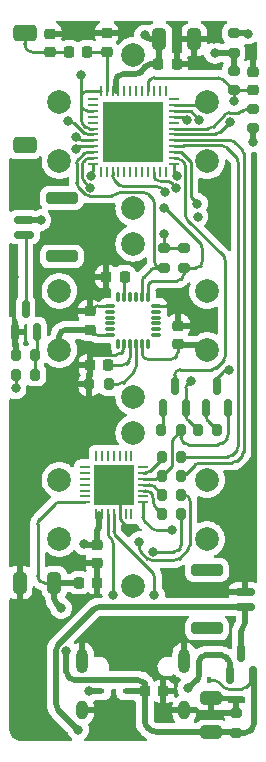
<source format=gbl>
%TF.GenerationSoftware,KiCad,Pcbnew,(6.0.5)*%
%TF.CreationDate,2022-11-21T17:11:25+07:00*%
%TF.ProjectId,Smart_P_ESP_3,536d6172-745f-4505-9f45-53505f332e6b,rev?*%
%TF.SameCoordinates,PX88da2e0PY8b54f20*%
%TF.FileFunction,Copper,L4,Bot*%
%TF.FilePolarity,Positive*%
%FSLAX46Y46*%
G04 Gerber Fmt 4.6, Leading zero omitted, Abs format (unit mm)*
G04 Created by KiCad (PCBNEW (6.0.5)) date 2022-11-21 17:11:25*
%MOMM*%
%LPD*%
G01*
G04 APERTURE LIST*
G04 Aperture macros list*
%AMRoundRect*
0 Rectangle with rounded corners*
0 $1 Rounding radius*
0 $2 $3 $4 $5 $6 $7 $8 $9 X,Y pos of 4 corners*
0 Add a 4 corners polygon primitive as box body*
4,1,4,$2,$3,$4,$5,$6,$7,$8,$9,$2,$3,0*
0 Add four circle primitives for the rounded corners*
1,1,$1+$1,$2,$3*
1,1,$1+$1,$4,$5*
1,1,$1+$1,$6,$7*
1,1,$1+$1,$8,$9*
0 Add four rect primitives between the rounded corners*
20,1,$1+$1,$2,$3,$4,$5,0*
20,1,$1+$1,$4,$5,$6,$7,0*
20,1,$1+$1,$6,$7,$8,$9,0*
20,1,$1+$1,$8,$9,$2,$3,0*%
G04 Aperture macros list end*
%TA.AperFunction,ComponentPad*%
%ADD10C,2.000000*%
%TD*%
%TA.AperFunction,ComponentPad*%
%ADD11O,1.000000X2.100000*%
%TD*%
%TA.AperFunction,ComponentPad*%
%ADD12O,1.000000X1.600000*%
%TD*%
%TA.AperFunction,SMDPad,CuDef*%
%ADD13RoundRect,0.200000X-0.200000X-0.275000X0.200000X-0.275000X0.200000X0.275000X-0.200000X0.275000X0*%
%TD*%
%TA.AperFunction,SMDPad,CuDef*%
%ADD14RoundRect,0.200000X0.275000X-0.200000X0.275000X0.200000X-0.275000X0.200000X-0.275000X-0.200000X0*%
%TD*%
%TA.AperFunction,SMDPad,CuDef*%
%ADD15RoundRect,0.218750X-0.256250X0.218750X-0.256250X-0.218750X0.256250X-0.218750X0.256250X0.218750X0*%
%TD*%
%TA.AperFunction,SMDPad,CuDef*%
%ADD16RoundRect,0.225000X-0.225000X-0.250000X0.225000X-0.250000X0.225000X0.250000X-0.225000X0.250000X0*%
%TD*%
%TA.AperFunction,SMDPad,CuDef*%
%ADD17RoundRect,0.200000X0.200000X0.275000X-0.200000X0.275000X-0.200000X-0.275000X0.200000X-0.275000X0*%
%TD*%
%TA.AperFunction,SMDPad,CuDef*%
%ADD18RoundRect,0.150000X0.150000X-0.587500X0.150000X0.587500X-0.150000X0.587500X-0.150000X-0.587500X0*%
%TD*%
%TA.AperFunction,SMDPad,CuDef*%
%ADD19RoundRect,0.225000X0.250000X-0.225000X0.250000X0.225000X-0.250000X0.225000X-0.250000X-0.225000X0*%
%TD*%
%TA.AperFunction,SMDPad,CuDef*%
%ADD20RoundRect,0.250000X-0.325000X-0.650000X0.325000X-0.650000X0.325000X0.650000X-0.325000X0.650000X0*%
%TD*%
%TA.AperFunction,SMDPad,CuDef*%
%ADD21RoundRect,0.062500X0.062500X-0.337500X0.062500X0.337500X-0.062500X0.337500X-0.062500X-0.337500X0*%
%TD*%
%TA.AperFunction,SMDPad,CuDef*%
%ADD22RoundRect,0.062500X0.337500X-0.062500X0.337500X0.062500X-0.337500X0.062500X-0.337500X-0.062500X0*%
%TD*%
%TA.AperFunction,SMDPad,CuDef*%
%ADD23R,3.350000X3.350000*%
%TD*%
%TA.AperFunction,SMDPad,CuDef*%
%ADD24RoundRect,0.350000X0.650000X0.350000X-0.650000X0.350000X-0.650000X-0.350000X0.650000X-0.350000X0*%
%TD*%
%TA.AperFunction,SMDPad,CuDef*%
%ADD25RoundRect,0.150000X-0.700000X0.150000X-0.700000X-0.150000X0.700000X-0.150000X0.700000X0.150000X0*%
%TD*%
%TA.AperFunction,SMDPad,CuDef*%
%ADD26RoundRect,0.250000X-1.100000X0.250000X-1.100000X-0.250000X1.100000X-0.250000X1.100000X0.250000X0*%
%TD*%
%TA.AperFunction,SMDPad,CuDef*%
%ADD27RoundRect,0.200000X-0.275000X0.200000X-0.275000X-0.200000X0.275000X-0.200000X0.275000X0.200000X0*%
%TD*%
%TA.AperFunction,SMDPad,CuDef*%
%ADD28RoundRect,0.225000X0.225000X0.250000X-0.225000X0.250000X-0.225000X-0.250000X0.225000X-0.250000X0*%
%TD*%
%TA.AperFunction,SMDPad,CuDef*%
%ADD29RoundRect,0.225000X-0.250000X0.225000X-0.250000X-0.225000X0.250000X-0.225000X0.250000X0.225000X0*%
%TD*%
%TA.AperFunction,SMDPad,CuDef*%
%ADD30RoundRect,0.062500X-0.062500X0.375000X-0.062500X-0.375000X0.062500X-0.375000X0.062500X0.375000X0*%
%TD*%
%TA.AperFunction,SMDPad,CuDef*%
%ADD31RoundRect,0.062500X-0.375000X0.062500X-0.375000X-0.062500X0.375000X-0.062500X0.375000X0.062500X0*%
%TD*%
%TA.AperFunction,SMDPad,CuDef*%
%ADD32R,5.150000X5.150000*%
%TD*%
%TA.AperFunction,SMDPad,CuDef*%
%ADD33RoundRect,0.150000X0.700000X-0.150000X0.700000X0.150000X-0.700000X0.150000X-0.700000X-0.150000X0*%
%TD*%
%TA.AperFunction,SMDPad,CuDef*%
%ADD34RoundRect,0.250000X1.100000X-0.250000X1.100000X0.250000X-1.100000X0.250000X-1.100000X-0.250000X0*%
%TD*%
%TA.AperFunction,SMDPad,CuDef*%
%ADD35RoundRect,0.250000X0.650000X-0.325000X0.650000X0.325000X-0.650000X0.325000X-0.650000X-0.325000X0*%
%TD*%
%TA.AperFunction,SMDPad,CuDef*%
%ADD36R,0.450000X0.600000*%
%TD*%
%TA.AperFunction,SMDPad,CuDef*%
%ADD37R,0.600000X0.450000*%
%TD*%
%TA.AperFunction,SMDPad,CuDef*%
%ADD38RoundRect,0.218750X0.218750X0.256250X-0.218750X0.256250X-0.218750X-0.256250X0.218750X-0.256250X0*%
%TD*%
%TA.AperFunction,SMDPad,CuDef*%
%ADD39RoundRect,0.075000X0.350000X0.075000X-0.350000X0.075000X-0.350000X-0.075000X0.350000X-0.075000X0*%
%TD*%
%TA.AperFunction,SMDPad,CuDef*%
%ADD40RoundRect,0.075000X0.075000X-0.350000X0.075000X0.350000X-0.075000X0.350000X-0.075000X-0.350000X0*%
%TD*%
%TA.AperFunction,SMDPad,CuDef*%
%ADD41RoundRect,0.250000X0.325000X0.650000X-0.325000X0.650000X-0.325000X-0.650000X0.325000X-0.650000X0*%
%TD*%
%TA.AperFunction,ViaPad*%
%ADD42C,0.800000*%
%TD*%
%TA.AperFunction,Conductor*%
%ADD43C,0.500000*%
%TD*%
%TA.AperFunction,Conductor*%
%ADD44C,0.250000*%
%TD*%
G04 APERTURE END LIST*
D10*
%TO.P,SW3,1*%
%TO.N,/BT3*%
X17250000Y22600000D03*
X4750000Y22600000D03*
%TO.P,SW3,2*%
%TO.N,+3V3*%
X4750000Y17600000D03*
X17250000Y17600000D03*
%TO.P,SW3,D+*%
%TO.N,/BT3_LED*%
X11000000Y13600000D03*
%TO.P,SW3,D-*%
%TO.N,Net-(R29-Pad1)*%
X11000000Y26600000D03*
%TD*%
%TO.P,SW2,1*%
%TO.N,/BT2*%
X4750000Y38600000D03*
X17250000Y38600000D03*
%TO.P,SW2,2*%
%TO.N,+3V3*%
X4750000Y33600000D03*
X17250000Y33600000D03*
%TO.P,SW2,D+*%
%TO.N,/BT2_LED*%
X11000000Y29600000D03*
%TO.P,SW2,D-*%
%TO.N,Net-(R27-Pad1)*%
X11000000Y42600000D03*
%TD*%
D11*
%TO.P,J1,S1,SHIELD*%
%TO.N,GND*%
X6680000Y7305000D03*
D12*
X6680000Y3125000D03*
D11*
X15320000Y7305000D03*
D12*
X15320000Y3125000D03*
%TD*%
D10*
%TO.P,SW1,1*%
%TO.N,/BT1*%
X17250000Y54600000D03*
X4750000Y54600000D03*
%TO.P,SW1,2*%
%TO.N,+3V3*%
X4750000Y49600000D03*
X17250000Y49600000D03*
%TO.P,SW1,D+*%
%TO.N,/BT1_LED*%
X11000000Y45600000D03*
%TO.P,SW1,D-*%
%TO.N,Net-(R25-Pad1)*%
X11000000Y58600000D03*
%TD*%
D13*
%TO.P,R22,1*%
%TO.N,/VB_MOTOR*%
X1075000Y31500000D03*
%TO.P,R22,2*%
%TO.N,Net-(Q4-Pad1)*%
X2725000Y31500000D03*
%TD*%
D14*
%TO.P,R21,1*%
%TO.N,+3V3*%
X21100000Y52375000D03*
%TO.P,R21,2*%
%TO.N,/IO12*%
X21100000Y54025000D03*
%TD*%
D15*
%TO.P,L1,1,1*%
%TO.N,GND*%
X8750000Y60425000D03*
%TO.P,L1,2,2*%
%TO.N,/LNA_IN*%
X8750000Y58850000D03*
%TD*%
D16*
%TO.P,C16,1*%
%TO.N,+3.3VA*%
X13125000Y57800000D03*
%TO.P,C16,2*%
%TO.N,GND*%
X14675000Y57800000D03*
%TD*%
D17*
%TO.P,R8,1*%
%TO.N,/USB_RTS*%
X15025000Y26800000D03*
%TO.P,R8,2*%
%TO.N,Net-(Q3-Pad2)*%
X13375000Y26800000D03*
%TD*%
%TO.P,R23,1*%
%TO.N,Net-(Q4-Pad1)*%
X2725000Y33200000D03*
%TO.P,R23,2*%
%TO.N,GND*%
X1075000Y33200000D03*
%TD*%
D18*
%TO.P,Q3,1,E*%
%TO.N,/USB_DTR*%
X15450000Y28662500D03*
%TO.P,Q3,2,B*%
%TO.N,Net-(Q3-Pad2)*%
X13550000Y28662500D03*
%TO.P,Q3,3,C*%
%TO.N,/IO0*%
X14500000Y30537500D03*
%TD*%
D19*
%TO.P,C8,1*%
%TO.N,+3V3*%
X14800000Y34125000D03*
%TO.P,C8,2*%
%TO.N,GND*%
X14800000Y35675000D03*
%TD*%
D13*
%TO.P,R7,1*%
%TO.N,/USB_DTR*%
X16475000Y26800000D03*
%TO.P,R7,2*%
%TO.N,Net-(Q2-Pad2)*%
X18125000Y26800000D03*
%TD*%
D20*
%TO.P,C14,1*%
%TO.N,+3.3VA*%
X13225000Y59900000D03*
%TO.P,C14,2*%
%TO.N,GND*%
X16175000Y59900000D03*
%TD*%
D21*
%TO.P,U2,1,~{DCD}*%
%TO.N,unconnected-(U2-Pad1)*%
X10850000Y19750000D03*
%TO.P,U2,2,~{RI}/CLK*%
%TO.N,unconnected-(U2-Pad2)*%
X10350000Y19750000D03*
%TO.P,U2,3,GND*%
%TO.N,GND*%
X9850000Y19750000D03*
%TO.P,U2,4,D+*%
%TO.N,Net-(R11-Pad2)*%
X9350000Y19750000D03*
%TO.P,U2,5,D-*%
%TO.N,Net-(R10-Pad2)*%
X8850000Y19750000D03*
%TO.P,U2,6,VDD*%
%TO.N,+3V3*%
X8350000Y19750000D03*
%TO.P,U2,7,VREGIN*%
X7850000Y19750000D03*
D22*
%TO.P,U2,8,VBUS*%
%TO.N,VBUS*%
X6900000Y20700000D03*
%TO.P,U2,9,~{RST}*%
%TO.N,unconnected-(U2-Pad9)*%
X6900000Y21200000D03*
%TO.P,U2,10,NC*%
%TO.N,unconnected-(U2-Pad10)*%
X6900000Y21700000D03*
%TO.P,U2,11,~{SUSPEND}*%
%TO.N,unconnected-(U2-Pad11)*%
X6900000Y22200000D03*
%TO.P,U2,12,SUSPEND*%
%TO.N,unconnected-(U2-Pad12)*%
X6900000Y22700000D03*
%TO.P,U2,13,CHREN*%
%TO.N,unconnected-(U2-Pad13)*%
X6900000Y23200000D03*
%TO.P,U2,14,CHR1*%
%TO.N,unconnected-(U2-Pad14)*%
X6900000Y23700000D03*
D21*
%TO.P,U2,15,CHR0*%
%TO.N,unconnected-(U2-Pad15)*%
X7850000Y24650000D03*
%TO.P,U2,16,~{WAKEUP}/GPIO.3*%
%TO.N,unconnected-(U2-Pad16)*%
X8350000Y24650000D03*
%TO.P,U2,17,RS485/GPIO.2*%
%TO.N,unconnected-(U2-Pad17)*%
X8850000Y24650000D03*
%TO.P,U2,18,~{RXT}/GPIO.1*%
%TO.N,unconnected-(U2-Pad18)*%
X9350000Y24650000D03*
%TO.P,U2,19,~{TXT}/GPIO.0*%
%TO.N,unconnected-(U2-Pad19)*%
X9850000Y24650000D03*
%TO.P,U2,20,GPIO.6*%
%TO.N,unconnected-(U2-Pad20)*%
X10350000Y24650000D03*
%TO.P,U2,21,GPIO.5*%
%TO.N,unconnected-(U2-Pad21)*%
X10850000Y24650000D03*
D22*
%TO.P,U2,22,GPIO.4*%
%TO.N,unconnected-(U2-Pad22)*%
X11800000Y23700000D03*
%TO.P,U2,23,~{CTS}*%
%TO.N,/USB_CTS*%
X11800000Y23200000D03*
%TO.P,U2,24,~{RTS}*%
%TO.N,/USB_RTS*%
X11800000Y22700000D03*
%TO.P,U2,25,RXD*%
%TO.N,/USB_RX*%
X11800000Y22200000D03*
%TO.P,U2,26,TXD*%
%TO.N,/USB_TX*%
X11800000Y21700000D03*
%TO.P,U2,27,~{DSR}*%
%TO.N,unconnected-(U2-Pad27)*%
X11800000Y21200000D03*
%TO.P,U2,28,~{DTR}*%
%TO.N,/USB_DTR*%
X11800000Y20700000D03*
D23*
%TO.P,U2,29,GND*%
%TO.N,GND*%
X9350000Y22200000D03*
%TD*%
D24*
%TO.P,J2,1,Pin_1*%
%TO.N,Net-(C12-Pad1)*%
X1800000Y60450000D03*
%TO.P,J2,2,Pin_2*%
%TO.N,unconnected-(J2-Pad2)*%
X1800000Y50950000D03*
%TD*%
D25*
%TO.P,J4,1,Pin_1*%
%TO.N,+3V3*%
X1750000Y44625000D03*
%TO.P,J4,2,Pin_2*%
%TO.N,Net-(J4-Pad2)*%
X1750000Y43375000D03*
D26*
%TO.P,J4,MP*%
%TO.N,N/C*%
X4950000Y46475000D03*
X4950000Y41525000D03*
%TD*%
D19*
%TO.P,C13,1*%
%TO.N,/EN*%
X21100000Y55625000D03*
%TO.P,C13,2*%
%TO.N,GND*%
X21100000Y57175000D03*
%TD*%
%TO.P,C12,1*%
%TO.N,Net-(C12-Pad1)*%
X3950000Y58825000D03*
%TO.P,C12,2*%
%TO.N,GND*%
X3950000Y60375000D03*
%TD*%
D27*
%TO.P,R18,1*%
%TO.N,+3.3VA*%
X19500000Y57225000D03*
%TO.P,R18,2*%
%TO.N,/EN*%
X19500000Y55575000D03*
%TD*%
D28*
%TO.P,C10,1*%
%TO.N,Net-(C10-Pad1)*%
X10275000Y39800000D03*
%TO.P,C10,2*%
%TO.N,GND*%
X8725000Y39800000D03*
%TD*%
D16*
%TO.P,C2,1*%
%TO.N,VBUS*%
X6425000Y13900000D03*
%TO.P,C2,2*%
%TO.N,GND*%
X7975000Y13900000D03*
%TD*%
D18*
%TO.P,Q4,1,G*%
%TO.N,Net-(Q4-Pad1)*%
X2850000Y35162500D03*
%TO.P,Q4,2,S*%
%TO.N,GND*%
X950000Y35162500D03*
%TO.P,Q4,3,D*%
%TO.N,Net-(J4-Pad2)*%
X1900000Y37037500D03*
%TD*%
D28*
%TO.P,C9,1*%
%TO.N,Net-(C9-Pad1)*%
X8875000Y32300000D03*
%TO.P,C9,2*%
%TO.N,GND*%
X7325000Y32300000D03*
%TD*%
D29*
%TO.P,C4,1*%
%TO.N,+3V3*%
X7950000Y17125000D03*
%TO.P,C4,2*%
%TO.N,GND*%
X7950000Y15575000D03*
%TD*%
D16*
%TO.P,C15,1*%
%TO.N,Net-(C12-Pad1)*%
X5575000Y58850000D03*
%TO.P,C15,2*%
%TO.N,/LNA_IN*%
X7125000Y58850000D03*
%TD*%
D30*
%TO.P,U5,1,VDDA*%
%TO.N,+3.3VA*%
X8250000Y55537500D03*
%TO.P,U5,2,LNA_IN*%
%TO.N,/LNA_IN*%
X8750000Y55537500D03*
%TO.P,U5,3,VDD3P3*%
%TO.N,+3.3VA*%
X9250000Y55537500D03*
%TO.P,U5,4,VDD3P3*%
X9750000Y55537500D03*
%TO.P,U5,5,SENSOR_VP/GPIO36/ADC1_CH0*%
%TO.N,unconnected-(U5-Pad5)*%
X10250000Y55537500D03*
%TO.P,U5,6,SENSOR_CAPP/GPIO37/ADC1_CH1*%
%TO.N,unconnected-(U5-Pad6)*%
X10750000Y55537500D03*
%TO.P,U5,7,SENSOR_CAPN/GPIO38/ADC1_CH2*%
%TO.N,unconnected-(U5-Pad7)*%
X11250000Y55537500D03*
%TO.P,U5,8,SENSOR_VN/GPIO39/ADC1_CH3*%
%TO.N,unconnected-(U5-Pad8)*%
X11750000Y55537500D03*
%TO.P,U5,9,CHIP_PU*%
%TO.N,/EN*%
X12250000Y55537500D03*
%TO.P,U5,10,VDET_1/GPIO34/ADC1_CH6*%
%TO.N,unconnected-(U5-Pad10)*%
X12750000Y55537500D03*
%TO.P,U5,11,VDET_2/GPIO35/ADC1_CH7*%
%TO.N,unconnected-(U5-Pad11)*%
X13250000Y55537500D03*
%TO.P,U5,12,32K_XP/GPIO32/ADC1_CH4*%
%TO.N,unconnected-(U5-Pad12)*%
X13750000Y55537500D03*
D31*
%TO.P,U5,13,32K_XN/GPIO33/ADC1_CH5*%
%TO.N,unconnected-(U5-Pad13)*%
X14437500Y54850000D03*
%TO.P,U5,14,GPIO25/ADC2_CH8/DAC_1*%
%TO.N,/BT1*%
X14437500Y54350000D03*
%TO.P,U5,15,GPIO26/ADC2_CH9/DAC_2*%
%TO.N,/BT2*%
X14437500Y53850000D03*
%TO.P,U5,16,GPIO27/ADC2_CH7*%
%TO.N,/BT3*%
X14437500Y53350000D03*
%TO.P,U5,17,MTMS/GPIO14/ADC2_CH6*%
%TO.N,unconnected-(U5-Pad17)*%
X14437500Y52850000D03*
%TO.P,U5,18,\u002AMTDI/GPIO12/ADC2_CH5*%
%TO.N,/IO12*%
X14437500Y52350000D03*
%TO.P,U5,19,VDD3P3_RTC*%
%TO.N,+3.3VA*%
X14437500Y51850000D03*
%TO.P,U5,20,MTCK/GPIO13/ADC2_CH4*%
%TO.N,/IO13*%
X14437500Y51350000D03*
%TO.P,U5,21,\u002AMTDO/GPIO15/ADC2_CH3*%
%TO.N,/IO15*%
X14437500Y50850000D03*
%TO.P,U5,22,\u002AGPIO2/ADC2_CH2*%
%TO.N,/BT1_LED*%
X14437500Y50350000D03*
%TO.P,U5,23,\u002AGPIO0/BOOT/ADC2_CH1*%
%TO.N,/IO0*%
X14437500Y49850000D03*
%TO.P,U5,24,GPIO4/ADC2_CH0*%
%TO.N,/BT2_LED*%
X14437500Y49350000D03*
D30*
%TO.P,U5,25,NC*%
%TO.N,unconnected-(U5-Pad25)*%
X13750000Y48662500D03*
%TO.P,U5,26,VDD_SDIO*%
%TO.N,unconnected-(U5-Pad26)*%
X13250000Y48662500D03*
%TO.P,U5,27,GPIO20*%
%TO.N,/BATT_LEVEL*%
X12750000Y48662500D03*
%TO.P,U5,28,SD_DATA_2/GPIO9*%
%TO.N,unconnected-(U5-Pad28)*%
X12250000Y48662500D03*
%TO.P,U5,29,SD_DATA_3/GPIO10*%
%TO.N,unconnected-(U5-Pad29)*%
X11750000Y48662500D03*
%TO.P,U5,30,SD_CMD/GPIO11*%
%TO.N,unconnected-(U5-Pad30)*%
X11250000Y48662500D03*
%TO.P,U5,31,SD_CLK/GPIO6*%
%TO.N,unconnected-(U5-Pad31)*%
X10750000Y48662500D03*
%TO.P,U5,32,SD_DATA_0/GPIO7*%
%TO.N,unconnected-(U5-Pad32)*%
X10250000Y48662500D03*
%TO.P,U5,33,SD_DATA_1/GPIO8*%
%TO.N,unconnected-(U5-Pad33)*%
X9750000Y48662500D03*
%TO.P,U5,34,\u002AGPIO5*%
%TO.N,/BT3_LED*%
X9250000Y48662500D03*
%TO.P,U5,35,NC*%
%TO.N,unconnected-(U5-Pad35)*%
X8750000Y48662500D03*
%TO.P,U5,36,NC*%
%TO.N,unconnected-(U5-Pad36)*%
X8250000Y48662500D03*
D31*
%TO.P,U5,37,VDD3P3_CPU*%
%TO.N,+3.3VA*%
X7562500Y49350000D03*
%TO.P,U5,38,GPIO19*%
%TO.N,/VB_MOTOR*%
X7562500Y49850000D03*
%TO.P,U5,39,GPIO22*%
%TO.N,/SCL*%
X7562500Y50350000D03*
%TO.P,U5,40,U0RXD/GPIO3*%
%TO.N,/RXD0*%
X7562500Y50850000D03*
%TO.P,U5,41,U0TXD/GPIO1*%
%TO.N,/TXD0*%
X7562500Y51350000D03*
%TO.P,U5,42,GPIO21*%
%TO.N,/SDA*%
X7562500Y51850000D03*
%TO.P,U5,43,VDDA*%
%TO.N,+3.3VA*%
X7562500Y52350000D03*
%TO.P,U5,44,NC*%
%TO.N,unconnected-(U5-Pad44)*%
X7562500Y52850000D03*
%TO.P,U5,45,NC*%
%TO.N,unconnected-(U5-Pad45)*%
X7562500Y53350000D03*
%TO.P,U5,46,VDDA*%
%TO.N,+3.3VA*%
X7562500Y53850000D03*
%TO.P,U5,47,NC*%
%TO.N,unconnected-(U5-Pad47)*%
X7562500Y54350000D03*
%TO.P,U5,48,NC*%
%TO.N,unconnected-(U5-Pad48)*%
X7562500Y54850000D03*
D32*
%TO.P,U5,49,GND*%
%TO.N,GND*%
X11000000Y52100000D03*
%TD*%
D33*
%TO.P,J3,1,Pin_1*%
%TO.N,+BATT*%
X20450000Y11875000D03*
%TO.P,J3,2,Pin_2*%
%TO.N,GND*%
X20450000Y13125000D03*
D34*
%TO.P,J3,MP*%
%TO.N,N/C*%
X17250000Y10025000D03*
X17250000Y14975000D03*
%TD*%
D17*
%TO.P,R5,1*%
%TO.N,/IO15*%
X15075000Y24550000D03*
%TO.P,R5,2*%
%TO.N,/USB_CTS*%
X13425000Y24550000D03*
%TD*%
D27*
%TO.P,R13,1*%
%TO.N,+3V3*%
X15300000Y42225000D03*
%TO.P,R13,2*%
%TO.N,/SDA*%
X15300000Y40575000D03*
%TD*%
D18*
%TO.P,Q1,1,G*%
%TO.N,VBUS*%
X21100000Y6062500D03*
%TO.P,Q1,2,S*%
%TO.N,Net-(C5-Pad1)*%
X19200000Y6062500D03*
%TO.P,Q1,3,D*%
%TO.N,+BATT*%
X20150000Y7937500D03*
%TD*%
D27*
%TO.P,R17,1*%
%TO.N,+3V3*%
X19500000Y60425000D03*
%TO.P,R17,2*%
%TO.N,+3.3VA*%
X19500000Y58775000D03*
%TD*%
D29*
%TO.P,C7,1*%
%TO.N,GND*%
X7300000Y36875000D03*
%TO.P,C7,2*%
%TO.N,+3V3*%
X7300000Y35325000D03*
%TD*%
D17*
%TO.P,R2,1*%
%TO.N,/TXD0*%
X15075000Y21350000D03*
%TO.P,R2,2*%
%TO.N,/USB_RX*%
X13425000Y21350000D03*
%TD*%
D18*
%TO.P,Q2,1,E*%
%TO.N,/USB_RTS*%
X19050000Y28662500D03*
%TO.P,Q2,2,B*%
%TO.N,Net-(Q2-Pad2)*%
X17150000Y28662500D03*
%TO.P,Q2,3,C*%
%TO.N,/EN*%
X18100000Y30537500D03*
%TD*%
D17*
%TO.P,R4,1*%
%TO.N,/IO13*%
X15075000Y22950000D03*
%TO.P,R4,2*%
%TO.N,/USB_RTS*%
X13425000Y22950000D03*
%TD*%
D27*
%TO.P,R12,1*%
%TO.N,+3V3*%
X13600000Y42225000D03*
%TO.P,R12,2*%
%TO.N,/SCL*%
X13600000Y40575000D03*
%TD*%
D17*
%TO.P,R3,1*%
%TO.N,/RXD0*%
X15075000Y19750000D03*
%TO.P,R3,2*%
%TO.N,/USB_TX*%
X13425000Y19750000D03*
%TD*%
D35*
%TO.P,C1,1*%
%TO.N,VBUS*%
X17600000Y1225000D03*
%TO.P,C1,2*%
%TO.N,GND*%
X17600000Y4175000D03*
%TD*%
D36*
%TO.P,D1,1,K*%
%TO.N,Net-(C5-Pad1)*%
X17400000Y7750000D03*
%TO.P,D1,2,A*%
%TO.N,VBUS*%
X17400000Y5650000D03*
%TD*%
D14*
%TO.P,R1,1*%
%TO.N,VBUS*%
X19700000Y1200000D03*
%TO.P,R1,2*%
%TO.N,GND*%
X19700000Y2850000D03*
%TD*%
D37*
%TO.P,D2,1,K*%
%TO.N,VBUS*%
X10387500Y4700000D03*
%TO.P,D2,2,A*%
%TO.N,Net-(D2-Pad2)*%
X8287500Y4700000D03*
%TD*%
D38*
%TO.P,D5,1,A1*%
%TO.N,GND*%
X13537500Y4700000D03*
%TO.P,D5,2,A2*%
%TO.N,VBUS*%
X11962500Y4700000D03*
%TD*%
D17*
%TO.P,R14,1*%
%TO.N,Net-(R14-Pad1)*%
X8925000Y30700000D03*
%TO.P,R14,2*%
%TO.N,GND*%
X7275000Y30700000D03*
%TD*%
D39*
%TO.P,U3,1,CLKIN*%
%TO.N,GND*%
X12950000Y37350000D03*
%TO.P,U3,2,NC*%
%TO.N,unconnected-(U3-Pad2)*%
X12950000Y36850000D03*
%TO.P,U3,3,NC*%
%TO.N,unconnected-(U3-Pad3)*%
X12950000Y36350000D03*
%TO.P,U3,4,NC*%
%TO.N,unconnected-(U3-Pad4)*%
X12950000Y35850000D03*
%TO.P,U3,5,NC*%
%TO.N,unconnected-(U3-Pad5)*%
X12950000Y35350000D03*
%TO.P,U3,6,AUX_SDA*%
%TO.N,unconnected-(U3-Pad6)*%
X12950000Y34850000D03*
D40*
%TO.P,U3,7,AUX_SCL*%
%TO.N,unconnected-(U3-Pad7)*%
X12250000Y34150000D03*
%TO.P,U3,8,VDDIO*%
%TO.N,+3V3*%
X11750000Y34150000D03*
%TO.P,U3,9,AD0*%
%TO.N,Net-(R14-Pad1)*%
X11250000Y34150000D03*
%TO.P,U3,10,REGOUT*%
%TO.N,Net-(C9-Pad1)*%
X10750000Y34150000D03*
%TO.P,U3,11,FSYNC*%
%TO.N,GND*%
X10250000Y34150000D03*
%TO.P,U3,12,INT*%
%TO.N,unconnected-(U3-Pad12)*%
X9750000Y34150000D03*
D39*
%TO.P,U3,13,VDD*%
%TO.N,+3V3*%
X9050000Y34850000D03*
%TO.P,U3,14,NC*%
%TO.N,unconnected-(U3-Pad14)*%
X9050000Y35350000D03*
%TO.P,U3,15,NC*%
%TO.N,unconnected-(U3-Pad15)*%
X9050000Y35850000D03*
%TO.P,U3,16,NC*%
%TO.N,unconnected-(U3-Pad16)*%
X9050000Y36350000D03*
%TO.P,U3,17,NC*%
%TO.N,unconnected-(U3-Pad17)*%
X9050000Y36850000D03*
%TO.P,U3,18,GND*%
%TO.N,GND*%
X9050000Y37350000D03*
D40*
%TO.P,U3,19,NC*%
%TO.N,unconnected-(U3-Pad19)*%
X9750000Y38050000D03*
%TO.P,U3,20,CPOUT*%
%TO.N,Net-(C10-Pad1)*%
X10250000Y38050000D03*
%TO.P,U3,21,NC*%
%TO.N,unconnected-(U3-Pad21)*%
X10750000Y38050000D03*
%TO.P,U3,22,NC*%
%TO.N,unconnected-(U3-Pad22)*%
X11250000Y38050000D03*
%TO.P,U3,23,SCL*%
%TO.N,/SCL*%
X11750000Y38050000D03*
%TO.P,U3,24,SDA*%
%TO.N,/SDA*%
X12250000Y38050000D03*
%TD*%
D41*
%TO.P,C3,1*%
%TO.N,VBUS*%
X4325000Y13900000D03*
%TO.P,C3,2*%
%TO.N,GND*%
X1375000Y13900000D03*
%TD*%
D42*
%TO.N,VBUS*%
X5350000Y8150000D03*
X4900000Y11750000D03*
%TO.N,GND*%
X10750000Y18400000D03*
X6250000Y60400000D03*
X16900000Y47500000D03*
X3125000Y1825000D03*
X11100000Y54150000D03*
X5650000Y44700000D03*
X17850000Y59900000D03*
X7800000Y28750000D03*
X900000Y39800000D03*
X7950000Y44700000D03*
X14800000Y37800000D03*
X18700000Y13100000D03*
X8950000Y54150000D03*
X21000000Y58800000D03*
X12950000Y54150000D03*
X2600000Y11150000D03*
X2700000Y28750000D03*
X17250000Y36150000D03*
X1800000Y49150000D03*
%TO.N,+3V3*%
X6850000Y17150000D03*
X20700000Y60400000D03*
X21100000Y51250000D03*
X13600000Y43400000D03*
X3150000Y44600000D03*
%TO.N,Net-(C5-Pad1)*%
X15650000Y4950000D03*
%TO.N,+BATT*%
X6350000Y1450000D03*
X16450000Y44900000D03*
%TO.N,/EN*%
X19100000Y31900000D03*
X19500000Y54700000D03*
%TO.N,+3.3VA*%
X6600000Y56900000D03*
X17900000Y58750000D03*
X19200000Y52900000D03*
X7400000Y48350000D03*
X12000000Y60250000D03*
%TO.N,/USB_DTR*%
X15850000Y31000000D03*
X14300000Y18350000D03*
%TO.N,/TXD0*%
X6156718Y51610651D03*
X11500000Y17350000D03*
%TO.N,/RXD0*%
X6125602Y50611633D03*
X12670021Y16524500D03*
%TO.N,Net-(R10-Pad2)*%
X9300000Y12900000D03*
%TO.N,Net-(R11-Pad2)*%
X12800000Y12850000D03*
%TO.N,/SDA*%
X5500000Y52950000D03*
X13625500Y45600000D03*
%TO.N,/BATT_LEVEL*%
X14650000Y47350000D03*
%TO.N,/VB_MOTOR*%
X7381485Y47350669D03*
X1050000Y30350000D03*
%TO.N,/BT2*%
X16600000Y53100000D03*
%TO.N,/BT3*%
X15550000Y53100000D03*
%TO.N,/BT1_LED*%
X16400000Y46000000D03*
%TO.N,/BT2_LED*%
X14700000Y48350000D03*
%TO.N,/BT3_LED*%
X13674500Y47000000D03*
%TO.N,Net-(D2-Pad2)*%
X7250000Y4700000D03*
%TD*%
D43*
%TO.N,VBUS*%
X17537500Y1287500D02*
X17600000Y1225000D01*
D44*
X18196447Y5503553D02*
X18653554Y5046446D01*
D43*
X6050000Y5650000D02*
X11410051Y5650000D01*
X11905026Y5444974D02*
X11962500Y5387500D01*
D44*
X4325000Y13900000D02*
X3457107Y13900000D01*
D43*
X4325000Y13900000D02*
X6425000Y13900000D01*
D44*
X3103553Y14046447D02*
X3046446Y14103554D01*
D43*
X21200000Y5962500D02*
X21100000Y6062500D01*
X4325000Y13900000D02*
X4325000Y12532107D01*
X11962500Y4700000D02*
X11962500Y2287500D01*
X17600000Y1225000D02*
X19675000Y1225000D01*
X12962500Y1287500D02*
X17537500Y1287500D01*
D44*
X20546447Y5046447D02*
X20953554Y5453554D01*
X21100000Y5807107D02*
X21100000Y6062500D01*
X2900000Y18892893D02*
X2900000Y14457107D01*
X19007107Y4900000D02*
X20192893Y4900000D01*
X6900000Y20700000D02*
X4707107Y20700000D01*
D43*
X19675000Y1225000D02*
X19700000Y1200000D01*
X10387500Y4700000D02*
X11962500Y4700000D01*
X11962500Y5387500D02*
X11962500Y4700000D01*
D44*
X4353553Y20553553D02*
X3046446Y19246446D01*
D43*
X21200000Y1907107D02*
X21200000Y5962500D01*
D44*
X17400000Y5650000D02*
X17842893Y5650000D01*
D43*
X20846447Y1346447D02*
X21053554Y1553554D01*
X5350000Y8150000D02*
X5350000Y6350000D01*
X4471447Y12178553D02*
X4900000Y11750000D01*
X19700000Y1200000D02*
X20492893Y1200000D01*
D44*
X21099995Y5807107D02*
G75*
G02*
X20953554Y5453554I-499995J-7D01*
G01*
D43*
X4471444Y12178550D02*
G75*
G02*
X4325000Y12532107I353556J353550D01*
G01*
X21199995Y1907107D02*
G75*
G02*
X21053554Y1553554I-499995J-7D01*
G01*
X20846450Y1346444D02*
G75*
G02*
X20492893Y1200000I-353550J353556D01*
G01*
D44*
X17842893Y5649995D02*
G75*
G02*
X18196447Y5503553I7J-499995D01*
G01*
X3046443Y19246449D02*
G75*
G03*
X2900000Y18892893I353557J-353549D01*
G01*
X4707107Y20699995D02*
G75*
G03*
X4353553Y20553553I-7J-499995D01*
G01*
X3457107Y13900005D02*
G75*
G02*
X3103553Y14046447I-7J499995D01*
G01*
X20192893Y4900005D02*
G75*
G03*
X20546447Y5046447I7J499995D01*
G01*
D43*
X11962500Y2287500D02*
G75*
G03*
X12962500Y1287500I1000000J0D01*
G01*
X6050000Y5650000D02*
G75*
G02*
X5350000Y6350000I0J700000D01*
G01*
D44*
X19007107Y4900005D02*
G75*
G02*
X18653554Y5046446I-7J499995D01*
G01*
X2900005Y14457107D02*
G75*
G03*
X3046446Y14103554I499995J-7D01*
G01*
D43*
X11905051Y5444999D02*
G75*
G03*
X11410051Y5650000I-494951J-494999D01*
G01*
D44*
%TO.N,GND*%
X7300000Y32325000D02*
X7325000Y32300000D01*
X9850000Y19300000D02*
X10750000Y18400000D01*
X9850000Y19750000D02*
X9850000Y19300000D01*
X14800000Y36692893D02*
X14800000Y35675000D01*
X9050000Y37350000D02*
X7982107Y37350000D01*
X12950000Y37350000D02*
X14142893Y37350000D01*
X7300000Y32700000D02*
X7300000Y32325000D01*
X10103553Y33513547D02*
X9936452Y33346446D01*
X9850000Y21700000D02*
X9350000Y22200000D01*
X10250000Y34150000D02*
X10250000Y33867101D01*
X9850000Y19750000D02*
X9850000Y21700000D01*
X14496447Y37203553D02*
X14653554Y37046446D01*
X7628553Y37203553D02*
X7300000Y36875000D01*
X9582899Y33200000D02*
X7800000Y33200000D01*
X10249999Y33867101D02*
G75*
G02*
X10103553Y33513547I-499999J-1D01*
G01*
X9936452Y33346446D02*
G75*
G02*
X9582899Y33200000I-353552J353554D01*
G01*
X7300000Y32700000D02*
G75*
G02*
X7800000Y33200000I500000J0D01*
G01*
X7628550Y37203556D02*
G75*
G02*
X7982107Y37350000I353550J-353556D01*
G01*
X14142893Y37349995D02*
G75*
G02*
X14496447Y37203553I7J-499995D01*
G01*
X14653557Y37046449D02*
G75*
G02*
X14800000Y36692893I-353557J-353549D01*
G01*
%TO.N,+3V3*%
X14653553Y33103553D02*
X14496446Y32946446D01*
D43*
X14875000Y34050000D02*
X16800000Y34050000D01*
X16800000Y34050000D02*
X17250000Y33600000D01*
X7950000Y18400000D02*
X8100000Y18550000D01*
X14800000Y34125000D02*
X14875000Y34050000D01*
X5250000Y35300000D02*
X7275000Y35300000D01*
D44*
X13600000Y42225000D02*
X15300000Y42225000D01*
D43*
X19500000Y60425000D02*
X20675000Y60425000D01*
D44*
X11750000Y34150000D02*
X11750000Y33307107D01*
D43*
X7950000Y17125000D02*
X6875000Y17125000D01*
X21100000Y52375000D02*
X21100000Y51250000D01*
D44*
X14800000Y34125000D02*
X14800000Y33457107D01*
X12257107Y32800000D02*
X14142893Y32800000D01*
D43*
X6875000Y17125000D02*
X6850000Y17150000D01*
X4750000Y33600000D02*
X4750000Y34800000D01*
D44*
X11896447Y32953553D02*
X11903554Y32946446D01*
X7628553Y34996447D02*
X7300000Y35325000D01*
D43*
X1750000Y44625000D02*
X3125000Y44625000D01*
D44*
X9050000Y34850000D02*
X7982107Y34850000D01*
X13600000Y42225000D02*
X13600000Y43400000D01*
D43*
X8100000Y19750000D02*
X8100000Y18550000D01*
X7275000Y35300000D02*
X7300000Y35325000D01*
X7950000Y17125000D02*
X7950000Y18400000D01*
X3125000Y44625000D02*
X3150000Y44600000D01*
X20675000Y60425000D02*
X20700000Y60400000D01*
D44*
X14142893Y32800005D02*
G75*
G03*
X14496446Y32946446I7J499995D01*
G01*
D43*
X4750000Y34800000D02*
G75*
G02*
X5250000Y35300000I500000J0D01*
G01*
D44*
X11750005Y33307107D02*
G75*
G03*
X11896447Y32953553I499995J-7D01*
G01*
X7628550Y34996444D02*
G75*
G03*
X7982107Y34850000I353550J353556D01*
G01*
X11903551Y32946443D02*
G75*
G03*
X12257107Y32800000I353549J353557D01*
G01*
X14653556Y33103550D02*
G75*
G03*
X14800000Y33457107I-353556J353550D01*
G01*
D43*
%TO.N,Net-(C5-Pad1)*%
X16600000Y7250000D02*
X16600000Y6107107D01*
X16453553Y5753553D02*
X15650000Y4950000D01*
X18492893Y7750000D02*
X17400000Y7750000D01*
X15650000Y4950000D02*
X15650000Y4992893D01*
X19200000Y6062500D02*
X19200000Y7042893D01*
X19053553Y7396447D02*
X18846446Y7603554D01*
X17400000Y7750000D02*
X17100000Y7750000D01*
X16599995Y6107107D02*
G75*
G02*
X16453553Y5753553I-499995J-7D01*
G01*
X18846449Y7603557D02*
G75*
G03*
X18492893Y7750000I-353549J-353557D01*
G01*
X17100000Y7750000D02*
G75*
G03*
X16600000Y7250000I0J-500000D01*
G01*
X19199995Y7042893D02*
G75*
G03*
X19053553Y7396447I-499995J7D01*
G01*
D44*
%TO.N,Net-(C9-Pad1)*%
X10042893Y32300000D02*
X8875000Y32300000D01*
X10750000Y34150000D02*
X10750000Y33007107D01*
X10603553Y32653553D02*
X10396446Y32446446D01*
X10042893Y32300005D02*
G75*
G03*
X10396446Y32446446I7J499995D01*
G01*
X10749995Y33007107D02*
G75*
G02*
X10603553Y32653553I-499995J-7D01*
G01*
%TO.N,Net-(C10-Pad1)*%
X10250000Y38050000D02*
X10250000Y39775000D01*
X10250000Y39775000D02*
X10275000Y39800000D01*
D43*
%TO.N,+BATT*%
X20150000Y7937500D02*
X20150000Y9792893D01*
X7668597Y11669974D02*
X4655524Y8656901D01*
X20303553Y10153553D02*
X20296446Y10146446D01*
X4655525Y3144475D02*
X6350000Y1450000D01*
X20450000Y11875000D02*
X20450000Y10507107D01*
X4450499Y8161927D02*
X4450499Y3639450D01*
X20450000Y11875000D02*
X8163572Y11875000D01*
X4450465Y3639450D02*
G75*
G03*
X4655526Y3144476I700035J50D01*
G01*
X20296443Y10146449D02*
G75*
G03*
X20150000Y9792893I353557J-353549D01*
G01*
X7668611Y11669960D02*
G75*
G02*
X8163572Y11875000I494989J-494960D01*
G01*
X4655537Y8656888D02*
G75*
G03*
X4450499Y8161927I494963J-494988D01*
G01*
X20303556Y10153550D02*
G75*
G03*
X20450000Y10507107I-353556J353550D01*
G01*
D44*
%TO.N,Net-(C12-Pad1)*%
X3975000Y58850000D02*
X3950000Y58825000D01*
X2500000Y58800000D02*
X3925000Y58800000D01*
X5575000Y58850000D02*
X3975000Y58850000D01*
X3925000Y58800000D02*
X3950000Y58825000D01*
X1800000Y60450000D02*
X1800000Y59500000D01*
X1800000Y59500000D02*
G75*
G03*
X2500000Y58800000I700000J0D01*
G01*
%TO.N,/EN*%
X12250000Y55537500D02*
X12250000Y56142893D01*
X19500000Y55575000D02*
X21050000Y55575000D01*
X21050000Y55575000D02*
X21100000Y55625000D01*
X18100000Y30537500D02*
X18100000Y31042893D01*
X12757107Y56650000D02*
X18217893Y56650000D01*
X18246447Y31396447D02*
X18603554Y31753554D01*
X18571447Y56503553D02*
X19500000Y55575000D01*
X19500000Y54700000D02*
X19500000Y55575000D01*
X12396447Y56496447D02*
X12403554Y56503554D01*
X18957107Y31900000D02*
X19100000Y31900000D01*
X18246444Y31396450D02*
G75*
G03*
X18100000Y31042893I353556J-353550D01*
G01*
X12403551Y56503557D02*
G75*
G02*
X12757107Y56650000I353549J-353557D01*
G01*
X18957107Y31899995D02*
G75*
G03*
X18603554Y31753554I-7J-499995D01*
G01*
X18571450Y56503556D02*
G75*
G03*
X18217893Y56650000I-353550J-353556D01*
G01*
X12396444Y56496450D02*
G75*
G03*
X12250000Y56142893I353556J-353550D01*
G01*
D43*
%TO.N,+3.3VA*%
X17925000Y58775000D02*
X17900000Y58750000D01*
X9646447Y56696447D02*
X9753554Y56803554D01*
D44*
X6600000Y54150000D02*
X6600000Y55250000D01*
X6600000Y55250000D02*
X6741054Y55391054D01*
X6931225Y52496447D02*
X6746446Y52681226D01*
X6600000Y53372328D02*
X6600000Y54150000D01*
X6600000Y53034779D02*
X6600000Y53372328D01*
X7094607Y55537500D02*
X8250000Y55537500D01*
X7416053Y48366053D02*
X7400000Y48350000D01*
D43*
X19500000Y58775000D02*
X19500000Y57225000D01*
D44*
X14437500Y51850000D02*
X14486520Y51899020D01*
X6600000Y55250000D02*
X6600000Y56900000D01*
X14486520Y51899020D02*
X17991913Y51899020D01*
X7562500Y53850000D02*
X7107107Y53850000D01*
D43*
X12203553Y60046447D02*
X12000000Y60250000D01*
X13225000Y59900000D02*
X12557107Y59900000D01*
D44*
X6753553Y53996447D02*
X6600000Y54150000D01*
D43*
X19500000Y58775000D02*
X17925000Y58775000D01*
X12457026Y57800000D02*
X13125000Y57800000D01*
X13225000Y57900000D02*
X13125000Y57800000D01*
X9500000Y55550000D02*
X9500000Y56342893D01*
D44*
X18345467Y52045467D02*
X19200000Y52900000D01*
X7562500Y49350000D02*
X7562500Y48719607D01*
X7562500Y52350000D02*
X7284779Y52350000D01*
D43*
X13225000Y59900000D02*
X13225000Y57900000D01*
X11546366Y57096447D02*
X12103473Y57653554D01*
X10107107Y56950000D02*
X11192812Y56950000D01*
D44*
X7284779Y52349985D02*
G75*
G02*
X6931225Y52496447I21J500015D01*
G01*
D43*
X12203550Y60046444D02*
G75*
G03*
X12557107Y59900000I353550J353556D01*
G01*
D44*
X6753550Y53996444D02*
G75*
G03*
X7107107Y53850000I353550J353556D01*
G01*
D43*
X9753551Y56803557D02*
G75*
G02*
X10107107Y56950000I353549J-353557D01*
G01*
X12103460Y57653567D02*
G75*
G02*
X12457026Y57800000I353540J-353567D01*
G01*
X9500005Y56342893D02*
G75*
G02*
X9646447Y56696447I499995J7D01*
G01*
D44*
X18345456Y52045478D02*
G75*
G02*
X17991913Y51899020I-353556J353522D01*
G01*
D43*
X11546360Y57096453D02*
G75*
G02*
X11192812Y56950000I-353560J353547D01*
G01*
D44*
X6599985Y53034779D02*
G75*
G03*
X6746446Y52681226I500015J21D01*
G01*
X7416056Y48366050D02*
G75*
G03*
X7562500Y48719607I-353556J353550D01*
G01*
X7094607Y55537495D02*
G75*
G03*
X6741054Y55391054I-7J-499995D01*
G01*
%TO.N,/LNA_IN*%
X8750000Y58850000D02*
X7125000Y58850000D01*
X8750000Y55537500D02*
X8750000Y58850000D01*
%TO.N,/USB_RTS*%
X11800000Y22700000D02*
X12967893Y22700000D01*
X13321447Y22846447D02*
X13425000Y22950000D01*
X19050000Y26457107D02*
X19050000Y28662500D01*
X15025000Y26800000D02*
X15025000Y26232107D01*
X18546447Y25746447D02*
X18903554Y26103554D01*
X15171447Y25878553D02*
X15303554Y25746446D01*
X13425000Y22950000D02*
X14250000Y23775000D01*
X14250000Y23775000D02*
X14250000Y26025000D01*
X14250000Y26025000D02*
X15025000Y26800000D01*
X15657107Y25600000D02*
X18192893Y25600000D01*
X12967893Y22700005D02*
G75*
G03*
X13321447Y22846447I7J499995D01*
G01*
X15025005Y26232107D02*
G75*
G03*
X15171447Y25878553I499995J-7D01*
G01*
X15657107Y25600005D02*
G75*
G02*
X15303554Y25746446I-7J499995D01*
G01*
X18903557Y26103551D02*
G75*
G03*
X19050000Y26457107I-353557J353549D01*
G01*
X18546450Y25746444D02*
G75*
G02*
X18192893Y25600000I-353550J353556D01*
G01*
%TO.N,Net-(Q2-Pad2)*%
X17150000Y28662500D02*
X17150000Y27982107D01*
X17296447Y27628553D02*
X18125000Y26800000D01*
X17150005Y27982107D02*
G75*
G03*
X17296447Y27628553I499995J-7D01*
G01*
%TO.N,/USB_DTR*%
X15450000Y28662500D02*
X15450000Y30392893D01*
X11800000Y19457107D02*
X11800000Y20700000D01*
X12553553Y18496447D02*
X11946446Y19103554D01*
X15596447Y30746447D02*
X15850000Y31000000D01*
X15450000Y28662500D02*
X15500000Y28712500D01*
X15450000Y28662500D02*
X15450000Y28032107D01*
X12907107Y18350000D02*
X14300000Y18350000D01*
X15596447Y27678553D02*
X16475000Y26800000D01*
X15450005Y28032107D02*
G75*
G03*
X15596447Y27678553I499995J-7D01*
G01*
X11800005Y19457107D02*
G75*
G03*
X11946446Y19103554I499995J-7D01*
G01*
X15450005Y30392893D02*
G75*
G02*
X15596447Y30746447I499995J7D01*
G01*
X12907107Y18350005D02*
G75*
G02*
X12553553Y18496447I-7J499995D01*
G01*
%TO.N,Net-(Q3-Pad2)*%
X13550000Y28662500D02*
X13550000Y26975000D01*
X13550000Y26975000D02*
X13375000Y26800000D01*
%TO.N,/IO0*%
X15278054Y49494274D02*
X15068774Y49703554D01*
X15424501Y44982606D02*
X15424501Y49140720D01*
X14500000Y30537500D02*
X14500000Y31450000D01*
X18653553Y41546447D02*
X15570947Y44629053D01*
X14715221Y49850000D02*
X14437500Y49850000D01*
X15000000Y31950000D02*
X17657189Y31950000D01*
X18010743Y32096447D02*
X18653554Y32739258D01*
X18800000Y33092811D02*
X18800000Y41192893D01*
X15068763Y49703543D02*
G75*
G03*
X14715221Y49850000I-353563J-353543D01*
G01*
X18799992Y33092811D02*
G75*
G02*
X18653554Y32739258I-499992J-11D01*
G01*
X15424515Y49140720D02*
G75*
G03*
X15278054Y49494274I-500015J-20D01*
G01*
X18799995Y41192893D02*
G75*
G03*
X18653553Y41546447I-499995J7D01*
G01*
X17657189Y31950008D02*
G75*
G03*
X18010743Y32096447I11J499992D01*
G01*
X15000000Y31950000D02*
G75*
G03*
X14500000Y31450000I0J-500000D01*
G01*
X15424505Y44982606D02*
G75*
G03*
X15570947Y44629053I499995J-6D01*
G01*
%TO.N,Net-(Q4-Pad1)*%
X2850000Y33325000D02*
X2725000Y33200000D01*
X2850000Y35162500D02*
X2850000Y33325000D01*
X2725000Y31500000D02*
X2725000Y33200000D01*
%TO.N,Net-(J4-Pad2)*%
X1900000Y37037500D02*
X1900000Y43225000D01*
X1900000Y43225000D02*
X1750000Y43375000D01*
%TO.N,/TXD0*%
X15075000Y21350000D02*
X15300000Y21350000D01*
X15653553Y16753553D02*
X14846446Y15946446D01*
X14492893Y15800000D02*
X12557107Y15800000D01*
X15800000Y20850000D02*
X15800000Y17107107D01*
X11500000Y16857107D02*
X11500000Y17350000D01*
X7562500Y51350000D02*
X6624476Y51350000D01*
X12203553Y15946447D02*
X11646446Y16503554D01*
X6270922Y51496447D02*
X6156718Y51610651D01*
X12203550Y15946444D02*
G75*
G03*
X12557107Y15800000I353550J353556D01*
G01*
X11646443Y16503551D02*
G75*
G02*
X11500000Y16857107I353557J353549D01*
G01*
X14846449Y15946443D02*
G75*
G02*
X14492893Y15800000I-353549J353557D01*
G01*
X15653556Y16753550D02*
G75*
G03*
X15800000Y17107107I-353556J353550D01*
G01*
X15800000Y20850000D02*
G75*
G03*
X15300000Y21350000I-500000J0D01*
G01*
X6270934Y51496459D02*
G75*
G03*
X6624476Y51350000I353566J353541D01*
G01*
%TO.N,/USB_RX*%
X12721447Y22053553D02*
X13425000Y21350000D01*
X11800000Y22200000D02*
X12367893Y22200000D01*
X12721450Y22053556D02*
G75*
G03*
X12367893Y22200000I-353550J-353556D01*
G01*
%TO.N,/RXD0*%
X14928553Y16778553D02*
X14820946Y16670946D01*
X6217522Y50703553D02*
X6125602Y50611633D01*
X7562500Y50850000D02*
X6571076Y50850000D01*
X14467393Y16524500D02*
X12670021Y16524500D01*
X15075000Y19750000D02*
X15075000Y17132107D01*
X14820949Y16670943D02*
G75*
G02*
X14467393Y16524500I-353549J353557D01*
G01*
X6217534Y50703541D02*
G75*
G02*
X6571076Y50850000I353566J-353541D01*
G01*
X14928556Y16778550D02*
G75*
G03*
X15075000Y17132107I-353556J353550D01*
G01*
%TO.N,/USB_TX*%
X12700480Y21039741D02*
X12700480Y20681627D01*
X12393775Y21553553D02*
X12554034Y21393294D01*
X12846927Y20328073D02*
X13425000Y19750000D01*
X11800000Y21700000D02*
X12040221Y21700000D01*
X12846909Y20328055D02*
G75*
G02*
X12700480Y20681627I353591J353545D01*
G01*
X12700515Y21039741D02*
G75*
G03*
X12554034Y21393294I-500015J-41D01*
G01*
X12040221Y21700015D02*
G75*
G02*
X12393775Y21553553I-21J-500015D01*
G01*
%TO.N,/IO13*%
X16253553Y23903553D02*
X15446446Y23096446D01*
X20350000Y39300000D02*
X20350000Y25007107D01*
X15092893Y22950000D02*
X15075000Y22950000D01*
X20203553Y24653553D02*
X19746446Y24196446D01*
X19218872Y51374021D02*
X14461521Y51374021D01*
X20350000Y39300000D02*
X20350000Y50242893D01*
X14461521Y51374021D02*
X14437500Y51350000D01*
X19392893Y24050000D02*
X16607107Y24050000D01*
X20203553Y50596447D02*
X19572425Y51227575D01*
X16253550Y23903556D02*
G75*
G02*
X16607107Y24050000I353550J-353556D01*
G01*
X19746449Y24196443D02*
G75*
G02*
X19392893Y24050000I-353549J353557D01*
G01*
X15446449Y23096443D02*
G75*
G02*
X15092893Y22950000I-353549J353557D01*
G01*
X20203556Y24653550D02*
G75*
G03*
X20350000Y25007107I-353556J353550D01*
G01*
X19218872Y51373995D02*
G75*
G02*
X19572425Y51227575I28J-499995D01*
G01*
X20349995Y50242893D02*
G75*
G03*
X20203553Y50596447I-499995J7D01*
G01*
%TO.N,/IO15*%
X19346447Y24696447D02*
X19753554Y25103554D01*
X14437500Y50850000D02*
X15250000Y50850000D01*
X19900000Y25457107D02*
X19900000Y49492893D01*
X18468382Y50924511D02*
X15324511Y50924511D01*
X15324511Y50924511D02*
X15250000Y50850000D01*
X19753553Y49846447D02*
X18821935Y50778065D01*
X15075000Y24550000D02*
X18992893Y24550000D01*
X19346450Y24696444D02*
G75*
G02*
X18992893Y24550000I-353550J353556D01*
G01*
X19899995Y49492893D02*
G75*
G03*
X19753553Y49846447I-499995J7D01*
G01*
X18468382Y50924495D02*
G75*
G02*
X18821935Y50778065I18J-499995D01*
G01*
X19753557Y25103551D02*
G75*
G03*
X19900000Y25457107I-353557J353549D01*
G01*
%TO.N,/USB_CTS*%
X12393775Y23346447D02*
X13425000Y24377672D01*
X11800000Y23200000D02*
X12040221Y23200000D01*
X13425000Y24377672D02*
X13425000Y24550000D01*
X12393764Y23346458D02*
G75*
G02*
X12040221Y23200000I-353564J353542D01*
G01*
%TO.N,Net-(R10-Pad2)*%
X9300000Y17257189D02*
X9300000Y12900000D01*
X8850000Y19750000D02*
X8850000Y18121403D01*
X8996447Y17767849D02*
X9153554Y17610742D01*
X8996446Y17767848D02*
G75*
G02*
X8850000Y18121403I353554J353552D01*
G01*
X9299992Y17257189D02*
G75*
G03*
X9153554Y17610742I-499992J11D01*
G01*
%TO.N,Net-(R11-Pad2)*%
X9350000Y18750000D02*
X9350000Y18257107D01*
X9350000Y19750000D02*
X9350000Y18750000D01*
X9496447Y17903553D02*
X12653554Y14746446D01*
X12800000Y14392893D02*
X12800000Y12850000D01*
X12799995Y14392893D02*
G75*
G03*
X12653554Y14746446I-499995J7D01*
G01*
X9350005Y18257107D02*
G75*
G03*
X9496447Y17903553I499995J-7D01*
G01*
%TO.N,/SCL*%
X7289132Y46660652D02*
X9203545Y46660652D01*
X11750000Y38050000D02*
X11750000Y39442893D01*
X12946927Y40703073D02*
X13075000Y40575000D01*
X12228474Y46814419D02*
X12654034Y46388859D01*
X9917973Y46960866D02*
X11874920Y46960866D01*
X9557099Y46807099D02*
X9564420Y46814420D01*
X11896447Y39796447D02*
X12528554Y40428554D01*
X6792457Y50203553D02*
X6346446Y49757542D01*
X6200000Y49403989D02*
X6200000Y47749784D01*
X7562500Y50350000D02*
X7146011Y50350000D01*
X12800480Y46035306D02*
X12800480Y41056627D01*
X6346447Y47396230D02*
X6935579Y46807098D01*
X13075000Y40575000D02*
X13600000Y40575000D01*
X12882107Y40575000D02*
X13075000Y40575000D01*
X7146011Y50349992D02*
G75*
G03*
X6792457Y50203553I-11J-499992D01*
G01*
X7289132Y46660689D02*
G75*
G02*
X6935579Y46807098I-32J500011D01*
G01*
X9203545Y46660605D02*
G75*
G03*
X9557099Y46807099I-45J499995D01*
G01*
X6200008Y49403989D02*
G75*
G02*
X6346446Y49757542I499992J11D01*
G01*
X12946909Y40703055D02*
G75*
G02*
X12800480Y41056627I353591J353545D01*
G01*
X12528551Y40428557D02*
G75*
G02*
X12882107Y40575000I353549J-353557D01*
G01*
X6346455Y47396238D02*
G75*
G02*
X6200000Y47749784I353545J353562D01*
G01*
X11896444Y39796450D02*
G75*
G03*
X11750000Y39442893I353556J-353550D01*
G01*
X12800490Y46035306D02*
G75*
G03*
X12654034Y46388859I-499990J-6D01*
G01*
X11874920Y46960890D02*
G75*
G02*
X12228474Y46814419I-20J-499990D01*
G01*
X9917973Y46960895D02*
G75*
G03*
X9564420Y46814420I27J-499995D01*
G01*
%TO.N,/SDA*%
X12250000Y38050000D02*
X12250000Y38942893D01*
X7149075Y51850000D02*
X7562500Y51850000D01*
X16703553Y42546447D02*
X13650000Y45600000D01*
X15300000Y40575000D02*
X16317893Y40575000D01*
X15300000Y40057107D02*
X15300000Y40575000D01*
X13650000Y45600000D02*
X13625500Y45600000D01*
X5500000Y52950000D02*
X5634861Y52950000D01*
X5988415Y52803553D02*
X6795522Y51996446D01*
X15046447Y39596447D02*
X15153554Y39703554D01*
X12396447Y39296447D02*
X12403554Y39303554D01*
X16850000Y41107107D02*
X16850000Y42192893D01*
X12757107Y39450000D02*
X14692893Y39450000D01*
X16671447Y40721447D02*
X16703554Y40753554D01*
X12757107Y39449995D02*
G75*
G03*
X12403554Y39303554I-7J-499995D01*
G01*
X14692893Y39450005D02*
G75*
G03*
X15046447Y39596447I7J499995D01*
G01*
X16671450Y40721444D02*
G75*
G02*
X16317893Y40575000I-353550J353556D01*
G01*
X6795535Y51996459D02*
G75*
G03*
X7149075Y51850000I353565J353541D01*
G01*
X5634861Y52949972D02*
G75*
G02*
X5988415Y52803553I39J-499972D01*
G01*
X15299995Y40057107D02*
G75*
G02*
X15153554Y39703554I-499995J-7D01*
G01*
X16849995Y41107107D02*
G75*
G02*
X16703554Y40753554I-499995J-7D01*
G01*
X16703556Y42546450D02*
G75*
G02*
X16850000Y42192893I-353556J-353550D01*
G01*
X12250005Y38942893D02*
G75*
G02*
X12396447Y39296447I499995J7D01*
G01*
%TO.N,Net-(R14-Pad1)*%
X9742893Y30700000D02*
X8925000Y30700000D01*
X11103553Y31853553D02*
X10096446Y30846446D01*
X11250000Y34150000D02*
X11250000Y32207107D01*
X10096449Y30846443D02*
G75*
G02*
X9742893Y30700000I-353549J353557D01*
G01*
X11103556Y31853550D02*
G75*
G03*
X11250000Y32207107I-353556J353550D01*
G01*
%TO.N,/BATT_LEVEL*%
X12880746Y48046926D02*
X12750000Y48177672D01*
X12750000Y48177672D02*
X12750000Y48662500D01*
X14245968Y47754032D02*
X14650000Y47350000D01*
X13234300Y47900479D02*
X13892414Y47900479D01*
X14245957Y47754021D02*
G75*
G03*
X13892414Y47900479I-353557J-353521D01*
G01*
X12880742Y48046922D02*
G75*
G03*
X13234300Y47900479I353558J353578D01*
G01*
%TO.N,/IO12*%
X19131509Y53700000D02*
X19942893Y53700000D01*
X17720849Y52496447D02*
X18777956Y53553554D01*
X14437500Y52350000D02*
X17367295Y52350000D01*
X21100000Y54025000D02*
X20682107Y54025000D01*
X20328553Y53878553D02*
X20296446Y53846446D01*
X20682107Y54024995D02*
G75*
G03*
X20328553Y53878553I-7J-499995D01*
G01*
X20296449Y53846443D02*
G75*
G02*
X19942893Y53700000I-353549J353557D01*
G01*
X17720851Y52496445D02*
G75*
G02*
X17367295Y52350000I-353551J353555D01*
G01*
X18777952Y53553558D02*
G75*
G02*
X19131509Y53700000I353548J-353558D01*
G01*
%TO.N,/VB_MOTOR*%
X7374731Y47350669D02*
X7381485Y47350669D01*
X1050000Y30350000D02*
X1050000Y31475000D01*
X7562500Y49850000D02*
X7284779Y49850000D01*
X1050000Y31475000D02*
X1075000Y31500000D01*
X6931225Y49703553D02*
X6821945Y49594273D01*
X6675499Y49240720D02*
X6675499Y48257008D01*
X6821946Y47903454D02*
X7374731Y47350669D01*
X6675505Y48257008D02*
G75*
G03*
X6821946Y47903454I499995J-8D01*
G01*
X6931236Y49703542D02*
G75*
G02*
X7284779Y49850000I353564J-353542D01*
G01*
X6675485Y49240720D02*
G75*
G02*
X6821945Y49594273I500015J-20D01*
G01*
%TO.N,/BT1*%
X14437500Y54350000D02*
X17000000Y54350000D01*
X17000000Y54350000D02*
X17250000Y54600000D01*
%TO.N,/BT2*%
X15850000Y53850000D02*
X16600000Y53100000D01*
X14437500Y53850000D02*
X15850000Y53850000D01*
%TO.N,/BT3*%
X14437500Y53350000D02*
X15300000Y53350000D01*
X15300000Y53350000D02*
X15550000Y53100000D01*
%TO.N,/BT1_LED*%
X15058032Y50350000D02*
X15874011Y49534021D01*
X15874011Y49534021D02*
X15874011Y46575989D01*
X15874011Y46575989D02*
X16400000Y46050000D01*
X16400000Y46050000D02*
X16400000Y46000000D01*
X14437500Y50350000D02*
X15058032Y50350000D01*
%TO.N,/BT2_LED*%
X14437500Y48612500D02*
X14700000Y48350000D01*
X14437500Y49350000D02*
X14437500Y48612500D01*
%TO.N,/BT3_LED*%
X9396447Y48031225D02*
X9830257Y47597415D01*
X9250000Y48662500D02*
X9250000Y48384779D01*
X13369978Y47304522D02*
X13674500Y47000000D01*
X10183810Y47450969D02*
X13016424Y47450969D01*
X9396458Y48031236D02*
G75*
G02*
X9250000Y48384779I353542J353564D01*
G01*
X10183810Y47450985D02*
G75*
G02*
X9830257Y47597415I-10J500015D01*
G01*
X13016424Y47450995D02*
G75*
G02*
X13369978Y47304522I-24J-499995D01*
G01*
D43*
%TO.N,Net-(D2-Pad2)*%
X8287500Y4700000D02*
X7250000Y4700000D01*
%TD*%
%TA.AperFunction,Conductor*%
%TO.N,GND*%
G36*
X6591192Y34521552D02*
G01*
X6592298Y34520448D01*
X6596324Y34517967D01*
X6596323Y34517967D01*
X6682146Y34465065D01*
X6737899Y34430698D01*
X6900243Y34376851D01*
X6907080Y34376151D01*
X6907082Y34376150D01*
X6948401Y34371917D01*
X7001268Y34366500D01*
X7382108Y34366500D01*
X7447940Y34347934D01*
X7458422Y34341511D01*
X7465921Y34336916D01*
X7470496Y34335021D01*
X7470500Y34335019D01*
X7626181Y34270536D01*
X7626183Y34270535D01*
X7630759Y34268640D01*
X7804248Y34226991D01*
X7875520Y34221382D01*
X7888636Y34219199D01*
X7894400Y34218471D01*
X7902077Y34216500D01*
X7928120Y34216500D01*
X7945873Y34215243D01*
X7964668Y34212568D01*
X7964671Y34212568D01*
X7968752Y34211987D01*
X7974967Y34211922D01*
X7977982Y34211890D01*
X7977987Y34211890D01*
X7982116Y34211847D01*
X8013018Y34215587D01*
X8028157Y34216500D01*
X8498515Y34216500D01*
X8531560Y34209930D01*
X8532066Y34211817D01*
X8540051Y34209678D01*
X8547676Y34206519D01*
X8555860Y34205442D01*
X8555862Y34205441D01*
X8657669Y34192038D01*
X8657670Y34192038D01*
X8661756Y34191500D01*
X8965500Y34191500D01*
X9033621Y34171498D01*
X9080114Y34117842D01*
X9091500Y34065500D01*
X9091500Y33761756D01*
X9106519Y33647676D01*
X9165314Y33505732D01*
X9170341Y33499181D01*
X9170342Y33499179D01*
X9180299Y33486203D01*
X9205899Y33419982D01*
X9191634Y33350434D01*
X9142032Y33299638D01*
X9080336Y33283500D01*
X8601268Y33283500D01*
X8598022Y33283163D01*
X8598018Y33283163D01*
X8568730Y33280124D01*
X8498981Y33272887D01*
X8490963Y33270212D01*
X8343676Y33221073D01*
X8343674Y33221072D01*
X8336732Y33218756D01*
X8191287Y33128752D01*
X8186114Y33123570D01*
X8180377Y33119023D01*
X8178945Y33120830D01*
X8126425Y33092098D01*
X8055605Y33097108D01*
X8019147Y33120499D01*
X8018317Y33119448D01*
X8001160Y33132998D01*
X7868120Y33215004D01*
X7854939Y33221151D01*
X7706186Y33270491D01*
X7692810Y33273358D01*
X7601903Y33282672D01*
X7596874Y33282929D01*
X7581876Y33278525D01*
X7580671Y33277135D01*
X7579000Y33269452D01*
X7579000Y31373905D01*
X7558998Y31305784D01*
X7548225Y31291393D01*
X7530671Y31271135D01*
X7529000Y31263452D01*
X7529000Y29735116D01*
X7533475Y29719877D01*
X7534865Y29718672D01*
X7539294Y29717709D01*
X7598315Y29723132D01*
X7611351Y29725743D01*
X7761243Y29772715D01*
X7774988Y29778921D01*
X7908574Y29859824D01*
X7920443Y29869131D01*
X8010551Y29959239D01*
X8072863Y29993265D01*
X8143678Y29988200D01*
X8188741Y29959239D01*
X8284619Y29863361D01*
X8431301Y29774528D01*
X8438548Y29772257D01*
X8438550Y29772256D01*
X8504836Y29751483D01*
X8594938Y29723247D01*
X8668365Y29716500D01*
X8671263Y29716500D01*
X8925665Y29716501D01*
X9181634Y29716501D01*
X9184492Y29716764D01*
X9184501Y29716764D01*
X9220004Y29720026D01*
X9255062Y29723247D01*
X9324721Y29745077D01*
X9395706Y29746361D01*
X9456116Y29709065D01*
X9486773Y29645028D01*
X9488012Y29614958D01*
X9486835Y29600000D01*
X9505465Y29363289D01*
X9506619Y29358482D01*
X9506620Y29358476D01*
X9527502Y29271498D01*
X9560895Y29132406D01*
X9651760Y28913037D01*
X9654346Y28908817D01*
X9773241Y28714798D01*
X9773245Y28714792D01*
X9775824Y28710584D01*
X9930031Y28530031D01*
X10110584Y28375824D01*
X10114792Y28373245D01*
X10114798Y28373241D01*
X10308817Y28254346D01*
X10313037Y28251760D01*
X10317607Y28249867D01*
X10317611Y28249865D01*
X10398382Y28216409D01*
X10453663Y28171861D01*
X10476084Y28104497D01*
X10458526Y28035706D01*
X10406564Y27987328D01*
X10398382Y27983591D01*
X10317611Y27950135D01*
X10317607Y27950133D01*
X10313037Y27948240D01*
X10308817Y27945654D01*
X10114798Y27826759D01*
X10114792Y27826755D01*
X10110584Y27824176D01*
X9930031Y27669969D01*
X9775824Y27489416D01*
X9773245Y27485208D01*
X9773241Y27485202D01*
X9670839Y27318097D01*
X9651760Y27286963D01*
X9649867Y27282393D01*
X9649865Y27282389D01*
X9587421Y27131635D01*
X9560895Y27067594D01*
X9505465Y26836711D01*
X9486835Y26600000D01*
X9505465Y26363289D01*
X9506619Y26358482D01*
X9506620Y26358476D01*
X9537152Y26231301D01*
X9560895Y26132406D01*
X9562788Y26127835D01*
X9562789Y26127833D01*
X9580930Y26084038D01*
X9651760Y25913037D01*
X9654345Y25908818D01*
X9654351Y25908807D01*
X9758764Y25738422D01*
X9777303Y25669889D01*
X9755847Y25602212D01*
X9701208Y25556879D01*
X9667778Y25547665D01*
X9638439Y25543803D01*
X9631974Y25541125D01*
X9568026Y25541125D01*
X9561561Y25543803D01*
X9462238Y25556879D01*
X9454012Y25557962D01*
X9454011Y25557962D01*
X9449925Y25558500D01*
X9350013Y25558500D01*
X9250076Y25558499D01*
X9245991Y25557961D01*
X9245987Y25557961D01*
X9179656Y25549229D01*
X9138439Y25543803D01*
X9131974Y25541125D01*
X9068026Y25541125D01*
X9061561Y25543803D01*
X8962238Y25556879D01*
X8954012Y25557962D01*
X8954011Y25557962D01*
X8949925Y25558500D01*
X8850013Y25558500D01*
X8750076Y25558499D01*
X8745991Y25557961D01*
X8745987Y25557961D01*
X8679656Y25549229D01*
X8638439Y25543803D01*
X8631974Y25541125D01*
X8568026Y25541125D01*
X8561561Y25543803D01*
X8462238Y25556879D01*
X8454012Y25557962D01*
X8454011Y25557962D01*
X8449925Y25558500D01*
X8350013Y25558500D01*
X8250076Y25558499D01*
X8245991Y25557961D01*
X8245987Y25557961D01*
X8179656Y25549229D01*
X8138439Y25543803D01*
X8131974Y25541125D01*
X8068026Y25541125D01*
X8061561Y25543803D01*
X7962238Y25556879D01*
X7954012Y25557962D01*
X7954011Y25557962D01*
X7949925Y25558500D01*
X7850013Y25558500D01*
X7750076Y25558499D01*
X7745991Y25557961D01*
X7745987Y25557961D01*
X7646626Y25544881D01*
X7646624Y25544880D01*
X7638439Y25543803D01*
X7499536Y25486267D01*
X7380258Y25394742D01*
X7288733Y25275463D01*
X7231197Y25136561D01*
X7230120Y25128377D01*
X7230119Y25128375D01*
X7228845Y25118699D01*
X7216500Y25024925D01*
X7216500Y25020803D01*
X7216501Y24459500D01*
X7196499Y24391379D01*
X7142843Y24344886D01*
X7090501Y24333500D01*
X6546984Y24333499D01*
X6525076Y24333499D01*
X6520992Y24332961D01*
X6520986Y24332961D01*
X6421626Y24319881D01*
X6421624Y24319880D01*
X6413439Y24318803D01*
X6274536Y24261267D01*
X6267985Y24256240D01*
X6167441Y24179090D01*
X6155258Y24169742D01*
X6063733Y24050463D01*
X6006197Y23911561D01*
X5991500Y23799925D01*
X5991500Y23795803D01*
X5991230Y23791683D01*
X5990026Y23791762D01*
X5971498Y23728662D01*
X5917842Y23682169D01*
X5847568Y23672065D01*
X5783669Y23700972D01*
X5751248Y23728662D01*
X5639416Y23824176D01*
X5635208Y23826755D01*
X5635202Y23826759D01*
X5441183Y23945654D01*
X5436963Y23948240D01*
X5432393Y23950133D01*
X5432389Y23950135D01*
X5222167Y24037211D01*
X5222165Y24037212D01*
X5217594Y24039105D01*
X5137391Y24058360D01*
X4991524Y24093380D01*
X4991518Y24093381D01*
X4986711Y24094535D01*
X4750000Y24113165D01*
X4513289Y24094535D01*
X4508482Y24093381D01*
X4508476Y24093380D01*
X4362609Y24058360D01*
X4282406Y24039105D01*
X4277835Y24037212D01*
X4277833Y24037211D01*
X4067611Y23950135D01*
X4067607Y23950133D01*
X4063037Y23948240D01*
X4058817Y23945654D01*
X3864798Y23826759D01*
X3864792Y23826755D01*
X3860584Y23824176D01*
X3680031Y23669969D01*
X3525824Y23489416D01*
X3523245Y23485208D01*
X3523241Y23485202D01*
X3404346Y23291183D01*
X3401760Y23286963D01*
X3399867Y23282393D01*
X3399865Y23282389D01*
X3324349Y23100076D01*
X3310895Y23067594D01*
X3255465Y22836711D01*
X3236835Y22600000D01*
X3255465Y22363289D01*
X3256619Y22358482D01*
X3256620Y22358476D01*
X3286356Y22234619D01*
X3310895Y22132406D01*
X3312788Y22127835D01*
X3312789Y22127833D01*
X3386450Y21950000D01*
X3401760Y21913037D01*
X3404346Y21908817D01*
X3523241Y21714798D01*
X3523245Y21714792D01*
X3525824Y21710584D01*
X3680031Y21530031D01*
X3860584Y21375824D01*
X3864797Y21373242D01*
X3864807Y21373235D01*
X3990974Y21295919D01*
X4038606Y21243272D01*
X4050212Y21173230D01*
X4022108Y21108033D01*
X4006969Y21092676D01*
X4000584Y21087223D01*
X3984430Y21073427D01*
X3973584Y21065676D01*
X3969014Y21062131D01*
X3962190Y21058095D01*
X3943786Y21039691D01*
X3930343Y21028025D01*
X3911863Y21014150D01*
X3902315Y21004799D01*
X3899771Y21001554D01*
X3883105Y20980300D01*
X3873047Y20968952D01*
X2636670Y19732575D01*
X2623229Y19720911D01*
X2604747Y19707034D01*
X2595199Y19697683D01*
X2592658Y19694442D01*
X2580039Y19678349D01*
X2576709Y19674280D01*
X2480136Y19561204D01*
X2477549Y19556982D01*
X2389504Y19413303D01*
X2389501Y19413297D01*
X2386915Y19409077D01*
X2385020Y19404502D01*
X2385018Y19404498D01*
X2320532Y19248811D01*
X2318639Y19244240D01*
X2276991Y19070752D01*
X2276603Y19065819D01*
X2276602Y19065814D01*
X2271383Y18999483D01*
X2269199Y18986364D01*
X2268471Y18980600D01*
X2266500Y18972923D01*
X2266500Y18946880D01*
X2265243Y18929127D01*
X2263120Y18914206D01*
X2261987Y18906248D01*
X2261847Y18892884D01*
X2262344Y18888779D01*
X2265587Y18861982D01*
X2266500Y18846843D01*
X2266500Y15316952D01*
X2246498Y15248831D01*
X2192842Y15202338D01*
X2122568Y15192234D01*
X2074385Y15209692D01*
X2028762Y15237814D01*
X2015576Y15243963D01*
X1861290Y15295138D01*
X1847914Y15298005D01*
X1753562Y15307672D01*
X1747145Y15308000D01*
X1647115Y15308000D01*
X1631876Y15303525D01*
X1630671Y15302135D01*
X1629000Y15294452D01*
X1629000Y12510116D01*
X1633475Y12494877D01*
X1634865Y12493672D01*
X1642548Y12492001D01*
X1747095Y12492001D01*
X1753614Y12492338D01*
X1849206Y12502257D01*
X1862600Y12505149D01*
X2016784Y12556588D01*
X2029962Y12562761D01*
X2167807Y12648063D01*
X2179208Y12657099D01*
X2293739Y12771829D01*
X2302751Y12783240D01*
X2387816Y12921243D01*
X2393963Y12934424D01*
X2445138Y13088710D01*
X2448005Y13102086D01*
X2457672Y13196438D01*
X2458000Y13202854D01*
X2458000Y13488652D01*
X2478002Y13556773D01*
X2531658Y13603266D01*
X2601932Y13613370D01*
X2661744Y13587808D01*
X2671733Y13579976D01*
X2675819Y13576632D01*
X2778832Y13488652D01*
X2788797Y13480141D01*
X2843224Y13446789D01*
X2936698Y13389509D01*
X2936704Y13389506D01*
X2940924Y13386920D01*
X2945499Y13385025D01*
X2945503Y13385023D01*
X3059275Y13337899D01*
X3105760Y13318645D01*
X3142635Y13309792D01*
X3145590Y13309083D01*
X3207159Y13273731D01*
X3239842Y13210704D01*
X3241503Y13199568D01*
X3251618Y13102086D01*
X3252474Y13093834D01*
X3254655Y13087298D01*
X3254655Y13087296D01*
X3272648Y13033365D01*
X3308450Y12926054D01*
X3401522Y12775652D01*
X3406704Y12770479D01*
X3525600Y12651790D01*
X3559679Y12589507D01*
X3562119Y12554284D01*
X3561999Y12553431D01*
X3561944Y12549480D01*
X3561773Y12537237D01*
X3561701Y12532118D01*
X3564512Y12507059D01*
X3564903Y12502958D01*
X3578148Y12334634D01*
X3624389Y12142014D01*
X3626281Y12137446D01*
X3626282Y12137443D01*
X3632863Y12121556D01*
X3700194Y11958998D01*
X3702780Y11954778D01*
X3702783Y11954772D01*
X3801110Y11794314D01*
X3803696Y11790094D01*
X3806912Y11786329D01*
X3853094Y11732256D01*
X3865002Y11715792D01*
X3868852Y11709446D01*
X3876250Y11701069D01*
X3891156Y11686163D01*
X3902685Y11672902D01*
X3916849Y11654105D01*
X3919612Y11651264D01*
X3919616Y11651259D01*
X3928951Y11641660D01*
X3931709Y11638824D01*
X3934797Y11636359D01*
X3959856Y11616354D01*
X3970341Y11606978D01*
X3979875Y11597444D01*
X4010613Y11547286D01*
X4065473Y11378444D01*
X4160960Y11213056D01*
X4165378Y11208149D01*
X4165379Y11208148D01*
X4252404Y11111497D01*
X4288747Y11071134D01*
X4443248Y10958882D01*
X4449276Y10956198D01*
X4449278Y10956197D01*
X4557558Y10907988D01*
X4617712Y10881206D01*
X4711112Y10861353D01*
X4798056Y10842872D01*
X4798061Y10842872D01*
X4804513Y10841500D01*
X4995487Y10841500D01*
X5001939Y10842872D01*
X5001944Y10842872D01*
X5088888Y10861353D01*
X5182288Y10881206D01*
X5242442Y10907988D01*
X5350722Y10956197D01*
X5350724Y10956198D01*
X5356752Y10958882D01*
X5511253Y11071134D01*
X5547596Y11111497D01*
X5634621Y11208148D01*
X5634622Y11208149D01*
X5639040Y11213056D01*
X5734527Y11378444D01*
X5793542Y11560072D01*
X5799458Y11616354D01*
X5812814Y11743435D01*
X5813504Y11750000D01*
X5809290Y11790094D01*
X5794232Y11933365D01*
X5794232Y11933367D01*
X5793542Y11939928D01*
X5734527Y12121556D01*
X5719939Y12146824D01*
X5685432Y12206591D01*
X5639040Y12286944D01*
X5591655Y12339571D01*
X5515675Y12423955D01*
X5515674Y12423956D01*
X5511253Y12428866D01*
X5376628Y12526677D01*
X5362094Y12537237D01*
X5362093Y12537238D01*
X5356752Y12541118D01*
X5350726Y12543801D01*
X5350719Y12543805D01*
X5286884Y12572225D01*
X5232788Y12618204D01*
X5212138Y12686131D01*
X5231490Y12754440D01*
X5240162Y12765324D01*
X5239596Y12765771D01*
X5244134Y12771517D01*
X5249305Y12776697D01*
X5300117Y12859129D01*
X5338275Y12921032D01*
X5338276Y12921034D01*
X5342115Y12927262D01*
X5384539Y13055167D01*
X5424969Y13113527D01*
X5490534Y13140764D01*
X5504132Y13141500D01*
X5618995Y13141500D01*
X5687116Y13121498D01*
X5708012Y13104673D01*
X5737113Y13075623D01*
X5737118Y13075619D01*
X5742298Y13070448D01*
X5748528Y13066608D01*
X5748529Y13066607D01*
X5802458Y13033365D01*
X5887899Y12980698D01*
X6050243Y12926851D01*
X6057080Y12926151D01*
X6057082Y12926150D01*
X6098401Y12921917D01*
X6151268Y12916500D01*
X6698732Y12916500D01*
X6701978Y12916837D01*
X6701982Y12916837D01*
X6742411Y12921032D01*
X6801019Y12927113D01*
X6954726Y12978394D01*
X6956324Y12978927D01*
X6956326Y12978928D01*
X6963268Y12981244D01*
X6988730Y12997000D01*
X7102485Y13067394D01*
X7108713Y13071248D01*
X7113886Y13076430D01*
X7119623Y13080977D01*
X7121055Y13079170D01*
X7173575Y13107902D01*
X7244395Y13102892D01*
X7280853Y13079501D01*
X7281683Y13080552D01*
X7298840Y13067002D01*
X7431880Y12984996D01*
X7445061Y12978849D01*
X7593814Y12929509D01*
X7607190Y12926642D01*
X7698097Y12917328D01*
X7703126Y12917071D01*
X7718124Y12921475D01*
X7719329Y12922865D01*
X7721000Y12930548D01*
X7721000Y14558885D01*
X7707965Y14603280D01*
X7701103Y14613957D01*
X7696000Y14649452D01*
X7696000Y15302885D01*
X7691525Y15318124D01*
X7690135Y15319329D01*
X7682452Y15321000D01*
X6985115Y15321000D01*
X6969876Y15316525D01*
X6968671Y15315135D01*
X6967000Y15307452D01*
X6967000Y15304562D01*
X6967337Y15298047D01*
X6976894Y15205943D01*
X6979788Y15192544D01*
X7029381Y15043893D01*
X7035553Y15030718D01*
X7036481Y15029218D01*
X7036802Y15028052D01*
X7038656Y15024094D01*
X7037978Y15023776D01*
X7055315Y14960765D01*
X7034150Y14892996D01*
X6979707Y14847428D01*
X6909271Y14838527D01*
X6889675Y14843324D01*
X6799757Y14873149D01*
X6792920Y14873849D01*
X6792918Y14873850D01*
X6751599Y14878083D01*
X6698732Y14883500D01*
X6151268Y14883500D01*
X6148022Y14883163D01*
X6148018Y14883163D01*
X6113917Y14879625D01*
X6048981Y14872887D01*
X6042440Y14870705D01*
X6042441Y14870705D01*
X5893676Y14821073D01*
X5893674Y14821072D01*
X5886732Y14818756D01*
X5741287Y14728752D01*
X5736114Y14723570D01*
X5708075Y14695482D01*
X5645793Y14661403D01*
X5618902Y14658500D01*
X5504219Y14658500D01*
X5436098Y14678502D01*
X5389605Y14732158D01*
X5384695Y14744624D01*
X5358155Y14824176D01*
X5341550Y14873946D01*
X5248478Y15024348D01*
X5123303Y15149305D01*
X5102956Y15161847D01*
X4978968Y15238275D01*
X4978966Y15238276D01*
X4972738Y15242115D01*
X4872386Y15275400D01*
X4811389Y15295632D01*
X4811387Y15295632D01*
X4804861Y15297797D01*
X4798025Y15298497D01*
X4798022Y15298498D01*
X4754969Y15302909D01*
X4700400Y15308500D01*
X3949600Y15308500D01*
X3946354Y15308163D01*
X3946350Y15308163D01*
X3850692Y15298238D01*
X3850688Y15298237D01*
X3843834Y15297526D01*
X3837298Y15295345D01*
X3837296Y15295345D01*
X3699376Y15249331D01*
X3628427Y15246747D01*
X3567343Y15282930D01*
X3535518Y15346395D01*
X3533500Y15368855D01*
X3533500Y16381865D01*
X3553502Y16449986D01*
X3607158Y16496479D01*
X3677432Y16506583D01*
X3741330Y16477676D01*
X3860584Y16375824D01*
X3864792Y16373245D01*
X3864798Y16373241D01*
X4027182Y16273732D01*
X4063037Y16251760D01*
X4067607Y16249867D01*
X4067611Y16249865D01*
X4265634Y16167842D01*
X4282406Y16160895D01*
X4362609Y16141640D01*
X4508476Y16106620D01*
X4508482Y16106619D01*
X4513289Y16105465D01*
X4750000Y16086835D01*
X4986711Y16105465D01*
X4991518Y16106619D01*
X4991524Y16106620D01*
X5137391Y16141640D01*
X5217594Y16160895D01*
X5234366Y16167842D01*
X5432389Y16249865D01*
X5432393Y16249867D01*
X5436963Y16251760D01*
X5472818Y16273732D01*
X5635202Y16373241D01*
X5635208Y16373245D01*
X5639416Y16375824D01*
X5819969Y16530031D01*
X5886686Y16608146D01*
X5906459Y16631297D01*
X5965910Y16670106D01*
X6036905Y16670612D01*
X6096903Y16632656D01*
X6104206Y16623527D01*
X6107657Y16618778D01*
X6110960Y16613056D01*
X6115381Y16608146D01*
X6232857Y16477676D01*
X6238747Y16471134D01*
X6267855Y16449986D01*
X6373485Y16373241D01*
X6393248Y16358882D01*
X6399276Y16356198D01*
X6399278Y16356197D01*
X6534807Y16295856D01*
X6567712Y16281206D01*
X6661113Y16261353D01*
X6748056Y16242872D01*
X6748061Y16242872D01*
X6754513Y16241500D01*
X6899602Y16241500D01*
X6967723Y16221498D01*
X7014216Y16167842D01*
X7024320Y16097568D01*
X7019195Y16075832D01*
X6979509Y15956186D01*
X6976642Y15942810D01*
X6967328Y15851903D01*
X6967071Y15846874D01*
X6971475Y15831876D01*
X6972865Y15830671D01*
X6980548Y15829000D01*
X8078000Y15829000D01*
X8146121Y15808998D01*
X8192614Y15755342D01*
X8204000Y15703000D01*
X8204000Y14941115D01*
X8217035Y14896720D01*
X8223897Y14886043D01*
X8229000Y14850548D01*
X8229000Y12935115D01*
X8233475Y12919876D01*
X8234865Y12918671D01*
X8242548Y12917000D01*
X8245438Y12917000D01*
X8251950Y12917337D01*
X8258079Y12917973D01*
X8327901Y12905109D01*
X8379684Y12856539D01*
X8396395Y12805817D01*
X8399566Y12775652D01*
X8399879Y12772671D01*
X8387107Y12702833D01*
X8338606Y12650986D01*
X8274569Y12633500D01*
X8225709Y12633500D01*
X8208179Y12634725D01*
X8196769Y12636328D01*
X8184854Y12638002D01*
X8175136Y12638137D01*
X8167496Y12638244D01*
X8167494Y12638244D01*
X8163541Y12638299D01*
X8145974Y12636328D01*
X8130624Y12634606D01*
X8124822Y12634090D01*
X7976874Y12624387D01*
X7976867Y12624386D01*
X7972764Y12624117D01*
X7785251Y12586811D01*
X7604212Y12525350D01*
X7600512Y12523525D01*
X7600509Y12523524D01*
X7436452Y12442613D01*
X7436449Y12442611D01*
X7432744Y12440784D01*
X7273781Y12334561D01*
X7270680Y12331841D01*
X7219489Y12286945D01*
X7208661Y12279004D01*
X7208807Y12278806D01*
X7204289Y12275481D01*
X7199490Y12272569D01*
X7191113Y12265171D01*
X7176194Y12250252D01*
X7162930Y12238721D01*
X7144128Y12224552D01*
X7128847Y12209692D01*
X7126376Y12206597D01*
X7126371Y12206591D01*
X7106386Y12181554D01*
X7097007Y12171065D01*
X4163142Y9237200D01*
X4149873Y9225665D01*
X4131085Y9211508D01*
X4115804Y9196649D01*
X4099076Y9175695D01*
X4094889Y9170451D01*
X4091150Y9165983D01*
X3993655Y9054818D01*
X3993651Y9054813D01*
X3990935Y9051716D01*
X3976002Y9029368D01*
X3887009Y8896190D01*
X3887005Y8896183D01*
X3884713Y8892753D01*
X3800148Y8721285D01*
X3738687Y8540246D01*
X3701381Y8352734D01*
X3698333Y8306252D01*
X3696646Y8280531D01*
X3694618Y8267355D01*
X3694869Y8267317D01*
X3694025Y8261767D01*
X3692691Y8256317D01*
X3692344Y8250718D01*
X3692343Y8250714D01*
X3692119Y8247102D01*
X3691999Y8245163D01*
X3691999Y8224092D01*
X3690772Y8206552D01*
X3687499Y8183269D01*
X3687200Y8161956D01*
X3687642Y8158015D01*
X3687642Y8158012D01*
X3691214Y8126156D01*
X3691999Y8112116D01*
X3691999Y3701571D01*
X3690774Y3684045D01*
X3687496Y3660708D01*
X3687200Y3639395D01*
X3687641Y3635470D01*
X3687641Y3635460D01*
X3690810Y3607224D01*
X3691326Y3601423D01*
X3699841Y3471657D01*
X3701353Y3448616D01*
X3702157Y3444573D01*
X3702158Y3444569D01*
X3715075Y3379652D01*
X3738664Y3261102D01*
X3739990Y3257196D01*
X3739991Y3257193D01*
X3791712Y3104862D01*
X3800132Y3080063D01*
X3801951Y3076376D01*
X3801953Y3076370D01*
X3882880Y2912290D01*
X3882884Y2912283D01*
X3884703Y2908595D01*
X3990931Y2749632D01*
X3993652Y2746530D01*
X3993654Y2746527D01*
X4038618Y2695261D01*
X4046487Y2684530D01*
X4046694Y2684682D01*
X4050022Y2680160D01*
X4052930Y2675368D01*
X4060328Y2666991D01*
X4075250Y2652069D01*
X4086779Y2638808D01*
X4100958Y2619994D01*
X4115818Y2604714D01*
X4143950Y2582259D01*
X4154441Y2572878D01*
X5429875Y1297444D01*
X5460613Y1247286D01*
X5515473Y1078444D01*
X5610960Y913056D01*
X5615378Y908149D01*
X5615379Y908148D01*
X5706384Y807077D01*
X5738747Y771134D01*
X5780957Y740467D01*
X5786505Y736436D01*
X5829859Y680214D01*
X5835934Y609478D01*
X5802803Y546686D01*
X5740983Y511775D01*
X5712444Y508500D01*
X1549367Y508500D01*
X1529982Y510000D01*
X1515149Y512310D01*
X1515145Y512310D01*
X1506276Y513691D01*
X1493603Y512034D01*
X1466293Y511449D01*
X1338806Y522603D01*
X1317183Y526415D01*
X1171533Y565442D01*
X1150896Y572954D01*
X1014240Y636678D01*
X995220Y647660D01*
X871703Y734147D01*
X854878Y748265D01*
X748265Y854878D01*
X734147Y871703D01*
X647660Y995220D01*
X636678Y1014240D01*
X572954Y1150896D01*
X565443Y1171534D01*
X526417Y1317178D01*
X522602Y1338809D01*
X512349Y1456007D01*
X512374Y1478242D01*
X512770Y1482656D01*
X513576Y1487448D01*
X513729Y1500000D01*
X509773Y1527624D01*
X508500Y1545486D01*
X508500Y12467638D01*
X528502Y12535759D01*
X582158Y12582252D01*
X652432Y12592356D01*
X700616Y12574898D01*
X721243Y12562184D01*
X734424Y12556037D01*
X888710Y12504862D01*
X902086Y12501995D01*
X996438Y12492328D01*
X1002854Y12492000D01*
X1102885Y12492000D01*
X1118124Y12496475D01*
X1119329Y12497865D01*
X1121000Y12505548D01*
X1121000Y15289884D01*
X1116525Y15305123D01*
X1115135Y15306328D01*
X1107452Y15307999D01*
X1002905Y15307999D01*
X996386Y15307662D01*
X900794Y15297743D01*
X887400Y15294851D01*
X733216Y15243412D01*
X720040Y15237239D01*
X700802Y15225335D01*
X632350Y15206498D01*
X564581Y15227660D01*
X519010Y15282101D01*
X508500Y15332480D01*
X508500Y29402591D01*
X528502Y29470712D01*
X582158Y29517205D01*
X652432Y29527309D01*
X685748Y29517698D01*
X761677Y29483892D01*
X761685Y29483889D01*
X767712Y29481206D01*
X861113Y29461353D01*
X948056Y29442872D01*
X948061Y29442872D01*
X954513Y29441500D01*
X1145487Y29441500D01*
X1151939Y29442872D01*
X1151944Y29442872D01*
X1238887Y29461353D01*
X1332288Y29481206D01*
X1405049Y29513601D01*
X1500722Y29556197D01*
X1500724Y29556198D01*
X1506752Y29558882D01*
X1661253Y29671134D01*
X1702102Y29716501D01*
X1784621Y29808148D01*
X1784622Y29808149D01*
X1789040Y29813056D01*
X1884527Y29978444D01*
X1943542Y30160072D01*
X1963504Y30350000D01*
X1961266Y30371295D01*
X6367001Y30371295D01*
X6367264Y30365546D01*
X6373132Y30301685D01*
X6375743Y30288649D01*
X6422715Y30138757D01*
X6428921Y30125012D01*
X6509824Y29991426D01*
X6519131Y29979557D01*
X6629557Y29869131D01*
X6641426Y29859824D01*
X6775012Y29778921D01*
X6788757Y29772715D01*
X6938644Y29725744D01*
X6951694Y29723131D01*
X7006586Y29718087D01*
X7018124Y29721475D01*
X7019329Y29722865D01*
X7021000Y29730548D01*
X7021000Y30427885D01*
X7016525Y30443124D01*
X7015135Y30444329D01*
X7007452Y30446000D01*
X6385116Y30446000D01*
X6369877Y30441525D01*
X6368672Y30440135D01*
X6367001Y30432452D01*
X6367001Y30371295D01*
X1961266Y30371295D01*
X1946628Y30510566D01*
X1959400Y30580404D01*
X2007902Y30632251D01*
X2076735Y30649645D01*
X2137208Y30631512D01*
X2231301Y30574528D01*
X2238548Y30572257D01*
X2238550Y30572256D01*
X2304836Y30551483D01*
X2394938Y30523247D01*
X2468365Y30516500D01*
X2471263Y30516500D01*
X2725665Y30516501D01*
X2981634Y30516501D01*
X2984492Y30516764D01*
X2984501Y30516764D01*
X3020004Y30520026D01*
X3055062Y30523247D01*
X3108291Y30539928D01*
X3211450Y30572256D01*
X3211452Y30572257D01*
X3218699Y30574528D01*
X3365381Y30663361D01*
X3486639Y30784619D01*
X3575472Y30931301D01*
X3580781Y30948240D01*
X3588263Y30972115D01*
X6367000Y30972115D01*
X6371475Y30956876D01*
X6372865Y30955671D01*
X6380548Y30954000D01*
X7002885Y30954000D01*
X7018124Y30958475D01*
X7019329Y30959865D01*
X7021000Y30967548D01*
X7021000Y31626095D01*
X7041002Y31694216D01*
X7051775Y31708607D01*
X7069329Y31728865D01*
X7071000Y31736548D01*
X7071000Y32027885D01*
X7066525Y32043124D01*
X7065135Y32044329D01*
X7057452Y32046000D01*
X6385115Y32046000D01*
X6369876Y32041525D01*
X6368671Y32040135D01*
X6367000Y32032452D01*
X6367000Y32004562D01*
X6367337Y31998047D01*
X6376894Y31905943D01*
X6379788Y31892544D01*
X6429381Y31743893D01*
X6435555Y31730714D01*
X6517788Y31597827D01*
X6527083Y31586099D01*
X6553718Y31520288D01*
X6540546Y31450524D01*
X6523303Y31426816D01*
X6523814Y31426415D01*
X6509824Y31408574D01*
X6428921Y31274988D01*
X6422715Y31261243D01*
X6375744Y31111356D01*
X6373131Y31098306D01*
X6367266Y31034479D01*
X6367000Y31028691D01*
X6367000Y30972115D01*
X3588263Y30972115D01*
X3609941Y31041292D01*
X3626753Y31094938D01*
X3633500Y31168365D01*
X3633499Y31831634D01*
X3632808Y31839161D01*
X3627364Y31898408D01*
X3626753Y31905062D01*
X3624754Y31911441D01*
X3577744Y32061450D01*
X3577743Y32061452D01*
X3575472Y32068699D01*
X3486639Y32215381D01*
X3441115Y32260905D01*
X3407089Y32323217D01*
X3412154Y32394032D01*
X3441115Y32439095D01*
X3486639Y32484619D01*
X3490578Y32491123D01*
X3493867Y32496553D01*
X3546264Y32544459D01*
X3616244Y32556432D01*
X3683471Y32527093D01*
X3860584Y32375824D01*
X3864792Y32373245D01*
X3864798Y32373241D01*
X3946430Y32323217D01*
X4063037Y32251760D01*
X4067607Y32249867D01*
X4067611Y32249865D01*
X4277833Y32162789D01*
X4282406Y32160895D01*
X4342374Y32146498D01*
X4508476Y32106620D01*
X4508482Y32106619D01*
X4513289Y32105465D01*
X4750000Y32086835D01*
X4986711Y32105465D01*
X4991518Y32106619D01*
X4991524Y32106620D01*
X5157626Y32146498D01*
X5217594Y32160895D01*
X5222167Y32162789D01*
X5432389Y32249865D01*
X5432393Y32249867D01*
X5436963Y32251760D01*
X5553570Y32323217D01*
X5635202Y32373241D01*
X5635208Y32373245D01*
X5639416Y32375824D01*
X5819969Y32530031D01*
X5855912Y32572115D01*
X6367000Y32572115D01*
X6371475Y32556876D01*
X6372865Y32555671D01*
X6380548Y32554000D01*
X7052885Y32554000D01*
X7068124Y32558475D01*
X7069329Y32559865D01*
X7071000Y32567548D01*
X7071000Y33264885D01*
X7066525Y33280124D01*
X7065135Y33281329D01*
X7057452Y33283000D01*
X7054562Y33283000D01*
X7048047Y33282663D01*
X6955943Y33273106D01*
X6942544Y33270212D01*
X6793893Y33220619D01*
X6780714Y33214445D01*
X6647827Y33132212D01*
X6636426Y33123176D01*
X6526014Y33012571D01*
X6517002Y33001160D01*
X6434996Y32868120D01*
X6428849Y32854939D01*
X6379509Y32706186D01*
X6376642Y32692810D01*
X6367328Y32601903D01*
X6367000Y32595486D01*
X6367000Y32572115D01*
X5855912Y32572115D01*
X5974176Y32710584D01*
X5976755Y32714792D01*
X5976759Y32714798D01*
X6095654Y32908817D01*
X6098240Y32913037D01*
X6108040Y32936695D01*
X6187211Y33127833D01*
X6187212Y33127835D01*
X6189105Y33132406D01*
X6218893Y33256482D01*
X6243380Y33358476D01*
X6243381Y33358482D01*
X6244535Y33363289D01*
X6263165Y33600000D01*
X6244535Y33836711D01*
X6241821Y33848018D01*
X6197827Y34031263D01*
X6189105Y34067594D01*
X6182701Y34083054D01*
X6100135Y34282389D01*
X6100133Y34282393D01*
X6098240Y34286963D01*
X6059816Y34349665D01*
X6041278Y34418198D01*
X6062734Y34485875D01*
X6117373Y34531208D01*
X6167249Y34541500D01*
X6523254Y34541500D01*
X6591192Y34521552D01*
G37*
%TD.AperFunction*%
%TA.AperFunction,Conductor*%
G36*
X9521121Y4871498D02*
G01*
X9567614Y4817842D01*
X9579000Y4765500D01*
X9579000Y4426866D01*
X9585755Y4364684D01*
X9636885Y4228295D01*
X9724239Y4111739D01*
X9840795Y4024385D01*
X9977184Y3973255D01*
X10039366Y3966500D01*
X10178579Y3966500D01*
X10208527Y3962889D01*
X10293110Y3942192D01*
X10298712Y3941844D01*
X10298715Y3941844D01*
X10302325Y3941620D01*
X10302335Y3941620D01*
X10304264Y3941500D01*
X11078000Y3941500D01*
X11146121Y3921498D01*
X11192614Y3867842D01*
X11204000Y3815500D01*
X11204000Y2343483D01*
X11203006Y2327691D01*
X11199275Y2298157D01*
X11199963Y2291144D01*
X11199912Y2287500D01*
X11199508Y2287500D01*
X11199751Y2284100D01*
X11201607Y2258156D01*
X11217453Y2036600D01*
X11218411Y2032196D01*
X11264764Y1819118D01*
X11270922Y1790808D01*
X11358826Y1555127D01*
X11479377Y1334355D01*
X11525960Y1272128D01*
X11627422Y1136589D01*
X11627428Y1136582D01*
X11630120Y1132986D01*
X11807986Y955120D01*
X11811582Y952428D01*
X11811589Y952422D01*
X11870733Y908148D01*
X12009355Y804377D01*
X12013310Y802218D01*
X12013309Y802218D01*
X12117936Y745087D01*
X12168138Y694885D01*
X12183229Y625511D01*
X12158418Y558991D01*
X12101582Y516444D01*
X12057550Y508500D01*
X6987556Y508500D01*
X6919435Y528502D01*
X6872942Y582158D01*
X6862838Y652432D01*
X6892332Y717012D01*
X6913495Y736436D01*
X6919044Y740467D01*
X6961253Y771134D01*
X6993616Y807077D01*
X7084621Y908148D01*
X7084622Y908149D01*
X7089040Y913056D01*
X7184527Y1078444D01*
X7243542Y1260072D01*
X7251818Y1338809D01*
X7262814Y1443435D01*
X7263504Y1450000D01*
X7257589Y1506276D01*
X7244232Y1633365D01*
X7244232Y1633367D01*
X7243542Y1639928D01*
X7229426Y1683372D01*
X7186568Y1815276D01*
X7186566Y1815280D01*
X7184527Y1821556D01*
X7184530Y1821557D01*
X7175424Y1889485D01*
X7205532Y1953782D01*
X7230973Y1975797D01*
X7239415Y1981321D01*
X7383873Y2097468D01*
X7392632Y2106046D01*
X7511778Y2248039D01*
X7518708Y2258159D01*
X7608002Y2420585D01*
X7612834Y2431858D01*
X7668880Y2608538D01*
X7671430Y2620532D01*
X7687607Y2764761D01*
X7688000Y2771785D01*
X7688000Y2852885D01*
X7683525Y2868124D01*
X7682135Y2869329D01*
X7674452Y2871000D01*
X6552000Y2871000D01*
X6483879Y2891002D01*
X6437386Y2944658D01*
X6426000Y2997000D01*
X6426000Y3253000D01*
X6446002Y3321121D01*
X6499658Y3367614D01*
X6552000Y3379000D01*
X7669885Y3379000D01*
X7685124Y3383475D01*
X7686329Y3384865D01*
X7688000Y3392548D01*
X7688000Y3471657D01*
X7687699Y3477805D01*
X7674188Y3615603D01*
X7671806Y3627635D01*
X7633201Y3755497D01*
X7632660Y3826492D01*
X7670587Y3886509D01*
X7695308Y3902360D01*
X7695000Y3902894D01*
X7700721Y3906197D01*
X7706752Y3908882D01*
X7712091Y3912761D01*
X7712098Y3912765D01*
X7718528Y3917437D01*
X7792587Y3941500D01*
X8331793Y3941500D01*
X8401536Y3949631D01*
X8455911Y3955970D01*
X8455915Y3955971D01*
X8463181Y3956818D01*
X8470057Y3959314D01*
X8477190Y3961000D01*
X8477332Y3960399D01*
X8512016Y3966500D01*
X8635634Y3966500D01*
X8697816Y3973255D01*
X8834205Y4024385D01*
X8950761Y4111739D01*
X9038115Y4228295D01*
X9089245Y4364684D01*
X9096000Y4426866D01*
X9096000Y4765500D01*
X9116002Y4833621D01*
X9169658Y4880114D01*
X9222000Y4891500D01*
X9453000Y4891500D01*
X9521121Y4871498D01*
G37*
%TD.AperFunction*%
%TA.AperFunction,Conductor*%
G36*
X15693433Y11096498D02*
G01*
X15739926Y11042842D01*
X15750030Y10972568D01*
X15720536Y10907988D01*
X15691617Y10883357D01*
X15675652Y10873478D01*
X15550695Y10748303D01*
X15457885Y10597738D01*
X15402203Y10429861D01*
X15401503Y10423025D01*
X15401502Y10423022D01*
X15397091Y10379969D01*
X15391500Y10325400D01*
X15391500Y9724600D01*
X15402474Y9618834D01*
X15458450Y9451054D01*
X15551522Y9300652D01*
X15676697Y9175695D01*
X15682927Y9171855D01*
X15682928Y9171854D01*
X15820090Y9087306D01*
X15827262Y9082885D01*
X15907005Y9056436D01*
X15988611Y9029368D01*
X15988613Y9029368D01*
X15995139Y9027203D01*
X16001975Y9026503D01*
X16001978Y9026502D01*
X16045031Y9022091D01*
X16099600Y9016500D01*
X18400400Y9016500D01*
X18403646Y9016837D01*
X18403650Y9016837D01*
X18499308Y9026762D01*
X18499312Y9026763D01*
X18506166Y9027474D01*
X18512702Y9029655D01*
X18512704Y9029655D01*
X18644806Y9073728D01*
X18673946Y9083450D01*
X18824348Y9176522D01*
X18949305Y9301697D01*
X19042115Y9452262D01*
X19097797Y9620139D01*
X19108500Y9724600D01*
X19108500Y10325400D01*
X19104762Y10361430D01*
X19098238Y10424308D01*
X19098237Y10424312D01*
X19097526Y10431166D01*
X19092923Y10444965D01*
X19043868Y10591998D01*
X19041550Y10598946D01*
X18948478Y10749348D01*
X18823303Y10874305D01*
X18817069Y10878148D01*
X18808807Y10883241D01*
X18761314Y10936013D01*
X18749892Y11006085D01*
X18778166Y11071208D01*
X18837160Y11110708D01*
X18874924Y11116500D01*
X19466246Y11116500D01*
X19501399Y11111497D01*
X19600653Y11082661D01*
X19660488Y11044448D01*
X19690166Y10979952D01*
X19691500Y10961664D01*
X19691500Y10654923D01*
X19671498Y10586802D01*
X19661317Y10573099D01*
X19628695Y10534903D01*
X19525193Y10366000D01*
X19523301Y10361431D01*
X19523300Y10361430D01*
X19508377Y10325400D01*
X19449389Y10182985D01*
X19403147Y9990365D01*
X19398380Y9929772D01*
X19397184Y9914576D01*
X19393960Y9894508D01*
X19392192Y9887283D01*
X19391500Y9876129D01*
X19391500Y9855035D01*
X19390274Y9837502D01*
X19386999Y9814195D01*
X19386701Y9792882D01*
X19387143Y9788946D01*
X19390715Y9757100D01*
X19391500Y9743054D01*
X19391500Y8808754D01*
X19386497Y8773602D01*
X19362437Y8690784D01*
X19344438Y8628831D01*
X19341500Y8591502D01*
X19341500Y8430970D01*
X19321498Y8362849D01*
X19267842Y8316356D01*
X19197568Y8306252D01*
X19149667Y8323537D01*
X19066000Y8374807D01*
X19061430Y8376700D01*
X18887554Y8448719D01*
X18887549Y8448721D01*
X18882985Y8450611D01*
X18878178Y8451765D01*
X18878175Y8451766D01*
X18792939Y8472228D01*
X18690365Y8496853D01*
X18614571Y8502817D01*
X18594508Y8506040D01*
X18587283Y8507808D01*
X18581684Y8508155D01*
X18581680Y8508156D01*
X18578068Y8508380D01*
X18578058Y8508380D01*
X18576129Y8508500D01*
X18555035Y8508500D01*
X18537502Y8509726D01*
X18518110Y8512451D01*
X18518108Y8512451D01*
X18514195Y8513001D01*
X18505630Y8513121D01*
X18496843Y8513244D01*
X18496837Y8513244D01*
X18492882Y8513299D01*
X18457100Y8509285D01*
X18443054Y8508500D01*
X17873513Y8508500D01*
X17829284Y8516518D01*
X17742711Y8548973D01*
X17742709Y8548973D01*
X17735316Y8551745D01*
X17727468Y8552598D01*
X17727466Y8552598D01*
X17676531Y8558131D01*
X17673134Y8558500D01*
X17126866Y8558500D01*
X17064684Y8551745D01*
X17057288Y8548973D01*
X17057282Y8548971D01*
X16939067Y8504654D01*
X16912236Y8498691D01*
X16912343Y8498013D01*
X16907450Y8497238D01*
X16902518Y8496850D01*
X16897711Y8495696D01*
X16897705Y8495695D01*
X16777736Y8466892D01*
X16709899Y8450606D01*
X16705328Y8448713D01*
X16705326Y8448712D01*
X16531460Y8376695D01*
X16531456Y8376693D01*
X16526886Y8374800D01*
X16522666Y8372214D01*
X16383449Y8286902D01*
X16314915Y8268364D01*
X16247238Y8289821D01*
X16206362Y8335182D01*
X16166540Y8410077D01*
X16159751Y8420294D01*
X16042603Y8563933D01*
X16033959Y8572637D01*
X15891144Y8690784D01*
X15880973Y8697644D01*
X15717924Y8785804D01*
X15706619Y8790556D01*
X15591308Y8826250D01*
X15577205Y8826456D01*
X15574000Y8819701D01*
X15574000Y7177000D01*
X15553998Y7108879D01*
X15500342Y7062386D01*
X15448000Y7051000D01*
X15192000Y7051000D01*
X15123879Y7071002D01*
X15077386Y7124658D01*
X15066000Y7177000D01*
X15066000Y8812924D01*
X15062027Y8826455D01*
X15054232Y8827575D01*
X14946479Y8795862D01*
X14935111Y8791269D01*
X14770846Y8705393D01*
X14760585Y8698679D01*
X14616127Y8582532D01*
X14607368Y8573954D01*
X14488222Y8431961D01*
X14481292Y8421841D01*
X14391998Y8259415D01*
X14387166Y8248142D01*
X14331120Y8071462D01*
X14328570Y8059468D01*
X14312393Y7915239D01*
X14312000Y7908215D01*
X14312000Y7722026D01*
X14291998Y7653905D01*
X14238342Y7607412D01*
X14168068Y7597308D01*
X14158514Y7599061D01*
X13988506Y7637062D01*
X13988499Y7637063D01*
X13983457Y7638190D01*
X13977912Y7638500D01*
X13844756Y7638500D01*
X13709963Y7623857D01*
X13591810Y7584094D01*
X13544796Y7568272D01*
X13544794Y7568271D01*
X13538325Y7566094D01*
X13383095Y7472823D01*
X13378138Y7468135D01*
X13378135Y7468133D01*
X13256473Y7353082D01*
X13251515Y7348393D01*
X13247683Y7342755D01*
X13247680Y7342751D01*
X13159140Y7212469D01*
X13149723Y7198612D01*
X13082470Y7030466D01*
X13081356Y7023738D01*
X13081355Y7023734D01*
X13054007Y6858539D01*
X13052892Y6851802D01*
X13053249Y6844985D01*
X13053249Y6844981D01*
X13058026Y6753831D01*
X13062370Y6670953D01*
X13110461Y6496359D01*
X13194922Y6336164D01*
X13199327Y6330951D01*
X13199330Y6330947D01*
X13307406Y6203057D01*
X13307410Y6203053D01*
X13311813Y6197843D01*
X13317237Y6193696D01*
X13317238Y6193695D01*
X13450257Y6091994D01*
X13450261Y6091991D01*
X13455678Y6087850D01*
X13542376Y6047422D01*
X13613631Y6014195D01*
X13613634Y6014194D01*
X13619808Y6011315D01*
X13626456Y6009829D01*
X13626459Y6009828D01*
X13732421Y5986143D01*
X13796543Y5971810D01*
X13802088Y5971500D01*
X13935244Y5971500D01*
X14070037Y5986143D01*
X14188190Y6025906D01*
X14235204Y6041728D01*
X14235206Y6041729D01*
X14241675Y6043906D01*
X14388038Y6131849D01*
X14456727Y6149788D01*
X14524214Y6127741D01*
X14550572Y6103481D01*
X14597397Y6046067D01*
X14606041Y6037363D01*
X14748856Y5919216D01*
X14759027Y5912356D01*
X14922076Y5824196D01*
X14933379Y5819445D01*
X14961766Y5810657D01*
X15020925Y5771405D01*
X15049472Y5706400D01*
X15038343Y5636281D01*
X15018142Y5605982D01*
X14958372Y5539600D01*
X14910960Y5486944D01*
X14815473Y5321556D01*
X14756458Y5139928D01*
X14755768Y5133367D01*
X14755768Y5133365D01*
X14747645Y5056078D01*
X14736496Y4950000D01*
X14737186Y4943435D01*
X14742645Y4891500D01*
X14756458Y4760072D01*
X14815473Y4578444D01*
X14818776Y4572722D01*
X14818777Y4572721D01*
X14873830Y4477366D01*
X14890568Y4408370D01*
X14867347Y4341279D01*
X14823087Y4302704D01*
X14770842Y4275391D01*
X14760585Y4268679D01*
X14678958Y4203049D01*
X14613336Y4175953D01*
X14543481Y4188636D01*
X14491573Y4237072D01*
X14474091Y4305883D01*
X14474662Y4314089D01*
X14482672Y4392270D01*
X14483000Y4398685D01*
X14483000Y4427885D01*
X14478525Y4443124D01*
X14477135Y4444329D01*
X14469452Y4446000D01*
X13809615Y4446000D01*
X13794376Y4441525D01*
X13793171Y4440135D01*
X13791500Y4432452D01*
X13791500Y3735115D01*
X13795975Y3719876D01*
X13797365Y3718671D01*
X13804321Y3717158D01*
X13807782Y3717337D01*
X13899021Y3726804D01*
X13912417Y3729697D01*
X14059687Y3778830D01*
X14072865Y3785004D01*
X14161593Y3839910D01*
X14230045Y3858748D01*
X14297815Y3837587D01*
X14343386Y3783146D01*
X14352290Y3712710D01*
X14347998Y3694667D01*
X14331119Y3641459D01*
X14328570Y3629468D01*
X14312393Y3485239D01*
X14312000Y3478215D01*
X14312000Y3397115D01*
X14316475Y3381876D01*
X14317865Y3380671D01*
X14325548Y3379000D01*
X16296750Y3379000D01*
X16364871Y3358998D01*
X16385768Y3342173D01*
X16471829Y3256261D01*
X16483240Y3247249D01*
X16621243Y3162184D01*
X16634424Y3156037D01*
X16788710Y3104862D01*
X16802086Y3101995D01*
X16896438Y3092328D01*
X16902854Y3092000D01*
X17327885Y3092000D01*
X17343124Y3096475D01*
X17344329Y3097865D01*
X17346000Y3105548D01*
X17346000Y3110116D01*
X17854000Y3110116D01*
X17858475Y3094877D01*
X17859865Y3093672D01*
X17867548Y3092001D01*
X18297095Y3092001D01*
X18303614Y3092338D01*
X18399206Y3102257D01*
X18412600Y3105149D01*
X18570422Y3157802D01*
X18641372Y3160386D01*
X18692595Y3130043D01*
X18693514Y3131104D01*
X18699369Y3126031D01*
X18702456Y3124202D01*
X18703408Y3122530D01*
X18722865Y3105671D01*
X18730548Y3104000D01*
X19427885Y3104000D01*
X19443124Y3108475D01*
X19444329Y3109865D01*
X19446000Y3117548D01*
X19446000Y3739884D01*
X19441525Y3755123D01*
X19440135Y3756328D01*
X19432452Y3757999D01*
X19371295Y3757999D01*
X19365546Y3757736D01*
X19301685Y3751868D01*
X19288655Y3749259D01*
X19171678Y3712601D01*
X19100693Y3711318D01*
X19040283Y3748615D01*
X19009627Y3812652D01*
X19008000Y3832836D01*
X19008000Y3902885D01*
X19003525Y3918124D01*
X19002135Y3919329D01*
X18994452Y3921000D01*
X17872115Y3921000D01*
X17856876Y3916525D01*
X17855671Y3915135D01*
X17854000Y3907452D01*
X17854000Y3110116D01*
X17346000Y3110116D01*
X17346000Y4303000D01*
X17366002Y4371121D01*
X17419658Y4417614D01*
X17472000Y4429000D01*
X18386719Y4429000D01*
X18452553Y4410433D01*
X18490925Y4386919D01*
X18655762Y4318644D01*
X18660583Y4317487D01*
X18660582Y4317487D01*
X18824433Y4278152D01*
X18824435Y4278152D01*
X18829249Y4276996D01*
X18900485Y4271391D01*
X18913672Y4269196D01*
X18919394Y4268473D01*
X18927077Y4266500D01*
X18953120Y4266500D01*
X18970872Y4265243D01*
X18989667Y4262568D01*
X18989672Y4262568D01*
X18993752Y4261987D01*
X18999967Y4261922D01*
X19002982Y4261890D01*
X19002987Y4261890D01*
X19007116Y4261847D01*
X19038018Y4265587D01*
X19053157Y4266500D01*
X20138889Y4266500D01*
X20156645Y4265243D01*
X20179520Y4261987D01*
X20186007Y4261919D01*
X20188758Y4261890D01*
X20188761Y4261890D01*
X20192884Y4261847D01*
X20196972Y4262342D01*
X20196979Y4262342D01*
X20217515Y4264827D01*
X20222764Y4265351D01*
X20237365Y4266500D01*
X20305617Y4271871D01*
X20375095Y4257275D01*
X20425654Y4207432D01*
X20441500Y4146259D01*
X20441500Y3816035D01*
X20421498Y3747914D01*
X20367842Y3701421D01*
X20297568Y3691317D01*
X20263651Y3701197D01*
X20261240Y3702286D01*
X20111356Y3749256D01*
X20098306Y3751869D01*
X20034479Y3757734D01*
X20028691Y3758000D01*
X19972115Y3758000D01*
X19956876Y3753525D01*
X19955671Y3752135D01*
X19954000Y3744452D01*
X19954000Y2722000D01*
X19933998Y2653879D01*
X19880342Y2607386D01*
X19828000Y2596000D01*
X18735116Y2596000D01*
X18719877Y2591525D01*
X18718672Y2590135D01*
X18717709Y2585706D01*
X18723132Y2526685D01*
X18725743Y2513649D01*
X18766929Y2382221D01*
X18768213Y2311236D01*
X18730916Y2250825D01*
X18666879Y2220169D01*
X18596434Y2229001D01*
X18580582Y2237281D01*
X18578975Y2238272D01*
X18578965Y2238277D01*
X18572738Y2242115D01*
X18447854Y2283537D01*
X18411389Y2295632D01*
X18411387Y2295632D01*
X18404861Y2297797D01*
X18398025Y2298497D01*
X18398022Y2298498D01*
X18354969Y2302909D01*
X18300400Y2308500D01*
X16899600Y2308500D01*
X16896354Y2308163D01*
X16896350Y2308163D01*
X16800692Y2298238D01*
X16800688Y2298237D01*
X16793834Y2297526D01*
X16787298Y2295345D01*
X16787296Y2295345D01*
X16711098Y2269923D01*
X16626054Y2241550D01*
X16475652Y2148478D01*
X16433482Y2106234D01*
X16410270Y2082982D01*
X16347987Y2048903D01*
X16321097Y2046000D01*
X16252420Y2046000D01*
X16184299Y2066002D01*
X16137806Y2119658D01*
X16127702Y2189932D01*
X16148453Y2243181D01*
X16158706Y2258156D01*
X16248002Y2420585D01*
X16252834Y2431858D01*
X16308880Y2608538D01*
X16311430Y2620532D01*
X16327607Y2764761D01*
X16328000Y2771785D01*
X16328000Y2852885D01*
X16323525Y2868124D01*
X16322135Y2869329D01*
X16314452Y2871000D01*
X14330115Y2871000D01*
X14314876Y2866525D01*
X14313671Y2865135D01*
X14312000Y2857452D01*
X14312000Y2778343D01*
X14312301Y2772195D01*
X14325812Y2634397D01*
X14328195Y2622362D01*
X14381767Y2444924D01*
X14386441Y2433584D01*
X14473460Y2269923D01*
X14480248Y2259706D01*
X14486830Y2251636D01*
X14514384Y2186204D01*
X14502189Y2116263D01*
X14454116Y2064018D01*
X14389187Y2046000D01*
X13018483Y2046000D01*
X13002691Y2046994D01*
X13001079Y2047198D01*
X12973157Y2050725D01*
X12964213Y2049848D01*
X12932209Y2050798D01*
X12907583Y2054698D01*
X12870093Y2066879D01*
X12838327Y2083064D01*
X12806438Y2106234D01*
X12781234Y2131438D01*
X12758064Y2163327D01*
X12741879Y2195093D01*
X12729698Y2232586D01*
X12727100Y2248993D01*
X12725561Y2270459D01*
X12725744Y2283537D01*
X12725744Y2283544D01*
X12725799Y2287500D01*
X12721785Y2323287D01*
X12721000Y2337331D01*
X12721000Y3732772D01*
X12741002Y3800893D01*
X12794658Y3847386D01*
X12864932Y3857490D01*
X12913116Y3840032D01*
X13003291Y3784447D01*
X13016468Y3778303D01*
X13163843Y3729421D01*
X13177210Y3726555D01*
X13266700Y3717386D01*
X13280624Y3721475D01*
X13281829Y3722865D01*
X13283500Y3730548D01*
X13283500Y4972115D01*
X13791500Y4972115D01*
X13795975Y4956876D01*
X13797365Y4955671D01*
X13805048Y4954000D01*
X14464885Y4954000D01*
X14480124Y4958475D01*
X14481329Y4959865D01*
X14483000Y4967548D01*
X14483000Y5001266D01*
X14482663Y5007782D01*
X14473196Y5099021D01*
X14470303Y5112417D01*
X14421170Y5259687D01*
X14414996Y5272866D01*
X14333530Y5404514D01*
X14324494Y5415915D01*
X14214920Y5525298D01*
X14203509Y5534310D01*
X14071709Y5615553D01*
X14058532Y5621697D01*
X13911157Y5670579D01*
X13897790Y5673445D01*
X13808300Y5682614D01*
X13794376Y5678525D01*
X13793171Y5677135D01*
X13791500Y5669452D01*
X13791500Y4972115D01*
X13283500Y4972115D01*
X13283500Y5664885D01*
X13279025Y5680124D01*
X13277635Y5681329D01*
X13270679Y5682842D01*
X13267218Y5682663D01*
X13175979Y5673196D01*
X13162583Y5670303D01*
X13015313Y5621170D01*
X13002134Y5614996D01*
X12876541Y5537277D01*
X12808089Y5518439D01*
X12740319Y5539600D01*
X12694748Y5594041D01*
X12691801Y5601426D01*
X12680776Y5631796D01*
X12679365Y5635902D01*
X12656852Y5705399D01*
X12653056Y5711654D01*
X12650557Y5717113D01*
X12647829Y5722561D01*
X12645333Y5729437D01*
X12605305Y5790490D01*
X12602981Y5794173D01*
X12568000Y5851820D01*
X12567999Y5851821D01*
X12565095Y5856607D01*
X12557698Y5864983D01*
X12557725Y5865007D01*
X12555070Y5868001D01*
X12552368Y5871232D01*
X12548356Y5877352D01*
X12492117Y5930628D01*
X12489675Y5933006D01*
X12485302Y5937379D01*
X12473773Y5950640D01*
X12461981Y5966287D01*
X12461979Y5966289D01*
X12459594Y5969454D01*
X12444734Y5984734D01*
X12419428Y6004934D01*
X12414961Y6008672D01*
X12302923Y6106917D01*
X12302920Y6106919D01*
X12299823Y6109635D01*
X12296394Y6111926D01*
X12144277Y6213556D01*
X12144271Y6213560D01*
X12140844Y6215849D01*
X11969361Y6300402D01*
X11915609Y6318645D01*
X11792216Y6360523D01*
X11788309Y6361849D01*
X11784266Y6362653D01*
X11784262Y6362654D01*
X11604819Y6398335D01*
X11604817Y6398335D01*
X11600785Y6399137D01*
X11596681Y6399406D01*
X11596679Y6399406D01*
X11528626Y6403862D01*
X11515478Y6405884D01*
X11515439Y6405630D01*
X11509895Y6406473D01*
X11504441Y6407808D01*
X11498839Y6408156D01*
X11498836Y6408156D01*
X11495226Y6408380D01*
X11495216Y6408380D01*
X11493287Y6408500D01*
X11472167Y6408500D01*
X11454640Y6409725D01*
X11431311Y6413002D01*
X11419339Y6413169D01*
X11413951Y6413244D01*
X11413950Y6413244D01*
X11409998Y6413299D01*
X11376251Y6409511D01*
X11374243Y6409286D01*
X11360189Y6408500D01*
X9035010Y6408500D01*
X8966889Y6428502D01*
X8920396Y6482158D01*
X8910292Y6552432D01*
X8913652Y6568384D01*
X8914997Y6573201D01*
X8917530Y6579534D01*
X8932755Y6671498D01*
X8945993Y6751461D01*
X8945993Y6751464D01*
X8947108Y6758198D01*
X8942203Y6851802D01*
X8937987Y6932234D01*
X8937630Y6939047D01*
X8914304Y7023734D01*
X8891352Y7107059D01*
X8889539Y7113641D01*
X8805078Y7273836D01*
X8800673Y7279049D01*
X8800670Y7279053D01*
X8692594Y7406943D01*
X8692590Y7406947D01*
X8688187Y7412157D01*
X8682762Y7416305D01*
X8549743Y7518006D01*
X8549739Y7518009D01*
X8544322Y7522150D01*
X8439186Y7571175D01*
X8386369Y7595805D01*
X8386366Y7595806D01*
X8380192Y7598685D01*
X8373544Y7600171D01*
X8373541Y7600172D01*
X8208494Y7637064D01*
X8208495Y7637064D01*
X8203457Y7638190D01*
X8197912Y7638500D01*
X8064756Y7638500D01*
X7929963Y7623857D01*
X7923499Y7621682D01*
X7923496Y7621681D01*
X7881098Y7607412D01*
X7855167Y7598685D01*
X7854189Y7598356D01*
X7783247Y7595586D01*
X7722068Y7631609D01*
X7690077Y7694990D01*
X7688000Y7717775D01*
X7688000Y7901657D01*
X7687699Y7907805D01*
X7674188Y8045603D01*
X7671805Y8057638D01*
X7618233Y8235076D01*
X7613559Y8246416D01*
X7526540Y8410077D01*
X7519751Y8420294D01*
X7402603Y8563933D01*
X7393959Y8572637D01*
X7251144Y8690784D01*
X7240973Y8697644D01*
X7077924Y8785804D01*
X7066619Y8790556D01*
X6951308Y8826250D01*
X6937205Y8826456D01*
X6934000Y8819701D01*
X6934000Y7177000D01*
X6913998Y7108879D01*
X6860342Y7062386D01*
X6808000Y7051000D01*
X6552000Y7051000D01*
X6483879Y7071002D01*
X6437386Y7124658D01*
X6426000Y7177000D01*
X6426000Y8812924D01*
X6422027Y8826455D01*
X6414232Y8827575D01*
X6306479Y8795862D01*
X6295111Y8791269D01*
X6177738Y8729908D01*
X6108103Y8716074D01*
X6042042Y8742084D01*
X6025734Y8757252D01*
X6012318Y8772153D01*
X5981602Y8836158D01*
X5990365Y8906611D01*
X6016860Y8945556D01*
X8150899Y11079595D01*
X8213211Y11113621D01*
X8239994Y11116500D01*
X15625312Y11116500D01*
X15693433Y11096498D01*
G37*
%TD.AperFunction*%
%TA.AperFunction,Conductor*%
G36*
X21410094Y50366667D02*
G01*
X21466726Y50323850D01*
X21491220Y50257212D01*
X21491500Y50248822D01*
X21491500Y14028809D01*
X21471498Y13960688D01*
X21417842Y13914195D01*
X21347568Y13904091D01*
X21330347Y13907812D01*
X21259938Y13928268D01*
X21247333Y13930570D01*
X21218916Y13932807D01*
X21213986Y13933000D01*
X20722115Y13933000D01*
X20706876Y13928525D01*
X20705671Y13927135D01*
X20704000Y13919452D01*
X20704000Y12997000D01*
X20683998Y12928879D01*
X20630342Y12882386D01*
X20578000Y12871000D01*
X19113122Y12871000D01*
X19099591Y12867027D01*
X19098456Y12859129D01*
X19117188Y12794654D01*
X19116985Y12723657D01*
X19078432Y12664041D01*
X19013767Y12634732D01*
X18996191Y12633500D01*
X13830686Y12633500D01*
X13762565Y12653502D01*
X13716072Y12707158D01*
X13705376Y12772671D01*
X13705690Y12775652D01*
X13713504Y12850000D01*
X13706360Y12917973D01*
X13694232Y13033365D01*
X13694232Y13033367D01*
X13693542Y13039928D01*
X13634527Y13221556D01*
X13539040Y13386944D01*
X13530530Y13396395D01*
X19100061Y13396395D01*
X19100101Y13382294D01*
X19107370Y13379000D01*
X20177885Y13379000D01*
X20193124Y13383475D01*
X20194329Y13384865D01*
X20196000Y13392548D01*
X20196000Y13914884D01*
X20191525Y13930123D01*
X20190135Y13931328D01*
X20182452Y13932999D01*
X19686017Y13932999D01*
X19681080Y13932805D01*
X19652664Y13930570D01*
X19640069Y13928270D01*
X19494210Y13885893D01*
X19479779Y13879648D01*
X19350322Y13803089D01*
X19337896Y13793449D01*
X19231551Y13687104D01*
X19221911Y13674678D01*
X19145352Y13545221D01*
X19139107Y13530790D01*
X19100061Y13396395D01*
X13530530Y13396395D01*
X13465863Y13468215D01*
X13435147Y13532221D01*
X13433500Y13552524D01*
X13433500Y14338889D01*
X13434757Y14356644D01*
X13437432Y14375440D01*
X13438013Y14379520D01*
X13438153Y14392884D01*
X13437165Y14401054D01*
X13435173Y14417515D01*
X13434649Y14422765D01*
X13423393Y14565814D01*
X13423392Y14565820D01*
X13423004Y14570751D01*
X13381356Y14744238D01*
X13327961Y14873149D01*
X13314974Y14904505D01*
X13314973Y14904506D01*
X13313081Y14909075D01*
X13272887Y14974667D01*
X13254350Y15043200D01*
X13275807Y15110877D01*
X13330447Y15156209D01*
X13380321Y15166500D01*
X14438889Y15166500D01*
X14456645Y15165243D01*
X14479520Y15161987D01*
X14486432Y15161915D01*
X14488764Y15161890D01*
X14488766Y15161890D01*
X14492884Y15161847D01*
X14517391Y15164813D01*
X14522618Y15165335D01*
X14670752Y15176991D01*
X14806971Y15209692D01*
X14839430Y15217484D01*
X14839434Y15217485D01*
X14844240Y15218639D01*
X14848807Y15220531D01*
X14848811Y15220532D01*
X15004498Y15285018D01*
X15004502Y15285020D01*
X15009077Y15286915D01*
X15013297Y15289501D01*
X15013303Y15289504D01*
X15156984Y15377550D01*
X15161204Y15380136D01*
X15164966Y15383349D01*
X15164973Y15383354D01*
X15186104Y15401401D01*
X15250894Y15430432D01*
X15321094Y15419825D01*
X15374416Y15372950D01*
X15393930Y15304688D01*
X15393277Y15292748D01*
X15391833Y15278650D01*
X15391500Y15275400D01*
X15391500Y14674600D01*
X15402474Y14568834D01*
X15458450Y14401054D01*
X15551522Y14250652D01*
X15676697Y14125695D01*
X15682927Y14121855D01*
X15682928Y14121854D01*
X15820090Y14037306D01*
X15827262Y14032885D01*
X15839551Y14028809D01*
X15988611Y13979368D01*
X15988613Y13979368D01*
X15995139Y13977203D01*
X16001975Y13976503D01*
X16001978Y13976502D01*
X16045031Y13972091D01*
X16099600Y13966500D01*
X18400400Y13966500D01*
X18403646Y13966837D01*
X18403650Y13966837D01*
X18499308Y13976762D01*
X18499312Y13976763D01*
X18506166Y13977474D01*
X18512702Y13979655D01*
X18512704Y13979655D01*
X18660035Y14028809D01*
X18673946Y14033450D01*
X18824348Y14126522D01*
X18949305Y14251697D01*
X18953146Y14257928D01*
X19038275Y14396032D01*
X19038276Y14396034D01*
X19042115Y14402262D01*
X19068564Y14482005D01*
X19095632Y14563611D01*
X19095632Y14563613D01*
X19097797Y14570139D01*
X19108500Y14674600D01*
X19108500Y15275400D01*
X19106401Y15295632D01*
X19098238Y15374308D01*
X19098237Y15374312D01*
X19097526Y15381166D01*
X19059482Y15495199D01*
X19043868Y15541998D01*
X19041550Y15548946D01*
X18948478Y15699348D01*
X18823303Y15824305D01*
X18817072Y15828146D01*
X18678968Y15913275D01*
X18678966Y15913276D01*
X18672738Y15917115D01*
X18554942Y15956186D01*
X18511389Y15970632D01*
X18511387Y15970632D01*
X18504861Y15972797D01*
X18498025Y15973497D01*
X18498022Y15973498D01*
X18454969Y15977909D01*
X18400400Y15983500D01*
X17922771Y15983500D01*
X17854650Y16003502D01*
X17808157Y16057158D01*
X17798053Y16127432D01*
X17827547Y16192012D01*
X17874553Y16225909D01*
X17932389Y16249865D01*
X17932393Y16249867D01*
X17936963Y16251760D01*
X17972818Y16273732D01*
X18135202Y16373241D01*
X18135208Y16373245D01*
X18139416Y16375824D01*
X18319969Y16530031D01*
X18474176Y16710584D01*
X18476755Y16714792D01*
X18476759Y16714798D01*
X18595654Y16908817D01*
X18598240Y16913037D01*
X18689105Y17132406D01*
X18709145Y17215879D01*
X18743380Y17358476D01*
X18743381Y17358482D01*
X18744535Y17363289D01*
X18763165Y17600000D01*
X18744535Y17836711D01*
X18722105Y17930141D01*
X18698403Y18028866D01*
X18689105Y18067594D01*
X18658651Y18141118D01*
X18600135Y18282389D01*
X18600133Y18282393D01*
X18598240Y18286963D01*
X18534805Y18390479D01*
X18476759Y18485202D01*
X18476755Y18485208D01*
X18474176Y18489416D01*
X18319969Y18669969D01*
X18139416Y18824176D01*
X18135208Y18826755D01*
X18135202Y18826759D01*
X17941183Y18945654D01*
X17936963Y18948240D01*
X17932393Y18950133D01*
X17932389Y18950135D01*
X17722167Y19037211D01*
X17722165Y19037212D01*
X17717594Y19039105D01*
X17585775Y19070752D01*
X17491524Y19093380D01*
X17491518Y19093381D01*
X17486711Y19094535D01*
X17250000Y19113165D01*
X17013289Y19094535D01*
X17008482Y19093381D01*
X17008476Y19093380D01*
X16914225Y19070752D01*
X16782406Y19039105D01*
X16607717Y18966747D01*
X16537128Y18959158D01*
X16473641Y18990937D01*
X16437414Y19051995D01*
X16433500Y19083156D01*
X16433500Y20796005D01*
X16434757Y20813759D01*
X16437432Y20832555D01*
X16438013Y20836636D01*
X16438153Y20850000D01*
X16437239Y20857550D01*
X16436806Y20861698D01*
X16424035Y21007683D01*
X16420544Y21047582D01*
X16419120Y21052895D01*
X16419119Y21052903D01*
X16407345Y21096844D01*
X16409034Y21167821D01*
X16448828Y21226617D01*
X16514092Y21254565D01*
X16577269Y21245865D01*
X16782406Y21160895D01*
X16862609Y21141640D01*
X17008476Y21106620D01*
X17008482Y21106619D01*
X17013289Y21105465D01*
X17250000Y21086835D01*
X17486711Y21105465D01*
X17491518Y21106619D01*
X17491524Y21106620D01*
X17637391Y21141640D01*
X17717594Y21160895D01*
X17747374Y21173230D01*
X17932389Y21249865D01*
X17932393Y21249867D01*
X17936963Y21251760D01*
X18009024Y21295919D01*
X18135202Y21373241D01*
X18135208Y21373245D01*
X18139416Y21375824D01*
X18319969Y21530031D01*
X18474176Y21710584D01*
X18476755Y21714792D01*
X18476759Y21714798D01*
X18595654Y21908817D01*
X18598240Y21913037D01*
X18613551Y21950000D01*
X18687211Y22127833D01*
X18687212Y22127835D01*
X18689105Y22132406D01*
X18713644Y22234619D01*
X18743380Y22358476D01*
X18743381Y22358482D01*
X18744535Y22363289D01*
X18763165Y22600000D01*
X18744535Y22836711D01*
X18689105Y23067594D01*
X18616747Y23242283D01*
X18609158Y23312872D01*
X18640937Y23376359D01*
X18701995Y23412586D01*
X18733156Y23416500D01*
X19338889Y23416500D01*
X19356645Y23415243D01*
X19379520Y23411987D01*
X19386432Y23411915D01*
X19388764Y23411890D01*
X19388766Y23411890D01*
X19392884Y23411847D01*
X19417391Y23414813D01*
X19422618Y23415335D01*
X19570752Y23426991D01*
X19667132Y23450128D01*
X19739430Y23467484D01*
X19739434Y23467485D01*
X19744240Y23468639D01*
X19748807Y23470531D01*
X19748811Y23470532D01*
X19904498Y23535018D01*
X19904502Y23535020D01*
X19909077Y23536915D01*
X19913297Y23539501D01*
X19913303Y23539504D01*
X20056984Y23627550D01*
X20061204Y23630136D01*
X20115593Y23676587D01*
X20126356Y23684278D01*
X20130986Y23687870D01*
X20137808Y23691904D01*
X20156211Y23710307D01*
X20169653Y23721972D01*
X20184838Y23733373D01*
X20184840Y23733375D01*
X20188134Y23735848D01*
X20197683Y23745199D01*
X20216900Y23769706D01*
X20226957Y23781052D01*
X20613331Y24167426D01*
X20626772Y24179090D01*
X20641943Y24190481D01*
X20645250Y24192964D01*
X20654799Y24202315D01*
X20669959Y24221649D01*
X20673299Y24225729D01*
X20766647Y24335028D01*
X20766649Y24335031D01*
X20769863Y24338794D01*
X20817951Y24417268D01*
X20860495Y24486695D01*
X20860498Y24486701D01*
X20863084Y24490921D01*
X20931360Y24655759D01*
X20973009Y24829248D01*
X20978618Y24900520D01*
X20980801Y24913636D01*
X20981529Y24919400D01*
X20983500Y24927077D01*
X20983500Y24953120D01*
X20984757Y24970873D01*
X20987432Y24989668D01*
X20987432Y24989671D01*
X20988013Y24993752D01*
X20988153Y25007116D01*
X20984413Y25038018D01*
X20983500Y25053157D01*
X20983500Y50188889D01*
X20984757Y50206644D01*
X20988013Y50229520D01*
X20989037Y50229374D01*
X21012512Y50291461D01*
X21069538Y50333752D01*
X21113040Y50341500D01*
X21195487Y50341500D01*
X21201939Y50342872D01*
X21201944Y50342872D01*
X21339303Y50372069D01*
X21410094Y50366667D01*
G37*
%TD.AperFunction*%
%TA.AperFunction,Conductor*%
G36*
X11317360Y18882427D02*
G01*
X11338932Y18856046D01*
X11380140Y18788799D01*
X11383356Y18785034D01*
X11426571Y18734433D01*
X11434322Y18723588D01*
X11437867Y18719018D01*
X11441904Y18712192D01*
X11460311Y18693785D01*
X11471973Y18680347D01*
X11485848Y18661866D01*
X11495199Y18652317D01*
X11498440Y18649776D01*
X11498443Y18649773D01*
X11519698Y18633107D01*
X11531046Y18623049D01*
X11680500Y18473595D01*
X11714526Y18411283D01*
X11709461Y18340468D01*
X11666914Y18283632D01*
X11600394Y18258821D01*
X11591405Y18258500D01*
X11404513Y18258500D01*
X11398061Y18257128D01*
X11398056Y18257128D01*
X11311113Y18238647D01*
X11217712Y18218794D01*
X11211682Y18216109D01*
X11211681Y18216109D01*
X11049278Y18143803D01*
X11049276Y18143802D01*
X11043248Y18141118D01*
X10888747Y18028866D01*
X10884326Y18023956D01*
X10884325Y18023955D01*
X10877261Y18016109D01*
X10760960Y17886944D01*
X10757661Y17881231D01*
X10757658Y17881226D01*
X10714222Y17805992D01*
X10662839Y17756999D01*
X10593126Y17743563D01*
X10527215Y17769950D01*
X10516008Y17779897D01*
X10020405Y18275500D01*
X9986379Y18337812D01*
X9983500Y18364595D01*
X9983500Y18734623D01*
X10003502Y18802744D01*
X10057158Y18849237D01*
X10127432Y18859341D01*
X10134203Y18857952D01*
X10138439Y18856197D01*
X10146627Y18855119D01*
X10245981Y18842039D01*
X10250075Y18841500D01*
X10349987Y18841500D01*
X10449924Y18841501D01*
X10454009Y18842039D01*
X10454013Y18842039D01*
X10520344Y18850771D01*
X10561561Y18856197D01*
X10568026Y18858875D01*
X10631974Y18858875D01*
X10638439Y18856197D01*
X10727812Y18844431D01*
X10745981Y18842039D01*
X10750075Y18841500D01*
X10849987Y18841500D01*
X10949924Y18841501D01*
X10954009Y18842039D01*
X10954013Y18842039D01*
X11053374Y18855119D01*
X11053376Y18855120D01*
X11061561Y18856197D01*
X11183285Y18906617D01*
X11253873Y18914206D01*
X11317360Y18882427D01*
G37*
%TD.AperFunction*%
%TA.AperFunction,Conductor*%
G36*
X698636Y42667758D02*
G01*
X786399Y42615855D01*
X794010Y42613644D01*
X794012Y42613643D01*
X824003Y42604930D01*
X946169Y42569438D01*
X952574Y42568934D01*
X952579Y42568933D01*
X981042Y42566693D01*
X981050Y42566693D01*
X983498Y42566500D01*
X1140500Y42566500D01*
X1208621Y42546498D01*
X1255114Y42492842D01*
X1266500Y42440500D01*
X1266500Y38124950D01*
X1246498Y38056829D01*
X1235941Y38043729D01*
X1236011Y38043675D01*
X1231155Y38037415D01*
X1225547Y38031807D01*
X1221511Y38024983D01*
X1221509Y38024980D01*
X1198749Y37986495D01*
X1140855Y37888601D01*
X1094438Y37728831D01*
X1093934Y37722426D01*
X1093933Y37722421D01*
X1092706Y37706825D01*
X1091500Y37691502D01*
X1091500Y36383498D01*
X1091693Y36381050D01*
X1091693Y36381042D01*
X1093417Y36359145D01*
X1094438Y36346169D01*
X1096233Y36339992D01*
X1131455Y36218756D01*
X1140855Y36186399D01*
X1144892Y36179573D01*
X1186453Y36109297D01*
X1204000Y36045158D01*
X1204000Y35434615D01*
X1208475Y35419376D01*
X1209865Y35418171D01*
X1217548Y35416500D01*
X1739884Y35416500D01*
X1755123Y35420975D01*
X1756328Y35422365D01*
X1757999Y35430048D01*
X1757999Y35665500D01*
X1778001Y35733621D01*
X1831657Y35780114D01*
X1883999Y35791500D01*
X1915500Y35791500D01*
X1983621Y35771498D01*
X2030114Y35717842D01*
X2041500Y35665500D01*
X2041500Y34508498D01*
X2041693Y34506050D01*
X2041693Y34506042D01*
X2043927Y34477667D01*
X2044438Y34471169D01*
X2065483Y34398732D01*
X2088586Y34319210D01*
X2090855Y34311399D01*
X2144091Y34221383D01*
X2145381Y34219201D01*
X2162841Y34150385D01*
X2140324Y34083054D01*
X2102200Y34047287D01*
X2091123Y34040578D01*
X2084619Y34036639D01*
X1988741Y33940761D01*
X1926429Y33906735D01*
X1855614Y33911800D01*
X1810551Y33940761D01*
X1720443Y34030869D01*
X1708571Y34040178D01*
X1697119Y34047114D01*
X1649212Y34099511D01*
X1637239Y34169491D01*
X1653936Y34219029D01*
X1704648Y34304779D01*
X1710893Y34319210D01*
X1753269Y34465065D01*
X1755570Y34477667D01*
X1757807Y34506084D01*
X1758000Y34511014D01*
X1758000Y34890385D01*
X1753525Y34905624D01*
X1752135Y34906829D01*
X1744452Y34908500D01*
X1222115Y34908500D01*
X1206876Y34904025D01*
X1205671Y34902635D01*
X1204000Y34894952D01*
X1204000Y34241115D01*
X1208475Y34225876D01*
X1209865Y34224671D01*
X1229781Y34220339D01*
X1292094Y34186315D01*
X1326120Y34124003D01*
X1329000Y34097218D01*
X1329000Y33072000D01*
X1308998Y33003879D01*
X1255342Y32957386D01*
X1203000Y32946000D01*
X947000Y32946000D01*
X878879Y32966002D01*
X832386Y33019658D01*
X821000Y33072000D01*
X821000Y33858885D01*
X816525Y33874124D01*
X815135Y33875329D01*
X795219Y33879661D01*
X732906Y33913685D01*
X698880Y33975997D01*
X696000Y34002782D01*
X696000Y36386878D01*
X692027Y36400409D01*
X684128Y36401544D01*
X669652Y36397339D01*
X598656Y36397542D01*
X539040Y36436097D01*
X509732Y36500762D01*
X508500Y36518336D01*
X508500Y42559303D01*
X528502Y42627424D01*
X582158Y42673917D01*
X652432Y42684021D01*
X698636Y42667758D01*
G37*
%TD.AperFunction*%
%TA.AperFunction,Conductor*%
G36*
X6933348Y46081162D02*
G01*
X6937834Y46079304D01*
X6942644Y46078150D01*
X6942646Y46078149D01*
X7106497Y46038825D01*
X7106501Y46038824D01*
X7111315Y46037669D01*
X7116252Y46037281D01*
X7116257Y46037280D01*
X7172591Y46032851D01*
X7182342Y46032084D01*
X7196063Y46029801D01*
X7201420Y46029124D01*
X7209102Y46027152D01*
X7235161Y46027152D01*
X7252906Y46025896D01*
X7256878Y46025331D01*
X7275809Y46022638D01*
X7279941Y46022595D01*
X7281132Y46022583D01*
X7289173Y46022499D01*
X7293267Y46022995D01*
X7293272Y46022995D01*
X7320053Y46026238D01*
X7335199Y46027152D01*
X9149582Y46027152D01*
X9167324Y46025897D01*
X9190238Y46022638D01*
X9194358Y46022595D01*
X9194360Y46022595D01*
X9197578Y46022562D01*
X9203602Y46022499D01*
X9207695Y46022995D01*
X9207702Y46022995D01*
X9226991Y46025331D01*
X9232239Y46025856D01*
X9381478Y46037616D01*
X9381610Y46035938D01*
X9444746Y46027788D01*
X9499067Y45982074D01*
X9520050Y45914249D01*
X9516582Y45883017D01*
X9505465Y45836711D01*
X9486835Y45600000D01*
X9505465Y45363289D01*
X9506619Y45358482D01*
X9506620Y45358476D01*
X9525733Y45278866D01*
X9560895Y45132406D01*
X9562788Y45127835D01*
X9562789Y45127833D01*
X9627521Y44971556D01*
X9651760Y44913037D01*
X9654346Y44908817D01*
X9773241Y44714798D01*
X9773245Y44714792D01*
X9775824Y44710584D01*
X9833020Y44643616D01*
X9926019Y44534729D01*
X9930031Y44530031D01*
X10110584Y44375824D01*
X10114792Y44373245D01*
X10114798Y44373241D01*
X10285240Y44268794D01*
X10313037Y44251760D01*
X10317607Y44249867D01*
X10317611Y44249865D01*
X10398382Y44216409D01*
X10453663Y44171861D01*
X10476084Y44104497D01*
X10458526Y44035706D01*
X10406564Y43987328D01*
X10398382Y43983591D01*
X10317611Y43950135D01*
X10317607Y43950133D01*
X10313037Y43948240D01*
X10308817Y43945654D01*
X10114798Y43826759D01*
X10114792Y43826755D01*
X10110584Y43824176D01*
X9930031Y43669969D01*
X9775824Y43489416D01*
X9773245Y43485208D01*
X9773241Y43485202D01*
X9717006Y43393435D01*
X9651760Y43286963D01*
X9649867Y43282393D01*
X9649865Y43282389D01*
X9585741Y43127579D01*
X9560895Y43067594D01*
X9559740Y43062782D01*
X9526999Y42926405D01*
X9505465Y42836711D01*
X9486835Y42600000D01*
X9505465Y42363289D01*
X9506619Y42358482D01*
X9506620Y42358476D01*
X9541640Y42212609D01*
X9560895Y42132406D01*
X9562788Y42127835D01*
X9562789Y42127833D01*
X9644251Y41931166D01*
X9651760Y41913037D01*
X9654346Y41908817D01*
X9773241Y41714798D01*
X9773245Y41714792D01*
X9775824Y41710584D01*
X9930031Y41530031D01*
X10110584Y41375824D01*
X10114792Y41373245D01*
X10114798Y41373241D01*
X10308817Y41254346D01*
X10313037Y41251760D01*
X10317607Y41249867D01*
X10317611Y41249865D01*
X10527833Y41162789D01*
X10532406Y41160895D01*
X10596273Y41145562D01*
X10758476Y41106620D01*
X10758482Y41106619D01*
X10763289Y41105465D01*
X11000000Y41086835D01*
X11236711Y41105465D01*
X11241518Y41106619D01*
X11241524Y41106620D01*
X11403727Y41145562D01*
X11467594Y41160895D01*
X11472167Y41162789D01*
X11682389Y41249865D01*
X11682393Y41249867D01*
X11686963Y41251760D01*
X11691183Y41254346D01*
X11885202Y41373241D01*
X11885208Y41373245D01*
X11889416Y41375824D01*
X11893171Y41379031D01*
X11893175Y41379034D01*
X11959149Y41435382D01*
X12023939Y41464413D01*
X12094139Y41453808D01*
X12147461Y41406934D01*
X12166980Y41339571D01*
X12166980Y41110640D01*
X12165722Y41092880D01*
X12162468Y41070025D01*
X12162327Y41056661D01*
X12165292Y41032151D01*
X12165817Y41026881D01*
X12166015Y41024359D01*
X12151406Y40954882D01*
X12129497Y40925402D01*
X12118785Y40914690D01*
X12105344Y40903026D01*
X12086866Y40889152D01*
X12077317Y40879801D01*
X12074776Y40876560D01*
X12074773Y40876557D01*
X12058107Y40855302D01*
X12048049Y40843954D01*
X11486669Y40282574D01*
X11473228Y40270910D01*
X11454750Y40257036D01*
X11445201Y40247685D01*
X11440444Y40241618D01*
X11430041Y40228351D01*
X11426704Y40224274D01*
X11419346Y40215658D01*
X11359898Y40176846D01*
X11288903Y40176336D01*
X11228902Y40214289D01*
X11204008Y40257607D01*
X11171073Y40356324D01*
X11171072Y40356326D01*
X11168756Y40363268D01*
X11078752Y40508713D01*
X11060672Y40526762D01*
X10962882Y40624381D01*
X10957702Y40629552D01*
X10887755Y40672668D01*
X10818331Y40715462D01*
X10818329Y40715463D01*
X10812101Y40719302D01*
X10649757Y40773149D01*
X10642920Y40773849D01*
X10642918Y40773850D01*
X10601599Y40778083D01*
X10548732Y40783500D01*
X10001268Y40783500D01*
X9998022Y40783163D01*
X9998018Y40783163D01*
X9968730Y40780124D01*
X9898981Y40772887D01*
X9890963Y40770212D01*
X9743676Y40721073D01*
X9743674Y40721072D01*
X9736732Y40718756D01*
X9730508Y40714904D01*
X9730507Y40714904D01*
X9660939Y40671854D01*
X9591287Y40628752D01*
X9586114Y40623570D01*
X9580377Y40619023D01*
X9578945Y40620830D01*
X9526425Y40592098D01*
X9455605Y40597108D01*
X9419147Y40620499D01*
X9418317Y40619448D01*
X9401160Y40632998D01*
X9268120Y40715004D01*
X9254939Y40721151D01*
X9106186Y40770491D01*
X9092810Y40773358D01*
X9001903Y40782672D01*
X8996874Y40782929D01*
X8981876Y40778525D01*
X8980671Y40777135D01*
X8979000Y40769452D01*
X8979000Y38835115D01*
X8983475Y38819876D01*
X8984865Y38818671D01*
X8992548Y38817000D01*
X8995438Y38817000D01*
X9001953Y38817337D01*
X9015578Y38818751D01*
X9085399Y38805887D01*
X9137182Y38757317D01*
X9154485Y38688461D01*
X9144992Y38645206D01*
X9106519Y38552324D01*
X9091500Y38438244D01*
X9091500Y38111213D01*
X9071498Y38043092D01*
X9017842Y37996599D01*
X8947568Y37986495D01*
X8913237Y38002174D01*
X8886452Y38008000D01*
X8665908Y38008000D01*
X8657700Y38007462D01*
X8555995Y37994072D01*
X8540175Y37989833D01*
X8413614Y37937410D01*
X8399431Y37929221D01*
X8290752Y37845829D01*
X8279172Y37834250D01*
X8195777Y37725566D01*
X8190807Y37716958D01*
X8139425Y37667964D01*
X8069711Y37654527D01*
X8007585Y37679472D01*
X8007391Y37679157D01*
X8005561Y37680285D01*
X8003596Y37681074D01*
X8001160Y37682998D01*
X7868120Y37765004D01*
X7854939Y37771151D01*
X7706186Y37820491D01*
X7692810Y37823358D01*
X7601903Y37832672D01*
X7595486Y37833000D01*
X7572115Y37833000D01*
X7556876Y37828525D01*
X7555671Y37827135D01*
X7554000Y37819452D01*
X7554000Y36747000D01*
X7533998Y36678879D01*
X7480342Y36632386D01*
X7428000Y36621000D01*
X6335115Y36621000D01*
X6319876Y36616525D01*
X6318671Y36615135D01*
X6317000Y36607452D01*
X6317000Y36604562D01*
X6317337Y36598047D01*
X6326894Y36505943D01*
X6329788Y36492544D01*
X6379381Y36343893D01*
X6385552Y36330721D01*
X6435006Y36250803D01*
X6453843Y36182351D01*
X6432682Y36114581D01*
X6378241Y36069010D01*
X6327861Y36058500D01*
X5312151Y36058500D01*
X5294618Y36059726D01*
X5285624Y36060990D01*
X5275221Y36062452D01*
X5275218Y36062452D01*
X5271313Y36063001D01*
X5263070Y36063116D01*
X5253962Y36063244D01*
X5253956Y36063244D01*
X5250000Y36063299D01*
X5246059Y36062857D01*
X5224980Y36060493D01*
X5220823Y36060096D01*
X5187280Y36057456D01*
X5052518Y36046850D01*
X5047711Y36045696D01*
X5047705Y36045695D01*
X4942459Y36020427D01*
X4859899Y36000606D01*
X4855328Y35998713D01*
X4855326Y35998712D01*
X4681460Y35926695D01*
X4681456Y35926693D01*
X4676886Y35924800D01*
X4507985Y35821297D01*
X4504225Y35818085D01*
X4504220Y35818082D01*
X4386855Y35717842D01*
X4357354Y35692646D01*
X4354141Y35688884D01*
X4231918Y35545780D01*
X4231915Y35545775D01*
X4228703Y35542015D01*
X4125200Y35373114D01*
X4123307Y35368544D01*
X4123305Y35368540D01*
X4092353Y35293814D01*
X4049394Y35190101D01*
X4048239Y35185289D01*
X4004305Y35002295D01*
X4004304Y35002289D01*
X4003150Y34997482D01*
X4002762Y34992547D01*
X4001081Y34971189D01*
X3975797Y34904847D01*
X3941310Y34873645D01*
X3860584Y34824176D01*
X3858112Y34822064D01*
X3791691Y34798367D01*
X3722539Y34814449D01*
X3673060Y34865364D01*
X3658500Y34924162D01*
X3658500Y35816502D01*
X3658123Y35821297D01*
X3656067Y35847421D01*
X3656066Y35847426D01*
X3655562Y35853831D01*
X3613471Y35998712D01*
X3611357Y36005988D01*
X3611356Y36005990D01*
X3609145Y36013601D01*
X3581648Y36060096D01*
X3528491Y36149980D01*
X3528489Y36149983D01*
X3524453Y36156807D01*
X3406807Y36274453D01*
X3399983Y36278489D01*
X3399980Y36278491D01*
X3270427Y36355108D01*
X3270428Y36355108D01*
X3263601Y36359145D01*
X3255990Y36361356D01*
X3255988Y36361357D01*
X3188230Y36381042D01*
X3103831Y36405562D01*
X3097426Y36406066D01*
X3097421Y36406067D01*
X3068958Y36408307D01*
X3068950Y36408307D01*
X3066502Y36408500D01*
X2834500Y36408500D01*
X2766379Y36428502D01*
X2719886Y36482158D01*
X2708500Y36534500D01*
X2708500Y37691502D01*
X2707294Y37706825D01*
X2706067Y37722421D01*
X2706066Y37722426D01*
X2705562Y37728831D01*
X2659145Y37888601D01*
X2601251Y37986495D01*
X2578491Y38024980D01*
X2578489Y38024983D01*
X2574453Y38031807D01*
X2568845Y38037415D01*
X2563989Y38043675D01*
X2565496Y38044844D01*
X2536379Y38098167D01*
X2533500Y38124950D01*
X2533500Y38600000D01*
X3236835Y38600000D01*
X3255465Y38363289D01*
X3310895Y38132406D01*
X3312788Y38127835D01*
X3312789Y38127833D01*
X3395056Y37929223D01*
X3401760Y37913037D01*
X3404346Y37908817D01*
X3523241Y37714798D01*
X3523245Y37714792D01*
X3525824Y37710584D01*
X3680031Y37530031D01*
X3860584Y37375824D01*
X3864792Y37373245D01*
X3864798Y37373241D01*
X4055814Y37256186D01*
X4063037Y37251760D01*
X4067607Y37249867D01*
X4067611Y37249865D01*
X4277833Y37162789D01*
X4282406Y37160895D01*
X4340808Y37146874D01*
X4508476Y37106620D01*
X4508482Y37106619D01*
X4513289Y37105465D01*
X4750000Y37086835D01*
X4986711Y37105465D01*
X4991518Y37106619D01*
X4991524Y37106620D01*
X5159192Y37146874D01*
X6317071Y37146874D01*
X6321475Y37131876D01*
X6322865Y37130671D01*
X6330548Y37129000D01*
X7027885Y37129000D01*
X7043124Y37133475D01*
X7044329Y37134865D01*
X7046000Y37142548D01*
X7046000Y37814885D01*
X7041525Y37830124D01*
X7040135Y37831329D01*
X7032452Y37833000D01*
X7004562Y37833000D01*
X6998047Y37832663D01*
X6905943Y37823106D01*
X6892544Y37820212D01*
X6743893Y37770619D01*
X6730714Y37764445D01*
X6597827Y37682212D01*
X6586426Y37673176D01*
X6476014Y37562571D01*
X6467002Y37551160D01*
X6384996Y37418120D01*
X6378849Y37404939D01*
X6329509Y37256186D01*
X6326642Y37242810D01*
X6317328Y37151903D01*
X6317071Y37146874D01*
X5159192Y37146874D01*
X5217594Y37160895D01*
X5222167Y37162789D01*
X5432389Y37249865D01*
X5432393Y37249867D01*
X5436963Y37251760D01*
X5444186Y37256186D01*
X5635202Y37373241D01*
X5635208Y37373245D01*
X5639416Y37375824D01*
X5819969Y37530031D01*
X5974176Y37710584D01*
X5976755Y37714792D01*
X5976759Y37714798D01*
X6095654Y37908817D01*
X6098240Y37913037D01*
X6104945Y37929223D01*
X6187211Y38127833D01*
X6187212Y38127835D01*
X6189105Y38132406D01*
X6244535Y38363289D01*
X6263165Y38600000D01*
X6244535Y38836711D01*
X6236869Y38868645D01*
X6198097Y39030141D01*
X6189105Y39067594D01*
X6179035Y39091905D01*
X6100135Y39282389D01*
X6100133Y39282393D01*
X6098240Y39286963D01*
X6070265Y39332614D01*
X5976759Y39485202D01*
X5976755Y39485208D01*
X5974176Y39489416D01*
X5961240Y39504562D01*
X7767000Y39504562D01*
X7767337Y39498047D01*
X7776894Y39405943D01*
X7779788Y39392544D01*
X7829381Y39243893D01*
X7835555Y39230714D01*
X7917788Y39097827D01*
X7926824Y39086426D01*
X8037429Y38976014D01*
X8048840Y38967002D01*
X8181880Y38884996D01*
X8195061Y38878849D01*
X8343814Y38829509D01*
X8357190Y38826642D01*
X8448097Y38817328D01*
X8453126Y38817071D01*
X8468124Y38821475D01*
X8469329Y38822865D01*
X8471000Y38830548D01*
X8471000Y39527885D01*
X8466525Y39543124D01*
X8465135Y39544329D01*
X8457452Y39546000D01*
X7785115Y39546000D01*
X7769876Y39541525D01*
X7768671Y39540135D01*
X7767000Y39532452D01*
X7767000Y39504562D01*
X5961240Y39504562D01*
X5819969Y39669969D01*
X5639416Y39824176D01*
X5635208Y39826755D01*
X5635202Y39826759D01*
X5441183Y39945654D01*
X5436963Y39948240D01*
X5432393Y39950133D01*
X5432389Y39950135D01*
X5222167Y40037211D01*
X5222165Y40037212D01*
X5217594Y40039105D01*
X5122579Y40061916D01*
X5080098Y40072115D01*
X7767000Y40072115D01*
X7771475Y40056876D01*
X7772865Y40055671D01*
X7780548Y40054000D01*
X8452885Y40054000D01*
X8468124Y40058475D01*
X8469329Y40059865D01*
X8471000Y40067548D01*
X8471000Y40764885D01*
X8466525Y40780124D01*
X8465135Y40781329D01*
X8457452Y40783000D01*
X8454562Y40783000D01*
X8448047Y40782663D01*
X8355943Y40773106D01*
X8342544Y40770212D01*
X8193893Y40720619D01*
X8180714Y40714445D01*
X8047827Y40632212D01*
X8036426Y40623176D01*
X7926014Y40512571D01*
X7917002Y40501160D01*
X7834996Y40368120D01*
X7828849Y40354939D01*
X7779509Y40206186D01*
X7776642Y40192810D01*
X7767328Y40101903D01*
X7767000Y40095486D01*
X7767000Y40072115D01*
X5080098Y40072115D01*
X4991524Y40093380D01*
X4991518Y40093381D01*
X4986711Y40094535D01*
X4750000Y40113165D01*
X4513289Y40094535D01*
X4508482Y40093381D01*
X4508476Y40093380D01*
X4377421Y40061916D01*
X4282406Y40039105D01*
X4277835Y40037212D01*
X4277833Y40037211D01*
X4067611Y39950135D01*
X4067607Y39950133D01*
X4063037Y39948240D01*
X4058817Y39945654D01*
X3864798Y39826759D01*
X3864792Y39826755D01*
X3860584Y39824176D01*
X3680031Y39669969D01*
X3525824Y39489416D01*
X3523245Y39485208D01*
X3523241Y39485202D01*
X3429735Y39332614D01*
X3401760Y39286963D01*
X3399867Y39282393D01*
X3399865Y39282389D01*
X3320965Y39091905D01*
X3310895Y39067594D01*
X3301903Y39030141D01*
X3263132Y38868645D01*
X3255465Y38836711D01*
X3236835Y38600000D01*
X2533500Y38600000D01*
X2533500Y41224600D01*
X3091500Y41224600D01*
X3091837Y41221354D01*
X3091837Y41221350D01*
X3100484Y41138018D01*
X3102474Y41118834D01*
X3104655Y41112298D01*
X3104655Y41112296D01*
X3124398Y41053120D01*
X3158450Y40951054D01*
X3251522Y40800652D01*
X3256704Y40795479D01*
X3269205Y40783000D01*
X3376697Y40675695D01*
X3382927Y40671855D01*
X3382928Y40671854D01*
X3520090Y40587306D01*
X3527262Y40582885D01*
X3607005Y40556436D01*
X3688611Y40529368D01*
X3688613Y40529368D01*
X3695139Y40527203D01*
X3701975Y40526503D01*
X3701978Y40526502D01*
X3745031Y40522091D01*
X3799600Y40516500D01*
X6100400Y40516500D01*
X6103646Y40516837D01*
X6103650Y40516837D01*
X6199308Y40526762D01*
X6199312Y40526763D01*
X6206166Y40527474D01*
X6212702Y40529655D01*
X6212704Y40529655D01*
X6344806Y40573728D01*
X6373946Y40583450D01*
X6524348Y40676522D01*
X6567054Y40719302D01*
X6644134Y40796517D01*
X6649305Y40801697D01*
X6697449Y40879801D01*
X6738275Y40946032D01*
X6738276Y40946034D01*
X6742115Y40952262D01*
X6769560Y41035007D01*
X6795632Y41113611D01*
X6795632Y41113613D01*
X6797797Y41120139D01*
X6801855Y41159740D01*
X6808172Y41221402D01*
X6808500Y41224600D01*
X6808500Y41825400D01*
X6799407Y41913037D01*
X6798238Y41924308D01*
X6798237Y41924312D01*
X6797526Y41931166D01*
X6795310Y41937810D01*
X6743868Y42091998D01*
X6741550Y42098946D01*
X6648478Y42249348D01*
X6523303Y42374305D01*
X6517072Y42378146D01*
X6378968Y42463275D01*
X6378966Y42463276D01*
X6372738Y42467115D01*
X6212254Y42520345D01*
X6211389Y42520632D01*
X6211387Y42520632D01*
X6204861Y42522797D01*
X6198025Y42523497D01*
X6198022Y42523498D01*
X6154969Y42527909D01*
X6100400Y42533500D01*
X3799600Y42533500D01*
X3796354Y42533163D01*
X3796350Y42533163D01*
X3700692Y42523238D01*
X3700688Y42523237D01*
X3693834Y42522526D01*
X3687298Y42520345D01*
X3687296Y42520345D01*
X3604860Y42492842D01*
X3526054Y42466550D01*
X3375652Y42373478D01*
X3250695Y42248303D01*
X3246855Y42242073D01*
X3246854Y42242072D01*
X3179988Y42133595D01*
X3157885Y42097738D01*
X3155581Y42090791D01*
X3104840Y41937810D01*
X3102203Y41929861D01*
X3091500Y41825400D01*
X3091500Y41224600D01*
X2533500Y41224600D01*
X2533500Y42468928D01*
X2553502Y42537049D01*
X2607158Y42583542D01*
X2624348Y42589925D01*
X2642058Y42595070D01*
X2713601Y42615855D01*
X2742411Y42632893D01*
X2849980Y42696509D01*
X2849983Y42696511D01*
X2856807Y42700547D01*
X2974453Y42818193D01*
X2978489Y42825017D01*
X2978491Y42825020D01*
X3055108Y42954573D01*
X3059145Y42961399D01*
X3105562Y43121169D01*
X3106269Y43130141D01*
X3108307Y43156042D01*
X3108307Y43156050D01*
X3108500Y43158498D01*
X3108500Y43565500D01*
X3128502Y43633621D01*
X3182158Y43680114D01*
X3234500Y43691500D01*
X3245487Y43691500D01*
X3251939Y43692872D01*
X3251944Y43692872D01*
X3338887Y43711353D01*
X3432288Y43731206D01*
X3438319Y43733891D01*
X3600722Y43806197D01*
X3600724Y43806198D01*
X3606752Y43808882D01*
X3631358Y43826759D01*
X3736269Y43902982D01*
X3761253Y43921134D01*
X3787366Y43950135D01*
X3884621Y44058148D01*
X3884622Y44058149D01*
X3889040Y44063056D01*
X3984527Y44228444D01*
X4043542Y44410072D01*
X4046110Y44434500D01*
X4062814Y44593435D01*
X4063504Y44600000D01*
X4051742Y44711913D01*
X4044232Y44783365D01*
X4044232Y44783367D01*
X4043542Y44789928D01*
X3984527Y44971556D01*
X3889040Y45136944D01*
X3884621Y45141852D01*
X3781671Y45256190D01*
X3750953Y45320197D01*
X3759718Y45390651D01*
X3805181Y45445182D01*
X3875307Y45466500D01*
X6100400Y45466500D01*
X6103646Y45466837D01*
X6103650Y45466837D01*
X6199308Y45476762D01*
X6199312Y45476763D01*
X6206166Y45477474D01*
X6212702Y45479655D01*
X6212704Y45479655D01*
X6366998Y45531132D01*
X6373946Y45533450D01*
X6524348Y45626522D01*
X6649305Y45751697D01*
X6672871Y45789928D01*
X6738275Y45896032D01*
X6738276Y45896034D01*
X6742115Y45902262D01*
X6774862Y46000991D01*
X6815291Y46059350D01*
X6880855Y46086587D01*
X6933348Y46081162D01*
G37*
%TD.AperFunction*%
%TA.AperFunction,Conductor*%
G36*
X15828738Y39294659D02*
G01*
X15858693Y39230291D01*
X15850516Y39163250D01*
X15820965Y39091905D01*
X15810895Y39067594D01*
X15801903Y39030141D01*
X15763132Y38868645D01*
X15755465Y38836711D01*
X15736835Y38600000D01*
X15755465Y38363289D01*
X15810895Y38132406D01*
X15812788Y38127835D01*
X15812789Y38127833D01*
X15895056Y37929223D01*
X15901760Y37913037D01*
X15904346Y37908817D01*
X16023241Y37714798D01*
X16023245Y37714792D01*
X16025824Y37710584D01*
X16180031Y37530031D01*
X16360584Y37375824D01*
X16364792Y37373245D01*
X16364798Y37373241D01*
X16555814Y37256186D01*
X16563037Y37251760D01*
X16567607Y37249867D01*
X16567611Y37249865D01*
X16777833Y37162789D01*
X16782406Y37160895D01*
X16840808Y37146874D01*
X17008476Y37106620D01*
X17008482Y37106619D01*
X17013289Y37105465D01*
X17250000Y37086835D01*
X17486711Y37105465D01*
X17491518Y37106619D01*
X17491524Y37106620D01*
X17659192Y37146874D01*
X17717594Y37160895D01*
X17722167Y37162789D01*
X17932389Y37249865D01*
X17932393Y37249867D01*
X17936963Y37251760D01*
X17941183Y37254346D01*
X17941193Y37254351D01*
X17974665Y37274863D01*
X18043198Y37293402D01*
X18110875Y37271946D01*
X18156208Y37217307D01*
X18166500Y37167431D01*
X18166500Y35032569D01*
X18146498Y34964448D01*
X18092842Y34917955D01*
X18022568Y34907851D01*
X17974665Y34925137D01*
X17941193Y34945649D01*
X17941182Y34945655D01*
X17936963Y34948240D01*
X17932393Y34950133D01*
X17932389Y34950135D01*
X17722167Y35037211D01*
X17722165Y35037212D01*
X17717594Y35039105D01*
X17576882Y35072887D01*
X17491524Y35093380D01*
X17491518Y35093381D01*
X17486711Y35094535D01*
X17250000Y35113165D01*
X17013289Y35094535D01*
X17008482Y35093381D01*
X17008476Y35093380D01*
X16923118Y35072887D01*
X16782406Y35039105D01*
X16777835Y35037212D01*
X16777833Y35037211D01*
X16567611Y34950135D01*
X16567607Y34950133D01*
X16563037Y34948240D01*
X16558818Y34945655D01*
X16558807Y34945649D01*
X16365302Y34827068D01*
X16299467Y34808500D01*
X15741353Y34808500D01*
X15673232Y34828502D01*
X15626739Y34882158D01*
X15616635Y34952432D01*
X15634093Y35000616D01*
X15715004Y35131880D01*
X15721151Y35145061D01*
X15770491Y35293814D01*
X15773358Y35307190D01*
X15782672Y35398097D01*
X15782929Y35403126D01*
X15778525Y35418124D01*
X15777135Y35419329D01*
X15769452Y35421000D01*
X14672000Y35421000D01*
X14603879Y35441002D01*
X14557386Y35494658D01*
X14546000Y35547000D01*
X14546000Y35947115D01*
X15054000Y35947115D01*
X15058475Y35931876D01*
X15059865Y35930671D01*
X15067548Y35929000D01*
X15764885Y35929000D01*
X15780124Y35933475D01*
X15781329Y35934865D01*
X15783000Y35942548D01*
X15783000Y35945438D01*
X15782663Y35951953D01*
X15773106Y36044057D01*
X15770212Y36057456D01*
X15720619Y36206107D01*
X15714445Y36219286D01*
X15632212Y36352173D01*
X15623176Y36363574D01*
X15512571Y36473986D01*
X15501160Y36482998D01*
X15368120Y36565004D01*
X15354939Y36571151D01*
X15206186Y36620491D01*
X15192810Y36623358D01*
X15101903Y36632672D01*
X15095486Y36633000D01*
X15072115Y36633000D01*
X15056876Y36628525D01*
X15055671Y36627135D01*
X15054000Y36619452D01*
X15054000Y35947115D01*
X14546000Y35947115D01*
X14546000Y36614885D01*
X14541525Y36630124D01*
X14540135Y36631329D01*
X14532452Y36633000D01*
X14504562Y36633000D01*
X14498047Y36632663D01*
X14405943Y36623106D01*
X14392544Y36620212D01*
X14243893Y36570619D01*
X14230714Y36564445D01*
X14097827Y36482212D01*
X14080689Y36468629D01*
X14079843Y36469696D01*
X14024408Y36439367D01*
X13953588Y36444374D01*
X13896717Y36486875D01*
X13872602Y36546021D01*
X13868481Y36577325D01*
X13870026Y36577528D01*
X13870026Y36622473D01*
X13868481Y36622676D01*
X13882962Y36732669D01*
X13882962Y36732670D01*
X13883500Y36736756D01*
X13883500Y36963244D01*
X13868481Y37077324D01*
X13869766Y37077493D01*
X13869765Y37122573D01*
X13867994Y37122806D01*
X13875792Y37182040D01*
X13873581Y37196222D01*
X13854216Y37201783D01*
X13794263Y37239811D01*
X13789033Y37246184D01*
X13749813Y37297296D01*
X13724212Y37363516D01*
X13738476Y37433065D01*
X13788077Y37483861D01*
X13849775Y37500000D01*
X13860042Y37500000D01*
X13873813Y37504044D01*
X13875842Y37517583D01*
X13869072Y37569005D01*
X13864833Y37584825D01*
X13812410Y37711386D01*
X13804221Y37725569D01*
X13720829Y37834248D01*
X13709250Y37845828D01*
X13600566Y37929223D01*
X13586385Y37937410D01*
X13459825Y37989833D01*
X13444005Y37994072D01*
X13342300Y38007462D01*
X13334092Y38008000D01*
X13118114Y38008000D01*
X13069997Y37993872D01*
X12999001Y37993872D01*
X12939275Y38032256D01*
X12909782Y38096837D01*
X12908500Y38114768D01*
X12908500Y38438244D01*
X12893481Y38552324D01*
X12890321Y38559953D01*
X12888183Y38567934D01*
X12890070Y38568440D01*
X12883500Y38601485D01*
X12883500Y38690500D01*
X12903502Y38758621D01*
X12957158Y38805114D01*
X13009500Y38816500D01*
X14638889Y38816500D01*
X14656645Y38815243D01*
X14679520Y38811987D01*
X14686007Y38811919D01*
X14688758Y38811890D01*
X14688761Y38811890D01*
X14692884Y38811847D01*
X14696972Y38812342D01*
X14696979Y38812342D01*
X14717515Y38814827D01*
X14722765Y38815351D01*
X14765972Y38818751D01*
X14870752Y38826996D01*
X15044240Y38868645D01*
X15048818Y38870541D01*
X15204497Y38935023D01*
X15204501Y38935025D01*
X15209076Y38936920D01*
X15213296Y38939506D01*
X15213302Y38939509D01*
X15356981Y39027554D01*
X15361203Y39030141D01*
X15415568Y39076572D01*
X15426389Y39084305D01*
X15430980Y39087866D01*
X15437809Y39091905D01*
X15456210Y39110306D01*
X15469653Y39121972D01*
X15484837Y39133372D01*
X15484840Y39133375D01*
X15488137Y39135850D01*
X15497685Y39145201D01*
X15516905Y39169713D01*
X15526957Y39181053D01*
X15563326Y39217422D01*
X15576767Y39229086D01*
X15591949Y39240485D01*
X15591951Y39240487D01*
X15595253Y39242966D01*
X15604801Y39252317D01*
X15607345Y39255561D01*
X15607350Y39255567D01*
X15620043Y39271755D01*
X15623357Y39275805D01*
X15638297Y39293298D01*
X15697744Y39332106D01*
X15768739Y39332614D01*
X15828738Y39294659D01*
G37*
%TD.AperFunction*%
%TA.AperFunction,Conductor*%
G36*
X18961237Y49740859D02*
G01*
X18975543Y49728553D01*
X19104095Y49600000D01*
X19229596Y49474499D01*
X19263621Y49412187D01*
X19266500Y49385404D01*
X19266500Y42133595D01*
X19246498Y42065474D01*
X19192842Y42018981D01*
X19122568Y42008877D01*
X19057988Y42038371D01*
X19051405Y42044500D01*
X17056523Y44039382D01*
X17022497Y44101694D01*
X17027562Y44172509D01*
X17060047Y44220258D01*
X17061253Y44221134D01*
X17073494Y44234729D01*
X17184621Y44358148D01*
X17184622Y44358149D01*
X17189040Y44363056D01*
X17284527Y44528444D01*
X17343542Y44710072D01*
X17363504Y44900000D01*
X17343542Y45089928D01*
X17284527Y45271556D01*
X17192875Y45430302D01*
X17176137Y45499296D01*
X17192875Y45556301D01*
X17231223Y45622721D01*
X17231224Y45622722D01*
X17234527Y45628444D01*
X17293542Y45810072D01*
X17303105Y45901054D01*
X17312814Y45993435D01*
X17313504Y46000000D01*
X17304605Y46084673D01*
X17294232Y46183365D01*
X17294232Y46183367D01*
X17293542Y46189928D01*
X17234527Y46371556D01*
X17139040Y46536944D01*
X17011253Y46678866D01*
X16856752Y46791118D01*
X16850724Y46793802D01*
X16850722Y46793803D01*
X16688319Y46866109D01*
X16688318Y46866109D01*
X16682288Y46868794D01*
X16607313Y46884730D01*
X16544841Y46918458D01*
X16510519Y46980608D01*
X16507511Y47007977D01*
X16507511Y48086187D01*
X16527513Y48154308D01*
X16581169Y48200801D01*
X16651443Y48210905D01*
X16681728Y48202596D01*
X16777828Y48162791D01*
X16777831Y48162790D01*
X16782406Y48160895D01*
X16836097Y48148005D01*
X17008476Y48106620D01*
X17008482Y48106619D01*
X17013289Y48105465D01*
X17250000Y48086835D01*
X17486711Y48105465D01*
X17491518Y48106619D01*
X17491524Y48106620D01*
X17663903Y48148005D01*
X17717594Y48160895D01*
X17722167Y48162789D01*
X17932389Y48249865D01*
X17932393Y48249867D01*
X17936963Y48251760D01*
X17992490Y48285787D01*
X18135202Y48373241D01*
X18135208Y48373245D01*
X18139416Y48375824D01*
X18319969Y48530031D01*
X18474176Y48710584D01*
X18476755Y48714792D01*
X18476759Y48714798D01*
X18595654Y48908817D01*
X18598240Y48913037D01*
X18689105Y49132406D01*
X18744535Y49363289D01*
X18763165Y49600000D01*
X18760838Y49629570D01*
X18775434Y49699050D01*
X18825277Y49749609D01*
X18894542Y49765195D01*
X18961237Y49740859D01*
G37*
%TD.AperFunction*%
%TA.AperFunction,Conductor*%
G36*
X3195335Y50003161D02*
G01*
X3247243Y49954725D01*
X3264725Y49885914D01*
X3261329Y49861138D01*
X3255465Y49836711D01*
X3236835Y49600000D01*
X3255465Y49363289D01*
X3310895Y49132406D01*
X3401760Y48913037D01*
X3404346Y48908817D01*
X3523241Y48714798D01*
X3523245Y48714792D01*
X3525824Y48710584D01*
X3680031Y48530031D01*
X3860584Y48375824D01*
X3864792Y48373245D01*
X3864798Y48373241D01*
X4007510Y48285787D01*
X4063037Y48251760D01*
X4067607Y48249867D01*
X4067611Y48249865D01*
X4277833Y48162789D01*
X4282406Y48160895D01*
X4336097Y48148005D01*
X4508476Y48106620D01*
X4508482Y48106619D01*
X4513289Y48105465D01*
X4750000Y48086835D01*
X4986711Y48105465D01*
X4991518Y48106619D01*
X4991524Y48106620D01*
X5163903Y48148005D01*
X5217594Y48160895D01*
X5222172Y48162791D01*
X5318270Y48202596D01*
X5392283Y48233253D01*
X5462872Y48240842D01*
X5526359Y48209063D01*
X5562586Y48148005D01*
X5566500Y48116844D01*
X5566500Y47803768D01*
X5565244Y47786018D01*
X5561987Y47763128D01*
X5561847Y47749764D01*
X5564095Y47731197D01*
X5564815Y47725247D01*
X5565338Y47720009D01*
X5573260Y47619390D01*
X5558667Y47549909D01*
X5508826Y47499348D01*
X5447649Y47483500D01*
X3799600Y47483500D01*
X3796354Y47483163D01*
X3796350Y47483163D01*
X3700692Y47473238D01*
X3700688Y47473237D01*
X3693834Y47472526D01*
X3687298Y47470345D01*
X3687296Y47470345D01*
X3555194Y47426272D01*
X3526054Y47416550D01*
X3375652Y47323478D01*
X3370479Y47318296D01*
X3346452Y47294227D01*
X3250695Y47198303D01*
X3157885Y47047738D01*
X3102203Y46879861D01*
X3101503Y46873025D01*
X3101502Y46873022D01*
X3101069Y46868794D01*
X3091500Y46775400D01*
X3091500Y46174600D01*
X3091837Y46171354D01*
X3091837Y46171350D01*
X3101508Y46078149D01*
X3102474Y46068834D01*
X3104655Y46062298D01*
X3104655Y46062296D01*
X3133019Y45977279D01*
X3158450Y45901054D01*
X3251522Y45750652D01*
X3256704Y45745479D01*
X3278548Y45723673D01*
X3312627Y45661390D01*
X3307624Y45590570D01*
X3265127Y45533698D01*
X3198628Y45508829D01*
X3189530Y45508500D01*
X3054513Y45508500D01*
X3048061Y45507128D01*
X3048056Y45507128D01*
X2961113Y45488647D01*
X2867712Y45468794D01*
X2861685Y45466111D01*
X2861677Y45466108D01*
X2733929Y45409231D01*
X2663562Y45399797D01*
X2647529Y45403341D01*
X2560011Y45428767D01*
X2560007Y45428768D01*
X2553831Y45430562D01*
X2547421Y45431067D01*
X2547418Y45431067D01*
X2518958Y45433307D01*
X2518950Y45433307D01*
X2516502Y45433500D01*
X983498Y45433500D01*
X981050Y45433307D01*
X981042Y45433307D01*
X952579Y45431067D01*
X952574Y45431066D01*
X946169Y45430562D01*
X852473Y45403341D01*
X794012Y45386357D01*
X794010Y45386356D01*
X786399Y45384145D01*
X698637Y45332242D01*
X629823Y45314784D01*
X562492Y45337301D01*
X518022Y45392645D01*
X508500Y45440697D01*
X508500Y49756758D01*
X528502Y49824879D01*
X582158Y49871372D01*
X652432Y49881476D01*
X690524Y49869618D01*
X845703Y49792586D01*
X845707Y49792585D01*
X851814Y49789553D01*
X1032801Y49744428D01*
X1054059Y49742979D01*
X1073603Y49741646D01*
X1073614Y49741646D01*
X1075750Y49741500D01*
X2524250Y49741500D01*
X2526386Y49741646D01*
X2526397Y49741646D01*
X2545941Y49742979D01*
X2567199Y49744428D01*
X2748186Y49789553D01*
X2754293Y49792585D01*
X2754297Y49792586D01*
X2909153Y49869457D01*
X2909156Y49869459D01*
X2915262Y49872490D01*
X2926439Y49881476D01*
X3017542Y49954725D01*
X3059859Y49988749D01*
X3125480Y50015844D01*
X3195335Y50003161D01*
G37*
%TD.AperFunction*%
%TA.AperFunction,Conductor*%
G36*
X21427458Y59714516D02*
G01*
X21476939Y59663602D01*
X21491500Y59604802D01*
X21491500Y58259000D01*
X21471498Y58190879D01*
X21417842Y58144386D01*
X21389466Y58138213D01*
X21389498Y58138104D01*
X21356876Y58128525D01*
X21355671Y58127135D01*
X21354000Y58119452D01*
X21354000Y57047000D01*
X21333998Y56978879D01*
X21280342Y56932386D01*
X21228000Y56921000D01*
X20972000Y56921000D01*
X20903879Y56941002D01*
X20857386Y56994658D01*
X20846000Y57047000D01*
X20846000Y58114885D01*
X20841525Y58130124D01*
X20840135Y58131329D01*
X20832452Y58133000D01*
X20804562Y58133000D01*
X20798047Y58132663D01*
X20705943Y58123106D01*
X20692541Y58120211D01*
X20560877Y58076286D01*
X20489928Y58073702D01*
X20428844Y58109886D01*
X20397020Y58173351D01*
X20404559Y58243946D01*
X20413224Y58261076D01*
X20425472Y58281301D01*
X20442613Y58335996D01*
X20455915Y58378444D01*
X20476753Y58444938D01*
X20483500Y58518365D01*
X20483499Y59031634D01*
X20476753Y59105062D01*
X20448129Y59196402D01*
X20427744Y59261450D01*
X20427743Y59261452D01*
X20425472Y59268699D01*
X20394982Y59319044D01*
X20376804Y59387671D01*
X20398614Y59455234D01*
X20453490Y59500281D01*
X20528956Y59507560D01*
X20598056Y59492872D01*
X20598061Y59492872D01*
X20604513Y59491500D01*
X20795487Y59491500D01*
X20801939Y59492872D01*
X20801944Y59492872D01*
X20888887Y59511353D01*
X20982288Y59531206D01*
X21007289Y59542337D01*
X21150722Y59606197D01*
X21150724Y59606198D01*
X21156752Y59608882D01*
X21162094Y59612763D01*
X21291439Y59706738D01*
X21358307Y59730597D01*
X21427458Y59714516D01*
G37*
%TD.AperFunction*%
%TA.AperFunction,Conductor*%
G36*
X15569146Y61471498D02*
G01*
X15615639Y61417842D01*
X15625743Y61347568D01*
X15596249Y61282988D01*
X15540902Y61245977D01*
X15533221Y61243414D01*
X15520038Y61237239D01*
X15382193Y61151937D01*
X15370792Y61142901D01*
X15256261Y61028171D01*
X15247249Y61016760D01*
X15162184Y60878757D01*
X15156037Y60865576D01*
X15104862Y60711290D01*
X15101995Y60697914D01*
X15092328Y60603562D01*
X15092000Y60597145D01*
X15092000Y60172115D01*
X15096475Y60156876D01*
X15097865Y60155671D01*
X15105548Y60154000D01*
X17239884Y60154000D01*
X17255123Y60158475D01*
X17256328Y60159865D01*
X17257999Y60167548D01*
X17257999Y60597095D01*
X17257662Y60603614D01*
X17247743Y60699206D01*
X17244851Y60712600D01*
X17193412Y60866784D01*
X17187239Y60879962D01*
X17101937Y61017807D01*
X17092901Y61029208D01*
X16978171Y61143739D01*
X16966760Y61152751D01*
X16828757Y61237816D01*
X16815576Y61243963D01*
X16809715Y61245907D01*
X16751355Y61286338D01*
X16724119Y61351903D01*
X16736653Y61421784D01*
X16784978Y61473796D01*
X16849383Y61491500D01*
X18836724Y61491500D01*
X18904845Y61471498D01*
X18951338Y61417842D01*
X18961442Y61347568D01*
X18931948Y61282988D01*
X18901995Y61257724D01*
X18868170Y61237239D01*
X18784619Y61186639D01*
X18663361Y61065381D01*
X18574528Y60918699D01*
X18572257Y60911452D01*
X18572256Y60911450D01*
X18562388Y60879962D01*
X18523247Y60755062D01*
X18516500Y60681635D01*
X18516501Y60168366D01*
X18516764Y60165508D01*
X18516764Y60165499D01*
X18517667Y60155671D01*
X18523247Y60094938D01*
X18525246Y60088560D01*
X18525246Y60088559D01*
X18569220Y59948240D01*
X18574528Y59931301D01*
X18663361Y59784619D01*
X18699385Y59748595D01*
X18733411Y59686283D01*
X18728346Y59615468D01*
X18685799Y59558632D01*
X18619279Y59533821D01*
X18610290Y59533500D01*
X18400645Y59533500D01*
X18349396Y59544393D01*
X18319504Y59557702D01*
X18224500Y59600000D01*
X18188319Y59616109D01*
X18188318Y59616109D01*
X18182288Y59618794D01*
X18075348Y59641525D01*
X18001944Y59657128D01*
X18001939Y59657128D01*
X17995487Y59658500D01*
X17804513Y59658500D01*
X17798061Y59657128D01*
X17798056Y59657128D01*
X17724652Y59641525D01*
X17617712Y59618794D01*
X17611682Y59616109D01*
X17611681Y59616109D01*
X17575500Y59600000D01*
X17443248Y59541118D01*
X17443222Y59541099D01*
X17376595Y59524937D01*
X17309504Y59548158D01*
X17265617Y59603966D01*
X17261696Y59615297D01*
X17253526Y59643124D01*
X17252135Y59644329D01*
X17244452Y59646000D01*
X16447115Y59646000D01*
X16431876Y59641525D01*
X16430671Y59640135D01*
X16429000Y59632452D01*
X16429000Y58510116D01*
X16433475Y58494877D01*
X16434865Y58493672D01*
X16442548Y58492001D01*
X16547095Y58492001D01*
X16553614Y58492338D01*
X16649206Y58502257D01*
X16662600Y58505149D01*
X16816784Y58556588D01*
X16829960Y58562760D01*
X16839658Y58568762D01*
X16908109Y58587601D01*
X16975880Y58566441D01*
X17021452Y58512001D01*
X17025796Y58500556D01*
X17028576Y58492001D01*
X17065473Y58378444D01*
X17160960Y58213056D01*
X17165378Y58208149D01*
X17165379Y58208148D01*
X17282976Y58077543D01*
X17288747Y58071134D01*
X17443248Y57958882D01*
X17449276Y57956198D01*
X17449278Y57956197D01*
X17546218Y57913037D01*
X17617712Y57881206D01*
X17702301Y57863226D01*
X17798056Y57842872D01*
X17798061Y57842872D01*
X17804513Y57841500D01*
X17995487Y57841500D01*
X18001939Y57842872D01*
X18001944Y57842872D01*
X18097699Y57863226D01*
X18182288Y57881206D01*
X18253782Y57913037D01*
X18350722Y57956197D01*
X18350724Y57956198D01*
X18356752Y57958882D01*
X18402935Y57992436D01*
X18469803Y58016294D01*
X18476996Y58016500D01*
X18531268Y58016500D01*
X18599389Y57996498D01*
X18645882Y57942842D01*
X18655986Y57872568D01*
X18639044Y57825229D01*
X18579943Y57727641D01*
X18574528Y57718699D01*
X18572257Y57711452D01*
X18572256Y57711450D01*
X18560470Y57673840D01*
X18523247Y57555062D01*
X18516500Y57481635D01*
X18516500Y57399812D01*
X18496498Y57331691D01*
X18442842Y57285198D01*
X18380616Y57274200D01*
X18324480Y57278618D01*
X18311364Y57280801D01*
X18305600Y57281529D01*
X18297923Y57283500D01*
X18271880Y57283500D01*
X18254127Y57284757D01*
X18235332Y57287432D01*
X18235329Y57287432D01*
X18231248Y57288013D01*
X18225033Y57288078D01*
X18222018Y57288110D01*
X18222013Y57288110D01*
X18217884Y57288153D01*
X18193468Y57285198D01*
X18186982Y57284413D01*
X18171843Y57283500D01*
X15750255Y57283500D01*
X15682134Y57303502D01*
X15635641Y57357158D01*
X15624911Y57422342D01*
X15632672Y57498096D01*
X15633000Y57504513D01*
X15633000Y57527885D01*
X15628525Y57543124D01*
X15627135Y57544329D01*
X15619452Y57546000D01*
X14547000Y57546000D01*
X14478879Y57566002D01*
X14432386Y57619658D01*
X14421000Y57672000D01*
X14421000Y58072115D01*
X14929000Y58072115D01*
X14933475Y58056876D01*
X14934865Y58055671D01*
X14942548Y58054000D01*
X15614885Y58054000D01*
X15630124Y58058475D01*
X15631329Y58059865D01*
X15633000Y58067548D01*
X15633000Y58095438D01*
X15632663Y58101953D01*
X15623106Y58194057D01*
X15620212Y58207459D01*
X15577329Y58335996D01*
X15574745Y58406945D01*
X15610929Y58468029D01*
X15674393Y58499853D01*
X15709695Y58501215D01*
X15796438Y58492328D01*
X15802854Y58492000D01*
X15902885Y58492000D01*
X15918124Y58496475D01*
X15919329Y58497865D01*
X15921000Y58505548D01*
X15921000Y59627885D01*
X15916525Y59643124D01*
X15915135Y59644329D01*
X15907452Y59646000D01*
X15110116Y59646000D01*
X15094877Y59641525D01*
X15093672Y59640135D01*
X15092001Y59632452D01*
X15092001Y59202905D01*
X15092338Y59196386D01*
X15102257Y59100794D01*
X15105149Y59087400D01*
X15154078Y58940740D01*
X15156662Y58869790D01*
X15120478Y58808706D01*
X15057014Y58776882D01*
X15021712Y58775520D01*
X14951903Y58782672D01*
X14946874Y58782929D01*
X14931876Y58778525D01*
X14930671Y58777135D01*
X14929000Y58769452D01*
X14929000Y58072115D01*
X14421000Y58072115D01*
X14421000Y58764885D01*
X14416525Y58780124D01*
X14415135Y58781329D01*
X14407452Y58783000D01*
X14404562Y58783000D01*
X14398050Y58782663D01*
X14380888Y58780882D01*
X14311067Y58793746D01*
X14259284Y58842316D01*
X14241980Y58911171D01*
X14248289Y58945876D01*
X14295632Y59088611D01*
X14295632Y59088613D01*
X14297797Y59095139D01*
X14299468Y59111441D01*
X14302909Y59145031D01*
X14308500Y59199600D01*
X14308500Y60600400D01*
X14305533Y60629000D01*
X14298238Y60699308D01*
X14298237Y60699312D01*
X14297526Y60706166D01*
X14266669Y60798657D01*
X14243868Y60866998D01*
X14241550Y60873946D01*
X14148478Y61024348D01*
X14023303Y61149305D01*
X13967829Y61183500D01*
X13878968Y61238275D01*
X13878966Y61238276D01*
X13872738Y61242115D01*
X13861304Y61245908D01*
X13802946Y61286336D01*
X13775708Y61351900D01*
X13788241Y61421782D01*
X13836565Y61473795D01*
X13900972Y61491500D01*
X15501025Y61491500D01*
X15569146Y61471498D01*
G37*
%TD.AperFunction*%
%TA.AperFunction,Conductor*%
G36*
X8107622Y61471498D02*
G01*
X8154115Y61417842D01*
X8164219Y61347568D01*
X8134725Y61282988D01*
X8105804Y61258356D01*
X8045486Y61221030D01*
X8034085Y61211994D01*
X7924702Y61102420D01*
X7915690Y61091009D01*
X7834447Y60959209D01*
X7828303Y60946032D01*
X7779421Y60798657D01*
X7776555Y60785290D01*
X7767386Y60695800D01*
X7771475Y60681876D01*
X7772865Y60680671D01*
X7780548Y60679000D01*
X9714885Y60679000D01*
X9730124Y60683475D01*
X9731329Y60684865D01*
X9732842Y60691821D01*
X9732663Y60695282D01*
X9723196Y60786521D01*
X9720303Y60799917D01*
X9671170Y60947187D01*
X9664996Y60960366D01*
X9583530Y61092014D01*
X9574494Y61103415D01*
X9464920Y61212798D01*
X9453509Y61221810D01*
X9394409Y61258240D01*
X9346915Y61311013D01*
X9335492Y61381084D01*
X9363767Y61446208D01*
X9422761Y61485708D01*
X9460525Y61491500D01*
X12549444Y61491500D01*
X12617565Y61471498D01*
X12664058Y61417842D01*
X12674162Y61347568D01*
X12644668Y61282988D01*
X12589321Y61245977D01*
X12583007Y61243871D01*
X12582997Y61243867D01*
X12576054Y61241550D01*
X12425652Y61148478D01*
X12420479Y61143296D01*
X12414742Y61138749D01*
X12413526Y61140284D01*
X12359940Y61110963D01*
X12294114Y61114226D01*
X12288319Y61116109D01*
X12282288Y61118794D01*
X12275829Y61120167D01*
X12101944Y61157128D01*
X12101939Y61157128D01*
X12095487Y61158500D01*
X11904513Y61158500D01*
X11898061Y61157128D01*
X11898056Y61157128D01*
X11818814Y61140284D01*
X11717712Y61118794D01*
X11711682Y61116109D01*
X11711681Y61116109D01*
X11549278Y61043803D01*
X11549276Y61043802D01*
X11543248Y61041118D01*
X11388747Y60928866D01*
X11384326Y60923956D01*
X11384325Y60923955D01*
X11339571Y60874250D01*
X11260960Y60786944D01*
X11165473Y60621556D01*
X11106458Y60439928D01*
X11086496Y60250000D01*
X11087186Y60243435D01*
X11087186Y60236830D01*
X11084206Y60236830D01*
X11073694Y60179710D01*
X11025135Y60127917D01*
X10971106Y60110891D01*
X10938973Y60108362D01*
X10763289Y60094535D01*
X10758482Y60093381D01*
X10758476Y60093380D01*
X10633931Y60063479D01*
X10532406Y60039105D01*
X10527835Y60037212D01*
X10527833Y60037211D01*
X10317611Y59950135D01*
X10317607Y59950133D01*
X10313037Y59948240D01*
X10308817Y59945654D01*
X10114798Y59826759D01*
X10114792Y59826755D01*
X10110584Y59824176D01*
X9930031Y59669969D01*
X9926823Y59666213D01*
X9926818Y59666208D01*
X9786679Y59502126D01*
X9727229Y59463316D01*
X9656234Y59462809D01*
X9596235Y59500766D01*
X9584525Y59516571D01*
X9583922Y59517332D01*
X9580071Y59523555D01*
X9554841Y59548741D01*
X9520762Y59611023D01*
X9525765Y59681843D01*
X9554686Y59726932D01*
X9575298Y59747580D01*
X9584310Y59758991D01*
X9665553Y59890791D01*
X9671697Y59903968D01*
X9720579Y60051343D01*
X9723445Y60064710D01*
X9732614Y60154200D01*
X9728525Y60168124D01*
X9727135Y60169329D01*
X9719452Y60171000D01*
X7785115Y60171000D01*
X7769876Y60166525D01*
X7768671Y60165135D01*
X7767158Y60158179D01*
X7767337Y60154718D01*
X7776804Y60063479D01*
X7779697Y60050083D01*
X7820030Y59929190D01*
X7822614Y59858240D01*
X7786430Y59797156D01*
X7722966Y59765332D01*
X7660839Y59769721D01*
X7506285Y59820984D01*
X7506283Y59820984D01*
X7499757Y59823149D01*
X7492920Y59823849D01*
X7492918Y59823850D01*
X7451599Y59828083D01*
X7398732Y59833500D01*
X6851268Y59833500D01*
X6848022Y59833163D01*
X6848018Y59833163D01*
X6813917Y59829625D01*
X6748981Y59822887D01*
X6742440Y59820705D01*
X6742441Y59820705D01*
X6593676Y59771073D01*
X6593674Y59771072D01*
X6586732Y59768756D01*
X6580508Y59764904D01*
X6580507Y59764904D01*
X6448787Y59683393D01*
X6441287Y59678752D01*
X6436114Y59673570D01*
X6430380Y59669025D01*
X6428858Y59670945D01*
X6376794Y59642455D01*
X6305974Y59647456D01*
X6269448Y59670882D01*
X6268628Y59669843D01*
X6262882Y59674381D01*
X6257702Y59679552D01*
X6251471Y59683393D01*
X6118331Y59765462D01*
X6118329Y59765463D01*
X6112101Y59769302D01*
X5949757Y59823149D01*
X5942920Y59823849D01*
X5942918Y59823850D01*
X5901599Y59828083D01*
X5848732Y59833500D01*
X5301268Y59833500D01*
X5298022Y59833163D01*
X5298018Y59833163D01*
X5263917Y59829625D01*
X5198981Y59822887D01*
X5121857Y59797156D01*
X5060774Y59776777D01*
X4989824Y59774192D01*
X4928740Y59810375D01*
X4896915Y59873839D01*
X4901304Y59935967D01*
X4920490Y59993811D01*
X4923358Y60007190D01*
X4932672Y60098097D01*
X4932929Y60103126D01*
X4928525Y60118124D01*
X4927135Y60119329D01*
X4919452Y60121000D01*
X3822000Y60121000D01*
X3753879Y60141002D01*
X3707386Y60194658D01*
X3696000Y60247000D01*
X3696000Y60503000D01*
X3716002Y60571121D01*
X3769658Y60617614D01*
X3822000Y60629000D01*
X4914885Y60629000D01*
X4930124Y60633475D01*
X4931329Y60634865D01*
X4933000Y60642548D01*
X4933000Y60645438D01*
X4932663Y60651953D01*
X4923106Y60744057D01*
X4920212Y60757456D01*
X4870619Y60906107D01*
X4864445Y60919286D01*
X4782212Y61052173D01*
X4773176Y61063574D01*
X4662571Y61173986D01*
X4651160Y61182998D01*
X4529094Y61258240D01*
X4481601Y61311012D01*
X4470177Y61381084D01*
X4498451Y61446207D01*
X4557445Y61485707D01*
X4595210Y61491500D01*
X8039501Y61491500D01*
X8107622Y61471498D01*
G37*
%TD.AperFunction*%
%TD*%
M02*

</source>
